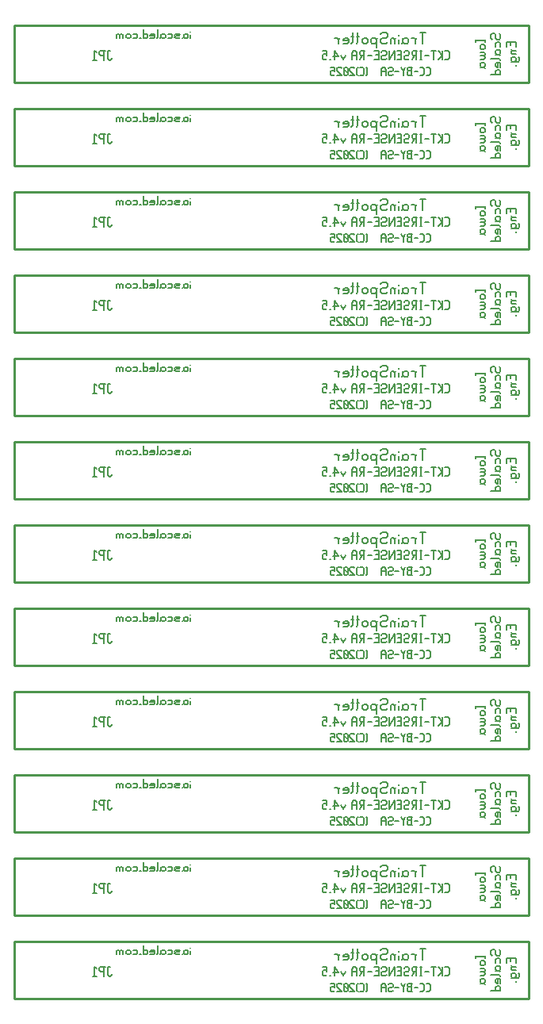
<source format=gbr>
G04 start of page 10 for group -4078 idx -4078 *
G04 Title: (unknown), bottomsilk *
G04 Creator: pcb 4.2.2 *
G04 CreationDate: Mon Feb 10 04:01:32 2025 UTC *
G04 For: petersen *
G04 Format: Gerber/RS-274X *
G04 PCB-Dimensions (mil): 3000.00 5500.00 *
G04 PCB-Coordinate-Origin: lower left *
%MOIN*%
%FSLAX25Y25*%
%LNBOTTOMSILK*%
%ADD53C,0.0080*%
%ADD52C,0.0100*%
G54D52*X53000Y479500D02*X269500D01*
Y455500D02*X53000D01*
Y479500D02*Y455500D01*
Y444500D02*X269500D01*
Y420500D02*X53000D01*
Y444500D02*Y420500D01*
Y409500D02*X269500D01*
Y479500D02*Y455500D01*
Y444500D02*Y420500D01*
Y409500D02*Y385500D01*
X53000D01*
Y374500D02*X269500D01*
X53000D02*Y350500D01*
Y409500D02*Y385500D01*
X269500Y350500D02*X53000D01*
X269500Y374500D02*Y350500D01*
X53000Y339500D02*X269500D01*
Y315500D02*X53000D01*
X269500Y339500D02*Y315500D01*
X53000Y339500D02*Y315500D01*
Y304500D02*X269500D01*
Y280500D02*X53000D01*
Y304500D02*Y280500D01*
Y269500D02*X269500D01*
Y245500D02*X53000D01*
Y269500D02*Y245500D01*
X269500Y304500D02*Y280500D01*
Y269500D02*Y245500D01*
X53000Y234500D02*X269500D01*
Y210500D02*X53000D01*
Y234500D02*Y210500D01*
Y199500D02*X269500D01*
Y175500D02*X53000D01*
Y199500D02*Y175500D01*
X269500Y234500D02*Y210500D01*
Y199500D02*Y175500D01*
Y164500D02*Y140500D01*
Y94500D02*Y70500D01*
X53000Y164500D02*X269500D01*
Y129500D02*Y105500D01*
Y140500D02*X53000D01*
Y164500D02*Y140500D01*
Y129500D02*X269500D01*
Y105500D02*X53000D01*
Y129500D02*Y105500D01*
Y94500D02*X269500D01*
X53000D02*Y70500D01*
X269500D02*X53000D01*
G54D53*X126957Y476631D02*Y476720D01*
Y474050D02*Y475385D01*
X124732Y475830D02*X124287Y475385D01*
X124732Y475830D02*X125622D01*
X126067Y475385D02*X125622Y475830D01*
X126067Y474495D02*Y475385D01*
Y474495D02*X125622Y474050D01*
X124287Y474495D02*Y475830D01*
Y474495D02*X123842Y474050D01*
X124732D02*X125622D01*
X124732D02*X124287Y474495D01*
X120994Y474050D02*X122329D01*
X120994D02*X120549Y474495D01*
X120994Y474940D02*X120549Y474495D01*
X120994Y474940D02*X122329D01*
X122774Y475385D02*X122329Y474940D01*
X122774Y475385D02*X122329Y475830D01*
X120994D02*X122329D01*
X120994D02*X120549Y475385D01*
X122774Y474495D02*X122329Y474050D01*
X117701Y475830D02*X119036D01*
X119481Y475385D02*X119036Y475830D01*
X119481Y474495D02*Y475385D01*
Y474495D02*X119036Y474050D01*
X117701D02*X119036D01*
X115298Y475830D02*X114853Y475385D01*
X115298Y475830D02*X116188D01*
X116633Y475385D02*X116188Y475830D01*
X116633Y474495D02*Y475385D01*
Y474495D02*X116188Y474050D01*
X114853Y474495D02*Y475830D01*
Y474495D02*X114408Y474050D01*
X115298D02*X116188D01*
X115298D02*X114853Y474495D01*
X113340D02*Y477610D01*
Y474495D02*X112895Y474050D01*
X110225D02*X111560D01*
X112005Y474495D02*X111560Y474050D01*
X112005Y474495D02*Y475385D01*
X111560Y475830D01*
X110670D02*X111560D01*
X110670D02*X110225Y475385D01*
Y474940D02*X112005D01*
X110225D02*Y475385D01*
X107377Y474050D02*Y477610D01*
X107822Y474050D02*X107377Y474495D01*
X107822Y474050D02*X108712D01*
X109157Y474495D02*X108712Y474050D01*
X109157Y474495D02*Y475385D01*
X108712Y475830D01*
X107822D02*X108712D01*
X107822D02*X107377Y475385D01*
X105864Y474050D02*X106309D01*
X103016Y475830D02*X104351D01*
X104796Y475385D02*X104351Y475830D01*
X104796Y474495D02*Y475385D01*
Y474495D02*X104351Y474050D01*
X103016D02*X104351D01*
X101948Y474495D02*Y475385D01*
X101503Y475830D01*
X100613D02*X101503D01*
X100613D02*X100168Y475385D01*
Y474495D02*Y475385D01*
X100613Y474050D02*X100168Y474495D01*
X100613Y474050D02*X101503D01*
X101948Y474495D02*X101503Y474050D01*
X98655D02*Y475385D01*
X98210Y475830D01*
X97765D02*X98210D01*
X97765D02*X97320Y475385D01*
Y474050D02*Y475385D01*
X96875Y475830D01*
X96430D02*X96875D01*
X96430D02*X95985Y475385D01*
Y474050D02*Y475385D01*
X99100Y475830D02*X98655Y475385D01*
X126957Y441631D02*Y441720D01*
Y439050D02*Y440385D01*
X124732Y440830D02*X124287Y440385D01*
X124732Y440830D02*X125622D01*
X126067Y440385D02*X125622Y440830D01*
X126067Y439495D02*Y440385D01*
Y439495D02*X125622Y439050D01*
X124287Y439495D02*Y440830D01*
Y439495D02*X123842Y439050D01*
X124732D02*X125622D01*
X124732D02*X124287Y439495D01*
X120994Y439050D02*X122329D01*
X120994D02*X120549Y439495D01*
X120994Y439940D02*X120549Y439495D01*
X120994Y439940D02*X122329D01*
X122774Y440385D02*X122329Y439940D01*
X122774Y440385D02*X122329Y440830D01*
X120994D02*X122329D01*
X120994D02*X120549Y440385D01*
X122774Y439495D02*X122329Y439050D01*
X117701Y440830D02*X119036D01*
X119481Y440385D02*X119036Y440830D01*
X119481Y439495D02*Y440385D01*
Y439495D02*X119036Y439050D01*
X117701D02*X119036D01*
X115298Y440830D02*X114853Y440385D01*
X115298Y440830D02*X116188D01*
X116633Y440385D02*X116188Y440830D01*
X116633Y439495D02*Y440385D01*
Y439495D02*X116188Y439050D01*
X114853Y439495D02*Y440830D01*
Y439495D02*X114408Y439050D01*
X115298D02*X116188D01*
X115298D02*X114853Y439495D01*
X113340D02*Y442610D01*
Y439495D02*X112895Y439050D01*
X110225D02*X111560D01*
X112005Y439495D02*X111560Y439050D01*
X112005Y439495D02*Y440385D01*
X111560Y440830D01*
X110670D02*X111560D01*
X110670D02*X110225Y440385D01*
Y439940D02*X112005D01*
X110225D02*Y440385D01*
X107377Y439050D02*Y442610D01*
X107822Y439050D02*X107377Y439495D01*
X107822Y439050D02*X108712D01*
X109157Y439495D02*X108712Y439050D01*
X109157Y439495D02*Y440385D01*
X108712Y440830D01*
X107822D02*X108712D01*
X107822D02*X107377Y440385D01*
X105864Y439050D02*X106309D01*
X103016Y440830D02*X104351D01*
X104796Y440385D02*X104351Y440830D01*
X104796Y439495D02*Y440385D01*
Y439495D02*X104351Y439050D01*
X103016D02*X104351D01*
X101948Y439495D02*Y440385D01*
X101503Y440830D01*
X100613D02*X101503D01*
X100613D02*X100168Y440385D01*
Y439495D02*Y440385D01*
X100613Y439050D02*X100168Y439495D01*
X100613Y439050D02*X101503D01*
X101948Y439495D02*X101503Y439050D01*
X98655D02*Y440385D01*
X98210Y440830D01*
X97765D02*X98210D01*
X97765D02*X97320Y440385D01*
Y439050D02*Y440385D01*
X96875Y440830D01*
X96430D02*X96875D01*
X96430D02*X95985Y440385D01*
Y439050D02*Y440385D01*
X99100Y440830D02*X98655Y440385D01*
X126957Y406631D02*Y406720D01*
Y404050D02*Y405385D01*
X124732Y405830D02*X124287Y405385D01*
X124732Y405830D02*X125622D01*
X126067Y405385D02*X125622Y405830D01*
X126067Y404495D02*Y405385D01*
Y404495D02*X125622Y404050D01*
X124287Y404495D02*Y405830D01*
Y404495D02*X123842Y404050D01*
X124732D02*X125622D01*
X124732D02*X124287Y404495D01*
X120994Y404050D02*X122329D01*
X120994D02*X120549Y404495D01*
X120994Y404940D02*X120549Y404495D01*
X120994Y404940D02*X122329D01*
X122774Y405385D02*X122329Y404940D01*
X122774Y405385D02*X122329Y405830D01*
X120994D02*X122329D01*
X120994D02*X120549Y405385D01*
X122774Y404495D02*X122329Y404050D01*
X117701Y405830D02*X119036D01*
X119481Y405385D02*X119036Y405830D01*
X119481Y404495D02*Y405385D01*
Y404495D02*X119036Y404050D01*
X117701D02*X119036D01*
X115298Y405830D02*X114853Y405385D01*
X115298Y405830D02*X116188D01*
X116633Y405385D02*X116188Y405830D01*
X116633Y404495D02*Y405385D01*
Y404495D02*X116188Y404050D01*
X114853Y404495D02*Y405830D01*
Y404495D02*X114408Y404050D01*
X115298D02*X116188D01*
X115298D02*X114853Y404495D01*
X113340D02*Y407610D01*
Y404495D02*X112895Y404050D01*
X110225D02*X111560D01*
X112005Y404495D02*X111560Y404050D01*
X112005Y404495D02*Y405385D01*
X111560Y405830D01*
X110670D02*X111560D01*
X110670D02*X110225Y405385D01*
Y404940D02*X112005D01*
X110225D02*Y405385D01*
X107377Y404050D02*Y407610D01*
X107822Y404050D02*X107377Y404495D01*
X107822Y404050D02*X108712D01*
X109157Y404495D02*X108712Y404050D01*
X109157Y404495D02*Y405385D01*
X108712Y405830D01*
X107822D02*X108712D01*
X107822D02*X107377Y405385D01*
X105864Y404050D02*X106309D01*
X103016Y405830D02*X104351D01*
X104796Y405385D02*X104351Y405830D01*
X104796Y404495D02*Y405385D01*
Y404495D02*X104351Y404050D01*
X103016D02*X104351D01*
X101948Y404495D02*Y405385D01*
X101503Y405830D01*
X100613D02*X101503D01*
X100613D02*X100168Y405385D01*
Y404495D02*Y405385D01*
X100613Y404050D02*X100168Y404495D01*
X100613Y404050D02*X101503D01*
X101948Y404495D02*X101503Y404050D01*
X98655D02*Y405385D01*
X98210Y405830D01*
X97765D02*X98210D01*
X97765D02*X97320Y405385D01*
Y404050D02*Y405385D01*
X96875Y405830D01*
X96430D02*X96875D01*
X96430D02*X95985Y405385D01*
Y404050D02*Y405385D01*
X99100Y405830D02*X98655Y405385D01*
X126957Y371631D02*Y371720D01*
Y369050D02*Y370385D01*
X124732Y370830D02*X124287Y370385D01*
X124732Y370830D02*X125622D01*
X126067Y370385D02*X125622Y370830D01*
X126067Y369495D02*Y370385D01*
Y369495D02*X125622Y369050D01*
X124287Y369495D02*Y370830D01*
Y369495D02*X123842Y369050D01*
X124732D02*X125622D01*
X124732D02*X124287Y369495D01*
X120994Y369050D02*X122329D01*
X120994D02*X120549Y369495D01*
X120994Y369940D02*X120549Y369495D01*
X120994Y369940D02*X122329D01*
X122774Y370385D02*X122329Y369940D01*
X122774Y370385D02*X122329Y370830D01*
X120994D02*X122329D01*
X120994D02*X120549Y370385D01*
X122774Y369495D02*X122329Y369050D01*
X117701Y370830D02*X119036D01*
X119481Y370385D02*X119036Y370830D01*
X119481Y369495D02*Y370385D01*
Y369495D02*X119036Y369050D01*
X117701D02*X119036D01*
X115298Y370830D02*X114853Y370385D01*
X115298Y370830D02*X116188D01*
X116633Y370385D02*X116188Y370830D01*
X116633Y369495D02*Y370385D01*
Y369495D02*X116188Y369050D01*
X114853Y369495D02*Y370830D01*
Y369495D02*X114408Y369050D01*
X115298D02*X116188D01*
X115298D02*X114853Y369495D01*
X113340D02*Y372610D01*
Y369495D02*X112895Y369050D01*
X110225D02*X111560D01*
X112005Y369495D02*X111560Y369050D01*
X112005Y369495D02*Y370385D01*
X111560Y370830D01*
X110670D02*X111560D01*
X110670D02*X110225Y370385D01*
Y369940D02*X112005D01*
X110225D02*Y370385D01*
X107377Y369050D02*Y372610D01*
X107822Y369050D02*X107377Y369495D01*
X107822Y369050D02*X108712D01*
X109157Y369495D02*X108712Y369050D01*
X109157Y369495D02*Y370385D01*
X108712Y370830D01*
X107822D02*X108712D01*
X107822D02*X107377Y370385D01*
X105864Y369050D02*X106309D01*
X103016Y370830D02*X104351D01*
X104796Y370385D02*X104351Y370830D01*
X104796Y369495D02*Y370385D01*
Y369495D02*X104351Y369050D01*
X103016D02*X104351D01*
X101948Y369495D02*Y370385D01*
X101503Y370830D01*
X100613D02*X101503D01*
X100613D02*X100168Y370385D01*
Y369495D02*Y370385D01*
X100613Y369050D02*X100168Y369495D01*
X100613Y369050D02*X101503D01*
X101948Y369495D02*X101503Y369050D01*
X98655D02*Y370385D01*
X98210Y370830D01*
X97765D02*X98210D01*
X97765D02*X97320Y370385D01*
Y369050D02*Y370385D01*
X96875Y370830D01*
X96430D02*X96875D01*
X96430D02*X95985Y370385D01*
Y369050D02*Y370385D01*
X99100Y370830D02*X98655Y370385D01*
X126957Y336631D02*Y336720D01*
Y334050D02*Y335385D01*
X124732Y335830D02*X124287Y335385D01*
X124732Y335830D02*X125622D01*
X126067Y335385D02*X125622Y335830D01*
X126067Y334495D02*Y335385D01*
Y334495D02*X125622Y334050D01*
X124287Y334495D02*Y335830D01*
Y334495D02*X123842Y334050D01*
X124732D02*X125622D01*
X124732D02*X124287Y334495D01*
X120994Y334050D02*X122329D01*
X120994D02*X120549Y334495D01*
X120994Y334940D02*X120549Y334495D01*
X120994Y334940D02*X122329D01*
X122774Y335385D02*X122329Y334940D01*
X122774Y335385D02*X122329Y335830D01*
X120994D02*X122329D01*
X120994D02*X120549Y335385D01*
X122774Y334495D02*X122329Y334050D01*
X117701Y335830D02*X119036D01*
X119481Y335385D02*X119036Y335830D01*
X119481Y334495D02*Y335385D01*
Y334495D02*X119036Y334050D01*
X117701D02*X119036D01*
X115298Y335830D02*X114853Y335385D01*
X115298Y335830D02*X116188D01*
X116633Y335385D02*X116188Y335830D01*
X116633Y334495D02*Y335385D01*
Y334495D02*X116188Y334050D01*
X114853Y334495D02*Y335830D01*
Y334495D02*X114408Y334050D01*
X115298D02*X116188D01*
X115298D02*X114853Y334495D01*
X113340D02*Y337610D01*
Y334495D02*X112895Y334050D01*
X110225D02*X111560D01*
X112005Y334495D02*X111560Y334050D01*
X112005Y334495D02*Y335385D01*
X111560Y335830D01*
X110670D02*X111560D01*
X110670D02*X110225Y335385D01*
Y334940D02*X112005D01*
X110225D02*Y335385D01*
X107377Y334050D02*Y337610D01*
X107822Y334050D02*X107377Y334495D01*
X107822Y334050D02*X108712D01*
X109157Y334495D02*X108712Y334050D01*
X109157Y334495D02*Y335385D01*
X108712Y335830D01*
X107822D02*X108712D01*
X107822D02*X107377Y335385D01*
X105864Y334050D02*X106309D01*
X103016Y335830D02*X104351D01*
X104796Y335385D02*X104351Y335830D01*
X104796Y334495D02*Y335385D01*
Y334495D02*X104351Y334050D01*
X103016D02*X104351D01*
X101948Y334495D02*Y335385D01*
X101503Y335830D01*
X100613D02*X101503D01*
X100613D02*X100168Y335385D01*
Y334495D02*Y335385D01*
X100613Y334050D02*X100168Y334495D01*
X100613Y334050D02*X101503D01*
X101948Y334495D02*X101503Y334050D01*
X98655D02*Y335385D01*
X98210Y335830D01*
X97765D02*X98210D01*
X97765D02*X97320Y335385D01*
Y334050D02*Y335385D01*
X96875Y335830D01*
X96430D02*X96875D01*
X96430D02*X95985Y335385D01*
Y334050D02*Y335385D01*
X99100Y335830D02*X98655Y335385D01*
X126957Y301631D02*Y301720D01*
Y299050D02*Y300385D01*
X124732Y300830D02*X124287Y300385D01*
X124732Y300830D02*X125622D01*
X126067Y300385D02*X125622Y300830D01*
X126067Y299495D02*Y300385D01*
Y299495D02*X125622Y299050D01*
X124287Y299495D02*Y300830D01*
Y299495D02*X123842Y299050D01*
X124732D02*X125622D01*
X124732D02*X124287Y299495D01*
X120994Y299050D02*X122329D01*
X120994D02*X120549Y299495D01*
X120994Y299940D02*X120549Y299495D01*
X120994Y299940D02*X122329D01*
X122774Y300385D02*X122329Y299940D01*
X122774Y300385D02*X122329Y300830D01*
X120994D02*X122329D01*
X120994D02*X120549Y300385D01*
X122774Y299495D02*X122329Y299050D01*
X117701Y300830D02*X119036D01*
X119481Y300385D02*X119036Y300830D01*
X119481Y299495D02*Y300385D01*
Y299495D02*X119036Y299050D01*
X117701D02*X119036D01*
X115298Y300830D02*X114853Y300385D01*
X115298Y300830D02*X116188D01*
X116633Y300385D02*X116188Y300830D01*
X116633Y299495D02*Y300385D01*
Y299495D02*X116188Y299050D01*
X114853Y299495D02*Y300830D01*
Y299495D02*X114408Y299050D01*
X115298D02*X116188D01*
X115298D02*X114853Y299495D01*
X113340D02*Y302610D01*
Y299495D02*X112895Y299050D01*
X110225D02*X111560D01*
X112005Y299495D02*X111560Y299050D01*
X112005Y299495D02*Y300385D01*
X111560Y300830D01*
X110670D02*X111560D01*
X110670D02*X110225Y300385D01*
Y299940D02*X112005D01*
X110225D02*Y300385D01*
X107377Y299050D02*Y302610D01*
X107822Y299050D02*X107377Y299495D01*
X107822Y299050D02*X108712D01*
X109157Y299495D02*X108712Y299050D01*
X109157Y299495D02*Y300385D01*
X108712Y300830D01*
X107822D02*X108712D01*
X107822D02*X107377Y300385D01*
X105864Y299050D02*X106309D01*
X103016Y300830D02*X104351D01*
X104796Y300385D02*X104351Y300830D01*
X104796Y299495D02*Y300385D01*
Y299495D02*X104351Y299050D01*
X103016D02*X104351D01*
X101948Y299495D02*Y300385D01*
X101503Y300830D01*
X100613D02*X101503D01*
X100613D02*X100168Y300385D01*
Y299495D02*Y300385D01*
X100613Y299050D02*X100168Y299495D01*
X100613Y299050D02*X101503D01*
X101948Y299495D02*X101503Y299050D01*
X98655D02*Y300385D01*
X98210Y300830D01*
X97765D02*X98210D01*
X97765D02*X97320Y300385D01*
Y299050D02*Y300385D01*
X96875Y300830D01*
X96430D02*X96875D01*
X96430D02*X95985Y300385D01*
Y299050D02*Y300385D01*
X99100Y300830D02*X98655Y300385D01*
X126957Y266631D02*Y266720D01*
Y264050D02*Y265385D01*
X124732Y265830D02*X124287Y265385D01*
X124732Y265830D02*X125622D01*
X126067Y265385D02*X125622Y265830D01*
X126067Y264495D02*Y265385D01*
Y264495D02*X125622Y264050D01*
X124287Y264495D02*Y265830D01*
Y264495D02*X123842Y264050D01*
X124732D02*X125622D01*
X124732D02*X124287Y264495D01*
X120994Y264050D02*X122329D01*
X120994D02*X120549Y264495D01*
X120994Y264940D02*X120549Y264495D01*
X120994Y264940D02*X122329D01*
X122774Y265385D02*X122329Y264940D01*
X122774Y265385D02*X122329Y265830D01*
X120994D02*X122329D01*
X120994D02*X120549Y265385D01*
X122774Y264495D02*X122329Y264050D01*
X117701Y265830D02*X119036D01*
X119481Y265385D02*X119036Y265830D01*
X119481Y264495D02*Y265385D01*
Y264495D02*X119036Y264050D01*
X117701D02*X119036D01*
X115298Y265830D02*X114853Y265385D01*
X115298Y265830D02*X116188D01*
X116633Y265385D02*X116188Y265830D01*
X116633Y264495D02*Y265385D01*
Y264495D02*X116188Y264050D01*
X114853Y264495D02*Y265830D01*
Y264495D02*X114408Y264050D01*
X115298D02*X116188D01*
X115298D02*X114853Y264495D01*
X113340D02*Y267610D01*
Y264495D02*X112895Y264050D01*
X110225D02*X111560D01*
X112005Y264495D02*X111560Y264050D01*
X112005Y264495D02*Y265385D01*
X111560Y265830D01*
X110670D02*X111560D01*
X110670D02*X110225Y265385D01*
Y264940D02*X112005D01*
X110225D02*Y265385D01*
X107377Y264050D02*Y267610D01*
X107822Y264050D02*X107377Y264495D01*
X107822Y264050D02*X108712D01*
X109157Y264495D02*X108712Y264050D01*
X109157Y264495D02*Y265385D01*
X108712Y265830D01*
X107822D02*X108712D01*
X107822D02*X107377Y265385D01*
X105864Y264050D02*X106309D01*
X103016Y265830D02*X104351D01*
X104796Y265385D02*X104351Y265830D01*
X104796Y264495D02*Y265385D01*
Y264495D02*X104351Y264050D01*
X103016D02*X104351D01*
X101948Y264495D02*Y265385D01*
X101503Y265830D01*
X100613D02*X101503D01*
X100613D02*X100168Y265385D01*
Y264495D02*Y265385D01*
X100613Y264050D02*X100168Y264495D01*
X100613Y264050D02*X101503D01*
X101948Y264495D02*X101503Y264050D01*
X98655D02*Y265385D01*
X98210Y265830D01*
X97765D02*X98210D01*
X97765D02*X97320Y265385D01*
Y264050D02*Y265385D01*
X96875Y265830D01*
X96430D02*X96875D01*
X96430D02*X95985Y265385D01*
Y264050D02*Y265385D01*
X99100Y265830D02*X98655Y265385D01*
X126957Y231631D02*Y231720D01*
Y229050D02*Y230385D01*
X124732Y230830D02*X124287Y230385D01*
X124732Y230830D02*X125622D01*
X126067Y230385D02*X125622Y230830D01*
X126067Y229495D02*Y230385D01*
Y229495D02*X125622Y229050D01*
X124287Y229495D02*Y230830D01*
Y229495D02*X123842Y229050D01*
X124732D02*X125622D01*
X124732D02*X124287Y229495D01*
X120994Y229050D02*X122329D01*
X120994D02*X120549Y229495D01*
X120994Y229940D02*X120549Y229495D01*
X120994Y229940D02*X122329D01*
X122774Y230385D02*X122329Y229940D01*
X122774Y230385D02*X122329Y230830D01*
X120994D02*X122329D01*
X120994D02*X120549Y230385D01*
X122774Y229495D02*X122329Y229050D01*
X117701Y230830D02*X119036D01*
X119481Y230385D02*X119036Y230830D01*
X119481Y229495D02*Y230385D01*
Y229495D02*X119036Y229050D01*
X117701D02*X119036D01*
X115298Y230830D02*X114853Y230385D01*
X115298Y230830D02*X116188D01*
X116633Y230385D02*X116188Y230830D01*
X116633Y229495D02*Y230385D01*
Y229495D02*X116188Y229050D01*
X114853Y229495D02*Y230830D01*
Y229495D02*X114408Y229050D01*
X115298D02*X116188D01*
X115298D02*X114853Y229495D01*
X113340D02*Y232610D01*
Y229495D02*X112895Y229050D01*
X110225D02*X111560D01*
X112005Y229495D02*X111560Y229050D01*
X112005Y229495D02*Y230385D01*
X111560Y230830D01*
X110670D02*X111560D01*
X110670D02*X110225Y230385D01*
Y229940D02*X112005D01*
X110225D02*Y230385D01*
X107377Y229050D02*Y232610D01*
X107822Y229050D02*X107377Y229495D01*
X107822Y229050D02*X108712D01*
X109157Y229495D02*X108712Y229050D01*
X109157Y229495D02*Y230385D01*
X108712Y230830D01*
X107822D02*X108712D01*
X107822D02*X107377Y230385D01*
X105864Y229050D02*X106309D01*
X103016Y230830D02*X104351D01*
X104796Y230385D02*X104351Y230830D01*
X104796Y229495D02*Y230385D01*
Y229495D02*X104351Y229050D01*
X103016D02*X104351D01*
X101948Y229495D02*Y230385D01*
X101503Y230830D01*
X100613D02*X101503D01*
X100613D02*X100168Y230385D01*
Y229495D02*Y230385D01*
X100613Y229050D02*X100168Y229495D01*
X100613Y229050D02*X101503D01*
X101948Y229495D02*X101503Y229050D01*
X98655D02*Y230385D01*
X98210Y230830D01*
X97765D02*X98210D01*
X97765D02*X97320Y230385D01*
Y229050D02*Y230385D01*
X96875Y230830D01*
X96430D02*X96875D01*
X96430D02*X95985Y230385D01*
Y229050D02*Y230385D01*
X99100Y230830D02*X98655Y230385D01*
X126957Y196631D02*Y196720D01*
Y194050D02*Y195385D01*
X124732Y195830D02*X124287Y195385D01*
X124732Y195830D02*X125622D01*
X126067Y195385D02*X125622Y195830D01*
X126067Y194495D02*Y195385D01*
Y194495D02*X125622Y194050D01*
X124287Y194495D02*Y195830D01*
Y194495D02*X123842Y194050D01*
X124732D02*X125622D01*
X124732D02*X124287Y194495D01*
X120994Y194050D02*X122329D01*
X120994D02*X120549Y194495D01*
X120994Y194940D02*X120549Y194495D01*
X120994Y194940D02*X122329D01*
X122774Y195385D02*X122329Y194940D01*
X122774Y195385D02*X122329Y195830D01*
X120994D02*X122329D01*
X120994D02*X120549Y195385D01*
X122774Y194495D02*X122329Y194050D01*
X117701Y195830D02*X119036D01*
X119481Y195385D02*X119036Y195830D01*
X119481Y194495D02*Y195385D01*
Y194495D02*X119036Y194050D01*
X117701D02*X119036D01*
X115298Y195830D02*X114853Y195385D01*
X115298Y195830D02*X116188D01*
X116633Y195385D02*X116188Y195830D01*
X116633Y194495D02*Y195385D01*
Y194495D02*X116188Y194050D01*
X114853Y194495D02*Y195830D01*
Y194495D02*X114408Y194050D01*
X115298D02*X116188D01*
X115298D02*X114853Y194495D01*
X113340D02*Y197610D01*
Y194495D02*X112895Y194050D01*
X110225D02*X111560D01*
X112005Y194495D02*X111560Y194050D01*
X112005Y194495D02*Y195385D01*
X111560Y195830D01*
X110670D02*X111560D01*
X110670D02*X110225Y195385D01*
Y194940D02*X112005D01*
X110225D02*Y195385D01*
X107377Y194050D02*Y197610D01*
X107822Y194050D02*X107377Y194495D01*
X107822Y194050D02*X108712D01*
X109157Y194495D02*X108712Y194050D01*
X109157Y194495D02*Y195385D01*
X108712Y195830D01*
X107822D02*X108712D01*
X107822D02*X107377Y195385D01*
X105864Y194050D02*X106309D01*
X103016Y195830D02*X104351D01*
X104796Y195385D02*X104351Y195830D01*
X104796Y194495D02*Y195385D01*
Y194495D02*X104351Y194050D01*
X103016D02*X104351D01*
X101948Y194495D02*Y195385D01*
X101503Y195830D01*
X100613D02*X101503D01*
X100613D02*X100168Y195385D01*
Y194495D02*Y195385D01*
X100613Y194050D02*X100168Y194495D01*
X100613Y194050D02*X101503D01*
X101948Y194495D02*X101503Y194050D01*
X98655D02*Y195385D01*
X98210Y195830D01*
X97765D02*X98210D01*
X97765D02*X97320Y195385D01*
Y194050D02*Y195385D01*
X96875Y195830D01*
X96430D02*X96875D01*
X96430D02*X95985Y195385D01*
Y194050D02*Y195385D01*
X99100Y195830D02*X98655Y195385D01*
X126957Y161631D02*Y161720D01*
Y159050D02*Y160385D01*
X124732Y160830D02*X124287Y160385D01*
X124732Y160830D02*X125622D01*
X126067Y160385D02*X125622Y160830D01*
X126067Y159495D02*Y160385D01*
Y159495D02*X125622Y159050D01*
X124287Y159495D02*Y160830D01*
Y159495D02*X123842Y159050D01*
X124732D02*X125622D01*
X124732D02*X124287Y159495D01*
X120994Y159050D02*X122329D01*
X120994D02*X120549Y159495D01*
X120994Y159940D02*X120549Y159495D01*
X120994Y159940D02*X122329D01*
X122774Y160385D02*X122329Y159940D01*
X122774Y160385D02*X122329Y160830D01*
X120994D02*X122329D01*
X120994D02*X120549Y160385D01*
X122774Y159495D02*X122329Y159050D01*
X117701Y160830D02*X119036D01*
X119481Y160385D02*X119036Y160830D01*
X119481Y159495D02*Y160385D01*
Y159495D02*X119036Y159050D01*
X117701D02*X119036D01*
X115298Y160830D02*X114853Y160385D01*
X115298Y160830D02*X116188D01*
X116633Y160385D02*X116188Y160830D01*
X116633Y159495D02*Y160385D01*
Y159495D02*X116188Y159050D01*
X114853Y159495D02*Y160830D01*
Y159495D02*X114408Y159050D01*
X115298D02*X116188D01*
X115298D02*X114853Y159495D01*
X113340D02*Y162610D01*
Y159495D02*X112895Y159050D01*
X110225D02*X111560D01*
X112005Y159495D02*X111560Y159050D01*
X112005Y159495D02*Y160385D01*
X111560Y160830D01*
X110670D02*X111560D01*
X110670D02*X110225Y160385D01*
Y159940D02*X112005D01*
X110225D02*Y160385D01*
X107377Y159050D02*Y162610D01*
X107822Y159050D02*X107377Y159495D01*
X107822Y159050D02*X108712D01*
X109157Y159495D02*X108712Y159050D01*
X109157Y159495D02*Y160385D01*
X108712Y160830D01*
X107822D02*X108712D01*
X107822D02*X107377Y160385D01*
X105864Y159050D02*X106309D01*
X103016Y160830D02*X104351D01*
X104796Y160385D02*X104351Y160830D01*
X104796Y159495D02*Y160385D01*
Y159495D02*X104351Y159050D01*
X103016D02*X104351D01*
X101948Y159495D02*Y160385D01*
X101503Y160830D01*
X100613D02*X101503D01*
X100613D02*X100168Y160385D01*
Y159495D02*Y160385D01*
X100613Y159050D02*X100168Y159495D01*
X100613Y159050D02*X101503D01*
X101948Y159495D02*X101503Y159050D01*
X98655D02*Y160385D01*
X98210Y160830D01*
X97765D02*X98210D01*
X97765D02*X97320Y160385D01*
Y159050D02*Y160385D01*
X96875Y160830D01*
X96430D02*X96875D01*
X96430D02*X95985Y160385D01*
Y159050D02*Y160385D01*
X99100Y160830D02*X98655Y160385D01*
X126957Y126631D02*Y126720D01*
Y124050D02*Y125385D01*
X124732Y125830D02*X124287Y125385D01*
X124732Y125830D02*X125622D01*
X126067Y125385D02*X125622Y125830D01*
X126067Y124495D02*Y125385D01*
Y124495D02*X125622Y124050D01*
X124287Y124495D02*Y125830D01*
Y124495D02*X123842Y124050D01*
X124732D02*X125622D01*
X124732D02*X124287Y124495D01*
X120994Y124050D02*X122329D01*
X120994D02*X120549Y124495D01*
X120994Y124940D02*X120549Y124495D01*
X120994Y124940D02*X122329D01*
X122774Y125385D02*X122329Y124940D01*
X122774Y125385D02*X122329Y125830D01*
X120994D02*X122329D01*
X120994D02*X120549Y125385D01*
X122774Y124495D02*X122329Y124050D01*
X117701Y125830D02*X119036D01*
X119481Y125385D02*X119036Y125830D01*
X119481Y124495D02*Y125385D01*
Y124495D02*X119036Y124050D01*
X117701D02*X119036D01*
X115298Y125830D02*X114853Y125385D01*
X115298Y125830D02*X116188D01*
X116633Y125385D02*X116188Y125830D01*
X116633Y124495D02*Y125385D01*
Y124495D02*X116188Y124050D01*
X114853Y124495D02*Y125830D01*
Y124495D02*X114408Y124050D01*
X115298D02*X116188D01*
X115298D02*X114853Y124495D01*
X113340D02*Y127610D01*
Y124495D02*X112895Y124050D01*
X110225D02*X111560D01*
X112005Y124495D02*X111560Y124050D01*
X112005Y124495D02*Y125385D01*
X111560Y125830D01*
X110670D02*X111560D01*
X110670D02*X110225Y125385D01*
Y124940D02*X112005D01*
X110225D02*Y125385D01*
X107377Y124050D02*Y127610D01*
X107822Y124050D02*X107377Y124495D01*
X107822Y124050D02*X108712D01*
X109157Y124495D02*X108712Y124050D01*
X109157Y124495D02*Y125385D01*
X108712Y125830D01*
X107822D02*X108712D01*
X107822D02*X107377Y125385D01*
X105864Y124050D02*X106309D01*
X103016Y125830D02*X104351D01*
X104796Y125385D02*X104351Y125830D01*
X104796Y124495D02*Y125385D01*
Y124495D02*X104351Y124050D01*
X103016D02*X104351D01*
X101948Y124495D02*Y125385D01*
X101503Y125830D01*
X100613D02*X101503D01*
X100613D02*X100168Y125385D01*
Y124495D02*Y125385D01*
X100613Y124050D02*X100168Y124495D01*
X100613Y124050D02*X101503D01*
X101948Y124495D02*X101503Y124050D01*
X98655D02*Y125385D01*
X98210Y125830D01*
X97765D02*X98210D01*
X97765D02*X97320Y125385D01*
Y124050D02*Y125385D01*
X96875Y125830D01*
X96430D02*X96875D01*
X96430D02*X95985Y125385D01*
Y124050D02*Y125385D01*
X99100Y125830D02*X98655Y125385D01*
X126957Y91631D02*Y91720D01*
Y89050D02*Y90385D01*
X124732Y90830D02*X124287Y90385D01*
X124732Y90830D02*X125622D01*
X126067Y90385D02*X125622Y90830D01*
X126067Y89495D02*Y90385D01*
Y89495D02*X125622Y89050D01*
X124287Y89495D02*Y90830D01*
Y89495D02*X123842Y89050D01*
X124732D02*X125622D01*
X124732D02*X124287Y89495D01*
X120994Y89050D02*X122329D01*
X120994D02*X120549Y89495D01*
X120994Y89940D02*X120549Y89495D01*
X120994Y89940D02*X122329D01*
X122774Y90385D02*X122329Y89940D01*
X122774Y90385D02*X122329Y90830D01*
X120994D02*X122329D01*
X120994D02*X120549Y90385D01*
X122774Y89495D02*X122329Y89050D01*
X117701Y90830D02*X119036D01*
X119481Y90385D02*X119036Y90830D01*
X119481Y89495D02*Y90385D01*
Y89495D02*X119036Y89050D01*
X117701D02*X119036D01*
X115298Y90830D02*X114853Y90385D01*
X115298Y90830D02*X116188D01*
X116633Y90385D02*X116188Y90830D01*
X116633Y89495D02*Y90385D01*
Y89495D02*X116188Y89050D01*
X114853Y89495D02*Y90830D01*
Y89495D02*X114408Y89050D01*
X115298D02*X116188D01*
X115298D02*X114853Y89495D01*
X113340D02*Y92610D01*
Y89495D02*X112895Y89050D01*
X110225D02*X111560D01*
X112005Y89495D02*X111560Y89050D01*
X112005Y89495D02*Y90385D01*
X111560Y90830D01*
X110670D02*X111560D01*
X110670D02*X110225Y90385D01*
Y89940D02*X112005D01*
X110225D02*Y90385D01*
X107377Y89050D02*Y92610D01*
X107822Y89050D02*X107377Y89495D01*
X107822Y89050D02*X108712D01*
X109157Y89495D02*X108712Y89050D01*
X109157Y89495D02*Y90385D01*
X108712Y90830D01*
X107822D02*X108712D01*
X107822D02*X107377Y90385D01*
X105864Y89050D02*X106309D01*
X103016Y90830D02*X104351D01*
X104796Y90385D02*X104351Y90830D01*
X104796Y89495D02*Y90385D01*
Y89495D02*X104351Y89050D01*
X103016D02*X104351D01*
X101948Y89495D02*Y90385D01*
X101503Y90830D01*
X100613D02*X101503D01*
X100613D02*X100168Y90385D01*
Y89495D02*Y90385D01*
X100613Y89050D02*X100168Y89495D01*
X100613Y89050D02*X101503D01*
X101948Y89495D02*X101503Y89050D01*
X98655D02*Y90385D01*
X98210Y90830D01*
X97765D02*X98210D01*
X97765D02*X97320Y90385D01*
Y89050D02*Y90385D01*
X96875Y90830D01*
X96430D02*X96875D01*
X96430D02*X95985Y90385D01*
Y89050D02*Y90385D01*
X99100Y90830D02*X98655Y90385D01*
X261800Y436000D02*Y437500D01*
X264000Y435500D02*Y437500D01*
X260000D02*X264000D01*
X260000Y435500D02*Y437500D01*
X262500Y433800D02*X264000D01*
X262500D02*X262000Y433300D01*
Y432800D02*Y433300D01*
Y432800D02*X262500Y432300D01*
X264000D01*
X262000Y434300D02*X262500Y433800D01*
X262000Y429600D02*X262500Y429100D01*
X262000Y429600D02*Y430600D01*
X262500Y431100D02*X262000Y430600D01*
X262500Y431100D02*X263500D01*
X264000Y430600D01*
Y429600D02*Y430600D01*
Y429600D02*X263500Y429100D01*
X265000Y431100D02*X265500Y430600D01*
Y429600D02*Y430600D01*
Y429600D02*X265000Y429100D01*
X262000D02*X265000D01*
X264000Y427400D02*Y427900D01*
X261800Y401000D02*Y402500D01*
X264000Y400500D02*Y402500D01*
X260000D02*X264000D01*
X260000Y400500D02*Y402500D01*
X262500Y398800D02*X264000D01*
X262500D02*X262000Y398300D01*
Y397800D02*Y398300D01*
Y397800D02*X262500Y397300D01*
X264000D01*
X262000Y399300D02*X262500Y398800D01*
X262000Y394600D02*X262500Y394100D01*
X262000Y394600D02*Y395600D01*
X262500Y396100D02*X262000Y395600D01*
X262500Y396100D02*X263500D01*
X264000Y395600D01*
Y394600D02*Y395600D01*
Y394600D02*X263500Y394100D01*
X265000Y396100D02*X265500Y395600D01*
Y394600D02*Y395600D01*
Y394600D02*X265000Y394100D01*
X262000D02*X265000D01*
X264000Y392400D02*Y392900D01*
X261800Y366000D02*Y367500D01*
X264000Y365500D02*Y367500D01*
X260000D02*X264000D01*
X260000Y365500D02*Y367500D01*
X262500Y363800D02*X264000D01*
X262500D02*X262000Y363300D01*
Y362800D02*Y363300D01*
Y362800D02*X262500Y362300D01*
X264000D01*
X262000Y364300D02*X262500Y363800D01*
X262000Y359600D02*X262500Y359100D01*
X262000Y359600D02*Y360600D01*
X262500Y361100D02*X262000Y360600D01*
X262500Y361100D02*X263500D01*
X264000Y360600D01*
Y359600D02*Y360600D01*
Y359600D02*X263500Y359100D01*
X265000Y361100D02*X265500Y360600D01*
Y359600D02*Y360600D01*
Y359600D02*X265000Y359100D01*
X262000D02*X265000D01*
X264000Y357400D02*Y357900D01*
X261800Y331000D02*Y332500D01*
X264000Y330500D02*Y332500D01*
X260000D02*X264000D01*
X260000Y330500D02*Y332500D01*
X262500Y328800D02*X264000D01*
X262500D02*X262000Y328300D01*
Y327800D02*Y328300D01*
Y327800D02*X262500Y327300D01*
X264000D01*
X262000Y329300D02*X262500Y328800D01*
X262000Y324600D02*X262500Y324100D01*
X262000Y324600D02*Y325600D01*
X262500Y326100D02*X262000Y325600D01*
X262500Y326100D02*X263500D01*
X264000Y325600D01*
Y324600D02*Y325600D01*
Y324600D02*X263500Y324100D01*
X265000Y326100D02*X265500Y325600D01*
Y324600D02*Y325600D01*
Y324600D02*X265000Y324100D01*
X262000D02*X265000D01*
X264000Y322400D02*Y322900D01*
X253500Y439000D02*X254000Y438500D01*
X253500Y439000D02*Y440500D01*
X254000Y441000D02*X253500Y440500D01*
X254000Y441000D02*X255000D01*
X255500Y440500D01*
Y439000D02*Y440500D01*
Y439000D02*X256000Y438500D01*
X257000D01*
X257500Y439000D02*X257000Y438500D01*
X257500Y439000D02*Y440500D01*
X257000Y441000D02*X257500Y440500D01*
X255500Y435300D02*Y436800D01*
X256000Y437300D02*X255500Y436800D01*
X256000Y437300D02*X257000D01*
X257500Y436800D01*
Y435300D02*Y436800D01*
X255500Y432600D02*X256000Y432100D01*
X255500Y432600D02*Y433600D01*
X256000Y434100D02*X255500Y433600D01*
X256000Y434100D02*X257000D01*
X257500Y433600D01*
X255500Y432100D02*X257000D01*
X257500Y431600D01*
Y432600D02*Y433600D01*
Y432600D02*X257000Y432100D01*
X253500Y430400D02*X257000D01*
X257500Y429900D01*
Y426900D02*Y428400D01*
X257000Y428900D02*X257500Y428400D01*
X256000Y428900D02*X257000D01*
X256000D02*X255500Y428400D01*
Y427400D02*Y428400D01*
Y427400D02*X256000Y426900D01*
X256500D02*Y428900D01*
X256000Y426900D02*X256500D01*
X253500Y423700D02*X257500D01*
Y424200D02*X257000Y423700D01*
X257500Y424200D02*Y425200D01*
X257000Y425700D02*X257500Y425200D01*
X256000Y425700D02*X257000D01*
X256000D02*X255500Y425200D01*
Y424200D02*Y425200D01*
Y424200D02*X256000Y423700D01*
X253500Y404000D02*X254000Y403500D01*
X253500Y404000D02*Y405500D01*
X254000Y406000D02*X253500Y405500D01*
X254000Y406000D02*X255000D01*
X255500Y405500D01*
Y404000D02*Y405500D01*
Y404000D02*X256000Y403500D01*
X257000D01*
X257500Y404000D02*X257000Y403500D01*
X257500Y404000D02*Y405500D01*
X257000Y406000D02*X257500Y405500D01*
X255500Y400300D02*Y401800D01*
X256000Y402300D02*X255500Y401800D01*
X256000Y402300D02*X257000D01*
X257500Y401800D01*
Y400300D02*Y401800D01*
X255500Y397600D02*X256000Y397100D01*
X255500Y397600D02*Y398600D01*
X256000Y399100D02*X255500Y398600D01*
X256000Y399100D02*X257000D01*
X257500Y398600D01*
X255500Y397100D02*X257000D01*
X257500Y396600D01*
Y397600D02*Y398600D01*
Y397600D02*X257000Y397100D01*
X253500Y395400D02*X257000D01*
X257500Y394900D01*
Y391900D02*Y393400D01*
X257000Y393900D02*X257500Y393400D01*
X256000Y393900D02*X257000D01*
X256000D02*X255500Y393400D01*
Y392400D02*Y393400D01*
Y392400D02*X256000Y391900D01*
X256500D02*Y393900D01*
X256000Y391900D02*X256500D01*
X253500Y388700D02*X257500D01*
Y389200D02*X257000Y388700D01*
X257500Y389200D02*Y390200D01*
X257000Y390700D02*X257500Y390200D01*
X256000Y390700D02*X257000D01*
X256000D02*X255500Y390200D01*
Y389200D02*Y390200D01*
Y389200D02*X256000Y388700D01*
X247000Y402500D02*Y403500D01*
Y403000D02*X251000D01*
Y402500D02*Y403500D01*
X249500Y401300D02*X250500D01*
X249500D02*X249000Y400800D01*
Y399800D02*Y400800D01*
Y399800D02*X249500Y399300D01*
X250500D01*
X251000Y399800D02*X250500Y399300D01*
X251000Y399800D02*Y400800D01*
X250500Y401300D02*X251000Y400800D01*
X249000Y398100D02*X250500D01*
X251000Y397600D01*
Y397100D02*Y397600D01*
Y397100D02*X250500Y396600D01*
X249000D02*X250500D01*
X251000Y396100D01*
Y395600D02*Y396100D01*
Y395600D02*X250500Y395100D01*
X249000D02*X250500D01*
X249000Y392400D02*X249500Y391900D01*
X249000Y392400D02*Y393400D01*
X249500Y393900D02*X249000Y393400D01*
X249500Y393900D02*X250500D01*
X251000Y393400D01*
X249000Y391900D02*X250500D01*
X251000Y391400D01*
Y392400D02*Y393400D01*
Y392400D02*X250500Y391900D01*
X253500Y369000D02*X254000Y368500D01*
X253500Y369000D02*Y370500D01*
X254000Y371000D02*X253500Y370500D01*
X254000Y371000D02*X255000D01*
X255500Y370500D01*
Y369000D02*Y370500D01*
Y369000D02*X256000Y368500D01*
X257000D01*
X257500Y369000D02*X257000Y368500D01*
X257500Y369000D02*Y370500D01*
X257000Y371000D02*X257500Y370500D01*
X255500Y365300D02*Y366800D01*
X256000Y367300D02*X255500Y366800D01*
X256000Y367300D02*X257000D01*
X257500Y366800D01*
Y365300D02*Y366800D01*
X255500Y362600D02*X256000Y362100D01*
X255500Y362600D02*Y363600D01*
X256000Y364100D02*X255500Y363600D01*
X256000Y364100D02*X257000D01*
X257500Y363600D01*
X255500Y362100D02*X257000D01*
X257500Y361600D01*
Y362600D02*Y363600D01*
Y362600D02*X257000Y362100D01*
X253500Y360400D02*X257000D01*
X257500Y359900D01*
Y356900D02*Y358400D01*
X257000Y358900D02*X257500Y358400D01*
X256000Y358900D02*X257000D01*
X256000D02*X255500Y358400D01*
Y357400D02*Y358400D01*
Y357400D02*X256000Y356900D01*
X256500D02*Y358900D01*
X256000Y356900D02*X256500D01*
X253500Y353700D02*X257500D01*
Y354200D02*X257000Y353700D01*
X257500Y354200D02*Y355200D01*
X257000Y355700D02*X257500Y355200D01*
X256000Y355700D02*X257000D01*
X256000D02*X255500Y355200D01*
Y354200D02*Y355200D01*
Y354200D02*X256000Y353700D01*
X247000Y367500D02*Y368500D01*
Y368000D02*X251000D01*
Y367500D02*Y368500D01*
X249500Y366300D02*X250500D01*
X249500D02*X249000Y365800D01*
Y364800D02*Y365800D01*
Y364800D02*X249500Y364300D01*
X250500D01*
X251000Y364800D02*X250500Y364300D01*
X251000Y364800D02*Y365800D01*
X250500Y366300D02*X251000Y365800D01*
X249000Y363100D02*X250500D01*
X251000Y362600D01*
Y362100D02*Y362600D01*
Y362100D02*X250500Y361600D01*
X249000D02*X250500D01*
X251000Y361100D01*
Y360600D02*Y361100D01*
Y360600D02*X250500Y360100D01*
X249000D02*X250500D01*
X249000Y357400D02*X249500Y356900D01*
X249000Y357400D02*Y358400D01*
X249500Y358900D02*X249000Y358400D01*
X249500Y358900D02*X250500D01*
X251000Y358400D01*
X249000Y356900D02*X250500D01*
X251000Y356400D01*
Y357400D02*Y358400D01*
Y357400D02*X250500Y356900D01*
X253500Y334000D02*X254000Y333500D01*
X253500Y334000D02*Y335500D01*
X254000Y336000D02*X253500Y335500D01*
X254000Y336000D02*X255000D01*
X255500Y335500D01*
Y334000D02*Y335500D01*
Y334000D02*X256000Y333500D01*
X257000D01*
X257500Y334000D02*X257000Y333500D01*
X257500Y334000D02*Y335500D01*
X257000Y336000D02*X257500Y335500D01*
X255500Y330300D02*Y331800D01*
X256000Y332300D02*X255500Y331800D01*
X256000Y332300D02*X257000D01*
X257500Y331800D01*
Y330300D02*Y331800D01*
X255500Y327600D02*X256000Y327100D01*
X255500Y327600D02*Y328600D01*
X256000Y329100D02*X255500Y328600D01*
X256000Y329100D02*X257000D01*
X257500Y328600D01*
X255500Y327100D02*X257000D01*
X257500Y326600D01*
Y327600D02*Y328600D01*
Y327600D02*X257000Y327100D01*
X253500Y325400D02*X257000D01*
X257500Y324900D01*
Y321900D02*Y323400D01*
X257000Y323900D02*X257500Y323400D01*
X256000Y323900D02*X257000D01*
X256000D02*X255500Y323400D01*
Y322400D02*Y323400D01*
Y322400D02*X256000Y321900D01*
X256500D02*Y323900D01*
X256000Y321900D02*X256500D01*
X253500Y318700D02*X257500D01*
Y319200D02*X257000Y318700D01*
X257500Y319200D02*Y320200D01*
X257000Y320700D02*X257500Y320200D01*
X256000Y320700D02*X257000D01*
X256000D02*X255500Y320200D01*
Y319200D02*Y320200D01*
Y319200D02*X256000Y318700D01*
X247000Y332500D02*Y333500D01*
Y333000D02*X251000D01*
Y332500D02*Y333500D01*
X249500Y331300D02*X250500D01*
X249500D02*X249000Y330800D01*
Y329800D02*Y330800D01*
Y329800D02*X249500Y329300D01*
X250500D01*
X251000Y329800D02*X250500Y329300D01*
X251000Y329800D02*Y330800D01*
X250500Y331300D02*X251000Y330800D01*
X249000Y328100D02*X250500D01*
X251000Y327600D01*
Y327100D02*Y327600D01*
Y327100D02*X250500Y326600D01*
X249000D02*X250500D01*
X251000Y326100D01*
Y325600D02*Y326100D01*
Y325600D02*X250500Y325100D01*
X249000D02*X250500D01*
X249000Y322400D02*X249500Y321900D01*
X249000Y322400D02*Y323400D01*
X249500Y323900D02*X249000Y323400D01*
X249500Y323900D02*X250500D01*
X251000Y323400D01*
X249000Y321900D02*X250500D01*
X251000Y321400D01*
Y322400D02*Y323400D01*
Y322400D02*X250500Y321900D01*
X223717Y336380D02*X225957D01*
X224837Y331900D02*Y336380D01*
X221813Y331900D02*Y333580D01*
X221253Y334140D01*
X220133D02*X221253D01*
X222373D02*X221813Y333580D01*
X217109Y334140D02*X216549Y333580D01*
X217109Y334140D02*X218229D01*
X218789Y333580D02*X218229Y334140D01*
X218789Y332460D02*Y333580D01*
Y332460D02*X218229Y331900D01*
X216549Y332460D02*Y334140D01*
Y332460D02*X215989Y331900D01*
X217109D02*X218229D01*
X217109D02*X216549Y332460D01*
X214645Y335148D02*Y335260D01*
Y331900D02*Y333580D01*
X212965Y331900D02*Y333580D01*
X212405Y334140D01*
X211845D02*X212405D01*
X211845D02*X211285Y333580D01*
Y331900D02*Y333580D01*
X213525Y334140D02*X212965Y333580D01*
X207701Y336380D02*X207141Y335820D01*
X207701Y336380D02*X209381D01*
X209941Y335820D02*X209381Y336380D01*
X209941Y334700D02*Y335820D01*
Y334700D02*X209381Y334140D01*
X207701D02*X209381D01*
X207701D02*X207141Y333580D01*
Y332460D02*Y333580D01*
X207701Y331900D02*X207141Y332460D01*
X207701Y331900D02*X209381D01*
X209941Y332460D02*X209381Y331900D01*
X205237Y330220D02*Y333580D01*
X205797Y334140D02*X205237Y333580D01*
X204677Y334140D01*
X203557D02*X204677D01*
X203557D02*X202997Y333580D01*
Y332460D02*Y333580D01*
X203557Y331900D02*X202997Y332460D01*
X203557Y331900D02*X204677D01*
X205237Y332460D02*X204677Y331900D01*
X201653Y332460D02*Y333580D01*
X201093Y334140D01*
X199973D02*X201093D01*
X199973D02*X199413Y333580D01*
Y332460D02*Y333580D01*
X199973Y331900D02*X199413Y332460D01*
X199973Y331900D02*X201093D01*
X201653Y332460D02*X201093Y331900D01*
X197509Y332460D02*Y336380D01*
Y332460D02*X196949Y331900D01*
Y334700D02*X198069D01*
X195269Y332460D02*Y336380D01*
Y332460D02*X194709Y331900D01*
Y334700D02*X195829D01*
X191349Y331900D02*X193029D01*
X193589Y332460D02*X193029Y331900D01*
X193589Y332460D02*Y333580D01*
X193029Y334140D01*
X191909D02*X193029D01*
X191909D02*X191349Y333580D01*
Y333020D02*X193589D01*
X191349D02*Y333580D01*
X189445Y331900D02*Y333580D01*
X188885Y334140D01*
X187765D02*X188885D01*
X190005D02*X189445Y333580D01*
X234200Y325000D02*X235370D01*
X236000Y325630D02*X235370Y325000D01*
X236000Y325630D02*Y327970D01*
X235370Y328600D01*
X234200D02*X235370D01*
X233120Y325000D02*Y328600D01*
Y326800D02*X231320Y328600D01*
X233120Y326800D02*X231320Y325000D01*
X228440Y328600D02*X230240D01*
X229340Y325000D02*Y328600D01*
X225560Y326800D02*X227360D01*
X223580Y328600D02*X224480D01*
X224030Y325000D02*Y328600D01*
X223580Y325000D02*X224480D01*
X220700Y328600D02*X222500D01*
X220700D02*X220250Y328150D01*
Y327250D02*Y328150D01*
X220700Y326800D02*X220250Y327250D01*
X220700Y326800D02*X222050D01*
Y325000D02*Y328600D01*
X221330Y326800D02*X220250Y325000D01*
X217370Y328600D02*X216920Y328150D01*
X217370Y328600D02*X218720D01*
X219170Y328150D02*X218720Y328600D01*
X219170Y327250D02*Y328150D01*
Y327250D02*X218720Y326800D01*
X217370D02*X218720D01*
X217370D02*X216920Y326350D01*
Y325450D02*Y326350D01*
X217370Y325000D02*X216920Y325450D01*
X217370Y325000D02*X218720D01*
X219170Y325450D02*X218720Y325000D01*
X214490Y326980D02*X215840D01*
X214040Y325000D02*X215840D01*
Y328600D01*
X214040D02*X215840D01*
X212960Y325000D02*Y328600D01*
X210710Y325000D01*
Y328600D01*
X207830D02*X207380Y328150D01*
X207830Y328600D02*X209180D01*
X209630Y328150D02*X209180Y328600D01*
X209630Y327250D02*Y328150D01*
Y327250D02*X209180Y326800D01*
X207830D02*X209180D01*
X207830D02*X207380Y326350D01*
Y325450D02*Y326350D01*
X207830Y325000D02*X207380Y325450D01*
X207830Y325000D02*X209180D01*
X209630Y325450D02*X209180Y325000D01*
X204950Y326980D02*X206300D01*
X204500Y325000D02*X206300D01*
Y328600D01*
X204500D02*X206300D01*
X201620Y326800D02*X203420D01*
X198740Y328600D02*X200540D01*
X198740D02*X198290Y328150D01*
Y327250D02*Y328150D01*
X198740Y326800D02*X198290Y327250D01*
X198740Y326800D02*X200090D01*
Y325000D02*Y328600D01*
X199370Y326800D02*X198290Y325000D01*
X197210D02*Y327700D01*
X196580Y328600D01*
X195590D02*X196580D01*
X195590D02*X194960Y327700D01*
Y325000D02*Y327700D01*
Y326800D02*X197210D01*
X192260D02*X191360Y325000D01*
X190460Y326800D02*X191360Y325000D01*
X189380Y326350D02*X187580Y328600D01*
X187130Y326350D02*X189380D01*
X187580Y325000D02*Y328600D01*
X185600Y325000D02*X186050D01*
X182720Y328600D02*X184520D01*
Y326800D02*Y328600D01*
Y326800D02*X184070Y327250D01*
X183170D02*X184070D01*
X183170D02*X182720Y326800D01*
Y325450D02*Y326800D01*
X183170Y325000D02*X182720Y325450D01*
X183170Y325000D02*X184070D01*
X184520Y325450D02*X184070Y325000D01*
X201500Y318900D02*X201100Y318500D01*
X201500Y321300D02*X201100Y321700D01*
X201500Y318900D02*Y321300D01*
X198540Y318500D02*X199580D01*
X200140Y319060D02*X199580Y318500D01*
X200140Y319060D02*Y321140D01*
X199580Y321700D01*
X198540D02*X199580D01*
X197580D02*X197180Y321300D01*
Y318900D02*Y321300D01*
X197580Y318500D02*X197180Y318900D01*
X196220Y321300D02*X195820Y321700D01*
X194620D02*X195820D01*
X194620D02*X194220Y321300D01*
Y320500D02*Y321300D01*
X196220Y318500D02*X194220Y320500D01*
Y318500D02*X196220D01*
X193260Y318900D02*X192860Y318500D01*
X193260Y318900D02*Y321300D01*
X192860Y321700D01*
X192060D02*X192860D01*
X192060D02*X191660Y321300D01*
Y318900D02*Y321300D01*
X192060Y318500D02*X191660Y318900D01*
X192060Y318500D02*X192860D01*
X193260Y319300D02*X191660Y320900D01*
X190700Y321300D02*X190300Y321700D01*
X189100D02*X190300D01*
X189100D02*X188700Y321300D01*
Y320500D02*Y321300D01*
X190700Y318500D02*X188700Y320500D01*
Y318500D02*X190700D01*
X186140Y321700D02*X187740D01*
Y320100D02*Y321700D01*
Y320100D02*X187340Y320500D01*
X186540D02*X187340D01*
X186540D02*X186140Y320100D01*
Y318900D02*Y320100D01*
X186540Y318500D02*X186140Y318900D01*
X186540Y318500D02*X187340D01*
X187740Y318900D02*X187340Y318500D01*
X226400D02*X227440D01*
X228000Y319060D02*X227440Y318500D01*
X228000Y319060D02*Y321140D01*
X227440Y321700D01*
X226400D02*X227440D01*
X223840Y318500D02*X224880D01*
X225440Y319060D02*X224880Y318500D01*
X225440Y319060D02*Y321140D01*
X224880Y321700D01*
X223840D02*X224880D01*
X221280Y320100D02*X222880D01*
X218720Y318500D02*X220320D01*
X218720D02*X218320Y318900D01*
Y319860D01*
X218720Y320260D02*X218320Y319860D01*
X218720Y320260D02*X219920D01*
Y318500D02*Y321700D01*
X218720D02*X220320D01*
X218720D02*X218320Y321300D01*
Y320660D02*Y321300D01*
X218720Y320260D02*X218320Y320660D01*
X217360Y321700D02*X216560Y320100D01*
X215760Y321700D01*
X216560Y318500D02*Y320100D01*
X213200D02*X214800D01*
X210640Y321700D02*X210240Y321300D01*
X210640Y321700D02*X211840D01*
X212240Y321300D02*X211840Y321700D01*
X212240Y320500D02*Y321300D01*
Y320500D02*X211840Y320100D01*
X210640D02*X211840D01*
X210640D02*X210240Y319700D01*
Y318900D02*Y319700D01*
X210640Y318500D02*X210240Y318900D01*
X210640Y318500D02*X211840D01*
X212240Y318900D02*X211840Y318500D01*
X209280D02*Y320900D01*
X208720Y321700D01*
X207840D02*X208720D01*
X207840D02*X207280Y320900D01*
Y318500D02*Y320900D01*
Y320100D02*X209280D01*
X223717Y301380D02*X225957D01*
X224837Y296900D02*Y301380D01*
X221813Y296900D02*Y298580D01*
X221253Y299140D01*
X220133D02*X221253D01*
X222373D02*X221813Y298580D01*
X217109Y299140D02*X216549Y298580D01*
X217109Y299140D02*X218229D01*
X218789Y298580D02*X218229Y299140D01*
X218789Y297460D02*Y298580D01*
Y297460D02*X218229Y296900D01*
X216549Y297460D02*Y299140D01*
Y297460D02*X215989Y296900D01*
X217109D02*X218229D01*
X217109D02*X216549Y297460D01*
X214645Y300148D02*Y300260D01*
Y296900D02*Y298580D01*
X212965Y296900D02*Y298580D01*
X212405Y299140D01*
X211845D02*X212405D01*
X211845D02*X211285Y298580D01*
Y296900D02*Y298580D01*
X213525Y299140D02*X212965Y298580D01*
X207701Y301380D02*X207141Y300820D01*
X207701Y301380D02*X209381D01*
X209941Y300820D02*X209381Y301380D01*
X209941Y299700D02*Y300820D01*
Y299700D02*X209381Y299140D01*
X207701D02*X209381D01*
X207701D02*X207141Y298580D01*
Y297460D02*Y298580D01*
X207701Y296900D02*X207141Y297460D01*
X207701Y296900D02*X209381D01*
X209941Y297460D02*X209381Y296900D01*
X205237Y295220D02*Y298580D01*
X205797Y299140D02*X205237Y298580D01*
X204677Y299140D01*
X203557D02*X204677D01*
X203557D02*X202997Y298580D01*
Y297460D02*Y298580D01*
X203557Y296900D02*X202997Y297460D01*
X203557Y296900D02*X204677D01*
X205237Y297460D02*X204677Y296900D01*
X201653Y297460D02*Y298580D01*
X201093Y299140D01*
X199973D02*X201093D01*
X199973D02*X199413Y298580D01*
Y297460D02*Y298580D01*
X199973Y296900D02*X199413Y297460D01*
X199973Y296900D02*X201093D01*
X201653Y297460D02*X201093Y296900D01*
X197509Y297460D02*Y301380D01*
Y297460D02*X196949Y296900D01*
Y299700D02*X198069D01*
X195269Y297460D02*Y301380D01*
Y297460D02*X194709Y296900D01*
Y299700D02*X195829D01*
X191349Y296900D02*X193029D01*
X193589Y297460D02*X193029Y296900D01*
X193589Y297460D02*Y298580D01*
X193029Y299140D01*
X191909D02*X193029D01*
X191909D02*X191349Y298580D01*
Y298020D02*X193589D01*
X191349D02*Y298580D01*
X189445Y296900D02*Y298580D01*
X188885Y299140D01*
X187765D02*X188885D01*
X190005D02*X189445Y298580D01*
X201500Y283900D02*X201100Y283500D01*
X201500Y286300D02*X201100Y286700D01*
X201500Y283900D02*Y286300D01*
X198540Y283500D02*X199580D01*
X200140Y284060D02*X199580Y283500D01*
X200140Y284060D02*Y286140D01*
X199580Y286700D01*
X198540D02*X199580D01*
X197580D02*X197180Y286300D01*
Y283900D02*Y286300D01*
X197580Y283500D02*X197180Y283900D01*
X196220Y286300D02*X195820Y286700D01*
X194620D02*X195820D01*
X194620D02*X194220Y286300D01*
Y285500D02*Y286300D01*
X196220Y283500D02*X194220Y285500D01*
Y283500D02*X196220D01*
X193260Y283900D02*X192860Y283500D01*
X193260Y283900D02*Y286300D01*
X192860Y286700D01*
X192060D02*X192860D01*
X192060D02*X191660Y286300D01*
Y283900D02*Y286300D01*
X192060Y283500D02*X191660Y283900D01*
X192060Y283500D02*X192860D01*
X193260Y284300D02*X191660Y285900D01*
X190700Y286300D02*X190300Y286700D01*
X189100D02*X190300D01*
X189100D02*X188700Y286300D01*
Y285500D02*Y286300D01*
X190700Y283500D02*X188700Y285500D01*
Y283500D02*X190700D01*
X186140Y286700D02*X187740D01*
Y285100D02*Y286700D01*
Y285100D02*X187340Y285500D01*
X186540D02*X187340D01*
X186540D02*X186140Y285100D01*
Y283900D02*Y285100D01*
X186540Y283500D02*X186140Y283900D01*
X186540Y283500D02*X187340D01*
X187740Y283900D02*X187340Y283500D01*
X226400D02*X227440D01*
X228000Y284060D02*X227440Y283500D01*
X228000Y284060D02*Y286140D01*
X227440Y286700D01*
X226400D02*X227440D01*
X223840Y283500D02*X224880D01*
X225440Y284060D02*X224880Y283500D01*
X225440Y284060D02*Y286140D01*
X224880Y286700D01*
X223840D02*X224880D01*
X221280Y285100D02*X222880D01*
X218720Y283500D02*X220320D01*
X218720D02*X218320Y283900D01*
Y284860D01*
X218720Y285260D02*X218320Y284860D01*
X218720Y285260D02*X219920D01*
Y283500D02*Y286700D01*
X218720D02*X220320D01*
X218720D02*X218320Y286300D01*
Y285660D02*Y286300D01*
X218720Y285260D02*X218320Y285660D01*
X217360Y286700D02*X216560Y285100D01*
X215760Y286700D01*
X216560Y283500D02*Y285100D01*
X213200D02*X214800D01*
X210640Y286700D02*X210240Y286300D01*
X210640Y286700D02*X211840D01*
X212240Y286300D02*X211840Y286700D01*
X212240Y285500D02*Y286300D01*
Y285500D02*X211840Y285100D01*
X210640D02*X211840D01*
X210640D02*X210240Y284700D01*
Y283900D02*Y284700D01*
X210640Y283500D02*X210240Y283900D01*
X210640Y283500D02*X211840D01*
X212240Y283900D02*X211840Y283500D01*
X209280D02*Y285900D01*
X208720Y286700D01*
X207840D02*X208720D01*
X207840D02*X207280Y285900D01*
Y283500D02*Y285900D01*
Y285100D02*X209280D01*
X234200Y290000D02*X235370D01*
X236000Y290630D02*X235370Y290000D01*
X236000Y290630D02*Y292970D01*
X235370Y293600D01*
X234200D02*X235370D01*
X233120Y290000D02*Y293600D01*
Y291800D02*X231320Y293600D01*
X233120Y291800D02*X231320Y290000D01*
X228440Y293600D02*X230240D01*
X229340Y290000D02*Y293600D01*
X225560Y291800D02*X227360D01*
X223580Y293600D02*X224480D01*
X224030Y290000D02*Y293600D01*
X223580Y290000D02*X224480D01*
X220700Y293600D02*X222500D01*
X220700D02*X220250Y293150D01*
Y292250D02*Y293150D01*
X220700Y291800D02*X220250Y292250D01*
X220700Y291800D02*X222050D01*
Y290000D02*Y293600D01*
X221330Y291800D02*X220250Y290000D01*
X217370Y293600D02*X216920Y293150D01*
X217370Y293600D02*X218720D01*
X219170Y293150D02*X218720Y293600D01*
X219170Y292250D02*Y293150D01*
Y292250D02*X218720Y291800D01*
X217370D02*X218720D01*
X217370D02*X216920Y291350D01*
Y290450D02*Y291350D01*
X217370Y290000D02*X216920Y290450D01*
X217370Y290000D02*X218720D01*
X219170Y290450D02*X218720Y290000D01*
X214490Y291980D02*X215840D01*
X214040Y290000D02*X215840D01*
Y293600D01*
X214040D02*X215840D01*
X212960Y290000D02*Y293600D01*
X210710Y290000D01*
Y293600D01*
X207830D02*X207380Y293150D01*
X207830Y293600D02*X209180D01*
X209630Y293150D02*X209180Y293600D01*
X209630Y292250D02*Y293150D01*
Y292250D02*X209180Y291800D01*
X207830D02*X209180D01*
X207830D02*X207380Y291350D01*
Y290450D02*Y291350D01*
X207830Y290000D02*X207380Y290450D01*
X207830Y290000D02*X209180D01*
X209630Y290450D02*X209180Y290000D01*
X204950Y291980D02*X206300D01*
X204500Y290000D02*X206300D01*
Y293600D01*
X204500D02*X206300D01*
X201620Y291800D02*X203420D01*
X198740Y293600D02*X200540D01*
X198740D02*X198290Y293150D01*
Y292250D02*Y293150D01*
X198740Y291800D02*X198290Y292250D01*
X198740Y291800D02*X200090D01*
Y290000D02*Y293600D01*
X199370Y291800D02*X198290Y290000D01*
X197210D02*Y292700D01*
X196580Y293600D01*
X195590D02*X196580D01*
X195590D02*X194960Y292700D01*
Y290000D02*Y292700D01*
Y291800D02*X197210D01*
X192260D02*X191360Y290000D01*
X190460Y291800D02*X191360Y290000D01*
X189380Y291350D02*X187580Y293600D01*
X187130Y291350D02*X189380D01*
X187580Y290000D02*Y293600D01*
X185600Y290000D02*X186050D01*
X182720Y293600D02*X184520D01*
Y291800D02*Y293600D01*
Y291800D02*X184070Y292250D01*
X183170D02*X184070D01*
X183170D02*X182720Y291800D01*
Y290450D02*Y291800D01*
X183170Y290000D02*X182720Y290450D01*
X183170Y290000D02*X184070D01*
X184520Y290450D02*X184070Y290000D01*
X223717Y266380D02*X225957D01*
X224837Y261900D02*Y266380D01*
X221813Y261900D02*Y263580D01*
X221253Y264140D01*
X220133D02*X221253D01*
X222373D02*X221813Y263580D01*
X217109Y264140D02*X216549Y263580D01*
X217109Y264140D02*X218229D01*
X218789Y263580D02*X218229Y264140D01*
X218789Y262460D02*Y263580D01*
Y262460D02*X218229Y261900D01*
X216549Y262460D02*Y264140D01*
Y262460D02*X215989Y261900D01*
X217109D02*X218229D01*
X217109D02*X216549Y262460D01*
X214645Y265148D02*Y265260D01*
Y261900D02*Y263580D01*
X212965Y261900D02*Y263580D01*
X212405Y264140D01*
X211845D02*X212405D01*
X211845D02*X211285Y263580D01*
Y261900D02*Y263580D01*
X213525Y264140D02*X212965Y263580D01*
X207701Y266380D02*X207141Y265820D01*
X207701Y266380D02*X209381D01*
X209941Y265820D02*X209381Y266380D01*
X209941Y264700D02*Y265820D01*
Y264700D02*X209381Y264140D01*
X207701D02*X209381D01*
X207701D02*X207141Y263580D01*
Y262460D02*Y263580D01*
X207701Y261900D02*X207141Y262460D01*
X207701Y261900D02*X209381D01*
X209941Y262460D02*X209381Y261900D01*
X205237Y260220D02*Y263580D01*
X205797Y264140D02*X205237Y263580D01*
X204677Y264140D01*
X203557D02*X204677D01*
X203557D02*X202997Y263580D01*
Y262460D02*Y263580D01*
X203557Y261900D02*X202997Y262460D01*
X203557Y261900D02*X204677D01*
X205237Y262460D02*X204677Y261900D01*
X201653Y262460D02*Y263580D01*
X201093Y264140D01*
X199973D02*X201093D01*
X199973D02*X199413Y263580D01*
Y262460D02*Y263580D01*
X199973Y261900D02*X199413Y262460D01*
X199973Y261900D02*X201093D01*
X201653Y262460D02*X201093Y261900D01*
X197509Y262460D02*Y266380D01*
Y262460D02*X196949Y261900D01*
Y264700D02*X198069D01*
X195269Y262460D02*Y266380D01*
Y262460D02*X194709Y261900D01*
Y264700D02*X195829D01*
X191349Y261900D02*X193029D01*
X193589Y262460D02*X193029Y261900D01*
X193589Y262460D02*Y263580D01*
X193029Y264140D01*
X191909D02*X193029D01*
X191909D02*X191349Y263580D01*
Y263020D02*X193589D01*
X191349D02*Y263580D01*
X189445Y261900D02*Y263580D01*
X188885Y264140D01*
X187765D02*X188885D01*
X190005D02*X189445Y263580D01*
X201500Y248900D02*X201100Y248500D01*
X201500Y251300D02*X201100Y251700D01*
X201500Y248900D02*Y251300D01*
X198540Y248500D02*X199580D01*
X200140Y249060D02*X199580Y248500D01*
X200140Y249060D02*Y251140D01*
X199580Y251700D01*
X198540D02*X199580D01*
X197580D02*X197180Y251300D01*
Y248900D02*Y251300D01*
X197580Y248500D02*X197180Y248900D01*
X196220Y251300D02*X195820Y251700D01*
X194620D02*X195820D01*
X194620D02*X194220Y251300D01*
Y250500D02*Y251300D01*
X196220Y248500D02*X194220Y250500D01*
Y248500D02*X196220D01*
X193260Y248900D02*X192860Y248500D01*
X193260Y248900D02*Y251300D01*
X192860Y251700D01*
X192060D02*X192860D01*
X192060D02*X191660Y251300D01*
Y248900D02*Y251300D01*
X192060Y248500D02*X191660Y248900D01*
X192060Y248500D02*X192860D01*
X193260Y249300D02*X191660Y250900D01*
X190700Y251300D02*X190300Y251700D01*
X189100D02*X190300D01*
X189100D02*X188700Y251300D01*
Y250500D02*Y251300D01*
X190700Y248500D02*X188700Y250500D01*
Y248500D02*X190700D01*
X186140Y251700D02*X187740D01*
Y250100D02*Y251700D01*
Y250100D02*X187340Y250500D01*
X186540D02*X187340D01*
X186540D02*X186140Y250100D01*
Y248900D02*Y250100D01*
X186540Y248500D02*X186140Y248900D01*
X186540Y248500D02*X187340D01*
X187740Y248900D02*X187340Y248500D01*
X226400D02*X227440D01*
X228000Y249060D02*X227440Y248500D01*
X228000Y249060D02*Y251140D01*
X227440Y251700D01*
X226400D02*X227440D01*
X223840Y248500D02*X224880D01*
X225440Y249060D02*X224880Y248500D01*
X225440Y249060D02*Y251140D01*
X224880Y251700D01*
X223840D02*X224880D01*
X221280Y250100D02*X222880D01*
X218720Y248500D02*X220320D01*
X218720D02*X218320Y248900D01*
Y249860D01*
X218720Y250260D02*X218320Y249860D01*
X218720Y250260D02*X219920D01*
Y248500D02*Y251700D01*
X218720D02*X220320D01*
X218720D02*X218320Y251300D01*
Y250660D02*Y251300D01*
X218720Y250260D02*X218320Y250660D01*
X217360Y251700D02*X216560Y250100D01*
X215760Y251700D01*
X216560Y248500D02*Y250100D01*
X213200D02*X214800D01*
X210640Y251700D02*X210240Y251300D01*
X210640Y251700D02*X211840D01*
X212240Y251300D02*X211840Y251700D01*
X212240Y250500D02*Y251300D01*
Y250500D02*X211840Y250100D01*
X210640D02*X211840D01*
X210640D02*X210240Y249700D01*
Y248900D02*Y249700D01*
X210640Y248500D02*X210240Y248900D01*
X210640Y248500D02*X211840D01*
X212240Y248900D02*X211840Y248500D01*
X209280D02*Y250900D01*
X208720Y251700D01*
X207840D02*X208720D01*
X207840D02*X207280Y250900D01*
Y248500D02*Y250900D01*
Y250100D02*X209280D01*
X223717Y231380D02*X225957D01*
X224837Y226900D02*Y231380D01*
X221813Y226900D02*Y228580D01*
X221253Y229140D01*
X220133D02*X221253D01*
X222373D02*X221813Y228580D01*
X217109Y229140D02*X216549Y228580D01*
X217109Y229140D02*X218229D01*
X218789Y228580D02*X218229Y229140D01*
X218789Y227460D02*Y228580D01*
Y227460D02*X218229Y226900D01*
X216549Y227460D02*Y229140D01*
Y227460D02*X215989Y226900D01*
X217109D02*X218229D01*
X217109D02*X216549Y227460D01*
X214645Y230148D02*Y230260D01*
Y226900D02*Y228580D01*
X212965Y226900D02*Y228580D01*
X212405Y229140D01*
X211845D02*X212405D01*
X211845D02*X211285Y228580D01*
Y226900D02*Y228580D01*
X213525Y229140D02*X212965Y228580D01*
X207701Y231380D02*X207141Y230820D01*
X207701Y231380D02*X209381D01*
X209941Y230820D02*X209381Y231380D01*
X209941Y229700D02*Y230820D01*
Y229700D02*X209381Y229140D01*
X207701D02*X209381D01*
X207701D02*X207141Y228580D01*
Y227460D02*Y228580D01*
X207701Y226900D02*X207141Y227460D01*
X207701Y226900D02*X209381D01*
X209941Y227460D02*X209381Y226900D01*
X205237Y225220D02*Y228580D01*
X205797Y229140D02*X205237Y228580D01*
X204677Y229140D01*
X203557D02*X204677D01*
X203557D02*X202997Y228580D01*
Y227460D02*Y228580D01*
X203557Y226900D02*X202997Y227460D01*
X203557Y226900D02*X204677D01*
X205237Y227460D02*X204677Y226900D01*
X201653Y227460D02*Y228580D01*
X201093Y229140D01*
X199973D02*X201093D01*
X199973D02*X199413Y228580D01*
Y227460D02*Y228580D01*
X199973Y226900D02*X199413Y227460D01*
X199973Y226900D02*X201093D01*
X201653Y227460D02*X201093Y226900D01*
X197509Y227460D02*Y231380D01*
Y227460D02*X196949Y226900D01*
Y229700D02*X198069D01*
X195269Y227460D02*Y231380D01*
Y227460D02*X194709Y226900D01*
Y229700D02*X195829D01*
X191349Y226900D02*X193029D01*
X193589Y227460D02*X193029Y226900D01*
X193589Y227460D02*Y228580D01*
X193029Y229140D01*
X191909D02*X193029D01*
X191909D02*X191349Y228580D01*
Y228020D02*X193589D01*
X191349D02*Y228580D01*
X189445Y226900D02*Y228580D01*
X188885Y229140D01*
X187765D02*X188885D01*
X190005D02*X189445Y228580D01*
X226400Y213500D02*X227440D01*
X228000Y214060D02*X227440Y213500D01*
X228000Y214060D02*Y216140D01*
X227440Y216700D01*
X226400D02*X227440D01*
X223840Y213500D02*X224880D01*
X225440Y214060D02*X224880Y213500D01*
X225440Y214060D02*Y216140D01*
X224880Y216700D01*
X223840D02*X224880D01*
X221280Y215100D02*X222880D01*
X218720Y213500D02*X220320D01*
X218720D02*X218320Y213900D01*
Y214860D01*
X218720Y215260D02*X218320Y214860D01*
X218720Y215260D02*X219920D01*
Y213500D02*Y216700D01*
X218720D02*X220320D01*
X218720D02*X218320Y216300D01*
Y215660D02*Y216300D01*
X218720Y215260D02*X218320Y215660D01*
X217360Y216700D02*X216560Y215100D01*
X215760Y216700D01*
X216560Y213500D02*Y215100D01*
X213200D02*X214800D01*
X210640Y216700D02*X210240Y216300D01*
X210640Y216700D02*X211840D01*
X212240Y216300D02*X211840Y216700D01*
X212240Y215500D02*Y216300D01*
Y215500D02*X211840Y215100D01*
X210640D02*X211840D01*
X210640D02*X210240Y214700D01*
Y213900D02*Y214700D01*
X210640Y213500D02*X210240Y213900D01*
X210640Y213500D02*X211840D01*
X212240Y213900D02*X211840Y213500D01*
X209280D02*Y215900D01*
X208720Y216700D01*
X207840D02*X208720D01*
X207840D02*X207280Y215900D01*
Y213500D02*Y215900D01*
Y215100D02*X209280D01*
X234200Y220000D02*X235370D01*
X236000Y220630D02*X235370Y220000D01*
X236000Y220630D02*Y222970D01*
X235370Y223600D01*
X234200D02*X235370D01*
X233120Y220000D02*Y223600D01*
Y221800D02*X231320Y223600D01*
X233120Y221800D02*X231320Y220000D01*
X228440Y223600D02*X230240D01*
X229340Y220000D02*Y223600D01*
X225560Y221800D02*X227360D01*
X223580Y223600D02*X224480D01*
X224030Y220000D02*Y223600D01*
X223580Y220000D02*X224480D01*
X220700Y223600D02*X222500D01*
X220700D02*X220250Y223150D01*
Y222250D02*Y223150D01*
X220700Y221800D02*X220250Y222250D01*
X220700Y221800D02*X222050D01*
Y220000D02*Y223600D01*
X221330Y221800D02*X220250Y220000D01*
X217370Y223600D02*X216920Y223150D01*
X217370Y223600D02*X218720D01*
X219170Y223150D02*X218720Y223600D01*
X219170Y222250D02*Y223150D01*
Y222250D02*X218720Y221800D01*
X217370D02*X218720D01*
X217370D02*X216920Y221350D01*
Y220450D02*Y221350D01*
X217370Y220000D02*X216920Y220450D01*
X217370Y220000D02*X218720D01*
X219170Y220450D02*X218720Y220000D01*
X214490Y221980D02*X215840D01*
X214040Y220000D02*X215840D01*
Y223600D01*
X214040D02*X215840D01*
X212960Y220000D02*Y223600D01*
X210710Y220000D01*
Y223600D01*
X207830D02*X207380Y223150D01*
X207830Y223600D02*X209180D01*
X209630Y223150D02*X209180Y223600D01*
X209630Y222250D02*Y223150D01*
Y222250D02*X209180Y221800D01*
X207830D02*X209180D01*
X207830D02*X207380Y221350D01*
Y220450D02*Y221350D01*
X207830Y220000D02*X207380Y220450D01*
X207830Y220000D02*X209180D01*
X209630Y220450D02*X209180Y220000D01*
X204950Y221980D02*X206300D01*
X204500Y220000D02*X206300D01*
Y223600D01*
X204500D02*X206300D01*
X201620Y221800D02*X203420D01*
X198740Y223600D02*X200540D01*
X198740D02*X198290Y223150D01*
Y222250D02*Y223150D01*
X198740Y221800D02*X198290Y222250D01*
X198740Y221800D02*X200090D01*
Y220000D02*Y223600D01*
X199370Y221800D02*X198290Y220000D01*
X197210D02*Y222700D01*
X196580Y223600D01*
X195590D02*X196580D01*
X195590D02*X194960Y222700D01*
Y220000D02*Y222700D01*
Y221800D02*X197210D01*
X192260D02*X191360Y220000D01*
X190460Y221800D02*X191360Y220000D01*
X189380Y221350D02*X187580Y223600D01*
X187130Y221350D02*X189380D01*
X187580Y220000D02*Y223600D01*
X185600Y220000D02*X186050D01*
X182720Y223600D02*X184520D01*
Y221800D02*Y223600D01*
Y221800D02*X184070Y222250D01*
X183170D02*X184070D01*
X183170D02*X182720Y221800D01*
Y220450D02*Y221800D01*
X183170Y220000D02*X182720Y220450D01*
X183170Y220000D02*X184070D01*
X184520Y220450D02*X184070Y220000D01*
X234200Y255000D02*X235370D01*
X236000Y255630D02*X235370Y255000D01*
X236000Y255630D02*Y257970D01*
X235370Y258600D01*
X234200D02*X235370D01*
X233120Y255000D02*Y258600D01*
Y256800D02*X231320Y258600D01*
X233120Y256800D02*X231320Y255000D01*
X228440Y258600D02*X230240D01*
X229340Y255000D02*Y258600D01*
X225560Y256800D02*X227360D01*
X223580Y258600D02*X224480D01*
X224030Y255000D02*Y258600D01*
X223580Y255000D02*X224480D01*
X220700Y258600D02*X222500D01*
X220700D02*X220250Y258150D01*
Y257250D02*Y258150D01*
X220700Y256800D02*X220250Y257250D01*
X220700Y256800D02*X222050D01*
Y255000D02*Y258600D01*
X221330Y256800D02*X220250Y255000D01*
X217370Y258600D02*X216920Y258150D01*
X217370Y258600D02*X218720D01*
X219170Y258150D02*X218720Y258600D01*
X219170Y257250D02*Y258150D01*
Y257250D02*X218720Y256800D01*
X217370D02*X218720D01*
X217370D02*X216920Y256350D01*
Y255450D02*Y256350D01*
X217370Y255000D02*X216920Y255450D01*
X217370Y255000D02*X218720D01*
X219170Y255450D02*X218720Y255000D01*
X214490Y256980D02*X215840D01*
X214040Y255000D02*X215840D01*
Y258600D01*
X214040D02*X215840D01*
X212960Y255000D02*Y258600D01*
X210710Y255000D01*
Y258600D01*
X207830D02*X207380Y258150D01*
X207830Y258600D02*X209180D01*
X209630Y258150D02*X209180Y258600D01*
X209630Y257250D02*Y258150D01*
Y257250D02*X209180Y256800D01*
X207830D02*X209180D01*
X207830D02*X207380Y256350D01*
Y255450D02*Y256350D01*
X207830Y255000D02*X207380Y255450D01*
X207830Y255000D02*X209180D01*
X209630Y255450D02*X209180Y255000D01*
X204950Y256980D02*X206300D01*
X204500Y255000D02*X206300D01*
Y258600D01*
X204500D02*X206300D01*
X201620Y256800D02*X203420D01*
X198740Y258600D02*X200540D01*
X198740D02*X198290Y258150D01*
Y257250D02*Y258150D01*
X198740Y256800D02*X198290Y257250D01*
X198740Y256800D02*X200090D01*
Y255000D02*Y258600D01*
X199370Y256800D02*X198290Y255000D01*
X197210D02*Y257700D01*
X196580Y258600D01*
X195590D02*X196580D01*
X195590D02*X194960Y257700D01*
Y255000D02*Y257700D01*
Y256800D02*X197210D01*
X192260D02*X191360Y255000D01*
X190460Y256800D02*X191360Y255000D01*
X189380Y256350D02*X187580Y258600D01*
X187130Y256350D02*X189380D01*
X187580Y255000D02*Y258600D01*
X185600Y255000D02*X186050D01*
X182720Y258600D02*X184520D01*
Y256800D02*Y258600D01*
Y256800D02*X184070Y257250D01*
X183170D02*X184070D01*
X183170D02*X182720Y256800D01*
Y255450D02*Y256800D01*
X183170Y255000D02*X182720Y255450D01*
X183170Y255000D02*X184070D01*
X184520Y255450D02*X184070Y255000D01*
X201500Y213900D02*X201100Y213500D01*
X201500Y216300D02*X201100Y216700D01*
X201500Y213900D02*Y216300D01*
X198540Y213500D02*X199580D01*
X200140Y214060D02*X199580Y213500D01*
X200140Y214060D02*Y216140D01*
X199580Y216700D01*
X198540D02*X199580D01*
X197580D02*X197180Y216300D01*
Y213900D02*Y216300D01*
X197580Y213500D02*X197180Y213900D01*
X196220Y216300D02*X195820Y216700D01*
X194620D02*X195820D01*
X194620D02*X194220Y216300D01*
Y215500D02*Y216300D01*
X196220Y213500D02*X194220Y215500D01*
Y213500D02*X196220D01*
X193260Y213900D02*X192860Y213500D01*
X193260Y213900D02*Y216300D01*
X192860Y216700D01*
X192060D02*X192860D01*
X192060D02*X191660Y216300D01*
Y213900D02*Y216300D01*
X192060Y213500D02*X191660Y213900D01*
X192060Y213500D02*X192860D01*
X193260Y214300D02*X191660Y215900D01*
X190700Y216300D02*X190300Y216700D01*
X189100D02*X190300D01*
X189100D02*X188700Y216300D01*
Y215500D02*Y216300D01*
X190700Y213500D02*X188700Y215500D01*
Y213500D02*X190700D01*
X186140Y216700D02*X187740D01*
Y215100D02*Y216700D01*
Y215100D02*X187340Y215500D01*
X186540D02*X187340D01*
X186540D02*X186140Y215100D01*
Y213900D02*Y215100D01*
X186540Y213500D02*X186140Y213900D01*
X186540Y213500D02*X187340D01*
X187740Y213900D02*X187340Y213500D01*
X223717Y196380D02*X225957D01*
X224837Y191900D02*Y196380D01*
X221813Y191900D02*Y193580D01*
X221253Y194140D01*
X220133D02*X221253D01*
X222373D02*X221813Y193580D01*
X217109Y194140D02*X216549Y193580D01*
X217109Y194140D02*X218229D01*
X218789Y193580D02*X218229Y194140D01*
X218789Y192460D02*Y193580D01*
Y192460D02*X218229Y191900D01*
X216549Y192460D02*Y194140D01*
Y192460D02*X215989Y191900D01*
X217109D02*X218229D01*
X217109D02*X216549Y192460D01*
X214645Y195148D02*Y195260D01*
Y191900D02*Y193580D01*
X212965Y191900D02*Y193580D01*
X212405Y194140D01*
X211845D02*X212405D01*
X211845D02*X211285Y193580D01*
Y191900D02*Y193580D01*
X213525Y194140D02*X212965Y193580D01*
X207701Y196380D02*X207141Y195820D01*
X207701Y196380D02*X209381D01*
X209941Y195820D02*X209381Y196380D01*
X209941Y194700D02*Y195820D01*
Y194700D02*X209381Y194140D01*
X207701D02*X209381D01*
X207701D02*X207141Y193580D01*
Y192460D02*Y193580D01*
X207701Y191900D02*X207141Y192460D01*
X207701Y191900D02*X209381D01*
X209941Y192460D02*X209381Y191900D01*
X205237Y190220D02*Y193580D01*
X205797Y194140D02*X205237Y193580D01*
X204677Y194140D01*
X203557D02*X204677D01*
X203557D02*X202997Y193580D01*
Y192460D02*Y193580D01*
X203557Y191900D02*X202997Y192460D01*
X203557Y191900D02*X204677D01*
X205237Y192460D02*X204677Y191900D01*
X201653Y192460D02*Y193580D01*
X201093Y194140D01*
X199973D02*X201093D01*
X199973D02*X199413Y193580D01*
Y192460D02*Y193580D01*
X199973Y191900D02*X199413Y192460D01*
X199973Y191900D02*X201093D01*
X201653Y192460D02*X201093Y191900D01*
X197509Y192460D02*Y196380D01*
Y192460D02*X196949Y191900D01*
Y194700D02*X198069D01*
X195269Y192460D02*Y196380D01*
Y192460D02*X194709Y191900D01*
Y194700D02*X195829D01*
X191349Y191900D02*X193029D01*
X193589Y192460D02*X193029Y191900D01*
X193589Y192460D02*Y193580D01*
X193029Y194140D01*
X191909D02*X193029D01*
X191909D02*X191349Y193580D01*
Y193020D02*X193589D01*
X191349D02*Y193580D01*
X189445Y191900D02*Y193580D01*
X188885Y194140D01*
X187765D02*X188885D01*
X190005D02*X189445Y193580D01*
X201500Y178900D02*X201100Y178500D01*
X201500Y181300D02*X201100Y181700D01*
X201500Y178900D02*Y181300D01*
X198540Y178500D02*X199580D01*
X200140Y179060D02*X199580Y178500D01*
X200140Y179060D02*Y181140D01*
X199580Y181700D01*
X198540D02*X199580D01*
X197580D02*X197180Y181300D01*
Y178900D02*Y181300D01*
X197580Y178500D02*X197180Y178900D01*
X196220Y181300D02*X195820Y181700D01*
X194620D02*X195820D01*
X194620D02*X194220Y181300D01*
Y180500D02*Y181300D01*
X196220Y178500D02*X194220Y180500D01*
Y178500D02*X196220D01*
X193260Y178900D02*X192860Y178500D01*
X193260Y178900D02*Y181300D01*
X192860Y181700D01*
X192060D02*X192860D01*
X192060D02*X191660Y181300D01*
Y178900D02*Y181300D01*
X192060Y178500D02*X191660Y178900D01*
X192060Y178500D02*X192860D01*
X193260Y179300D02*X191660Y180900D01*
X190700Y181300D02*X190300Y181700D01*
X189100D02*X190300D01*
X189100D02*X188700Y181300D01*
Y180500D02*Y181300D01*
X190700Y178500D02*X188700Y180500D01*
Y178500D02*X190700D01*
X186140Y181700D02*X187740D01*
Y180100D02*Y181700D01*
Y180100D02*X187340Y180500D01*
X186540D02*X187340D01*
X186540D02*X186140Y180100D01*
Y178900D02*Y180100D01*
X186540Y178500D02*X186140Y178900D01*
X186540Y178500D02*X187340D01*
X187740Y178900D02*X187340Y178500D01*
X226400D02*X227440D01*
X228000Y179060D02*X227440Y178500D01*
X228000Y179060D02*Y181140D01*
X227440Y181700D01*
X226400D02*X227440D01*
X223840Y178500D02*X224880D01*
X225440Y179060D02*X224880Y178500D01*
X225440Y179060D02*Y181140D01*
X224880Y181700D01*
X223840D02*X224880D01*
X221280Y180100D02*X222880D01*
X218720Y178500D02*X220320D01*
X218720D02*X218320Y178900D01*
Y179860D01*
X218720Y180260D02*X218320Y179860D01*
X218720Y180260D02*X219920D01*
Y178500D02*Y181700D01*
X218720D02*X220320D01*
X218720D02*X218320Y181300D01*
Y180660D02*Y181300D01*
X218720Y180260D02*X218320Y180660D01*
X217360Y181700D02*X216560Y180100D01*
X215760Y181700D01*
X216560Y178500D02*Y180100D01*
X213200D02*X214800D01*
X210640Y181700D02*X210240Y181300D01*
X210640Y181700D02*X211840D01*
X212240Y181300D02*X211840Y181700D01*
X212240Y180500D02*Y181300D01*
Y180500D02*X211840Y180100D01*
X210640D02*X211840D01*
X210640D02*X210240Y179700D01*
Y178900D02*Y179700D01*
X210640Y178500D02*X210240Y178900D01*
X210640Y178500D02*X211840D01*
X212240Y178900D02*X211840Y178500D01*
X209280D02*Y180900D01*
X208720Y181700D01*
X207840D02*X208720D01*
X207840D02*X207280Y180900D01*
Y178500D02*Y180900D01*
Y180100D02*X209280D01*
X234200Y185000D02*X235370D01*
X236000Y185630D02*X235370Y185000D01*
X236000Y185630D02*Y187970D01*
X235370Y188600D01*
X234200D02*X235370D01*
X233120Y185000D02*Y188600D01*
Y186800D02*X231320Y188600D01*
X233120Y186800D02*X231320Y185000D01*
X228440Y188600D02*X230240D01*
X229340Y185000D02*Y188600D01*
X225560Y186800D02*X227360D01*
X223580Y188600D02*X224480D01*
X224030Y185000D02*Y188600D01*
X223580Y185000D02*X224480D01*
X220700Y188600D02*X222500D01*
X220700D02*X220250Y188150D01*
Y187250D02*Y188150D01*
X220700Y186800D02*X220250Y187250D01*
X220700Y186800D02*X222050D01*
Y185000D02*Y188600D01*
X221330Y186800D02*X220250Y185000D01*
X217370Y188600D02*X216920Y188150D01*
X217370Y188600D02*X218720D01*
X219170Y188150D02*X218720Y188600D01*
X219170Y187250D02*Y188150D01*
Y187250D02*X218720Y186800D01*
X217370D02*X218720D01*
X217370D02*X216920Y186350D01*
Y185450D02*Y186350D01*
X217370Y185000D02*X216920Y185450D01*
X217370Y185000D02*X218720D01*
X219170Y185450D02*X218720Y185000D01*
X214490Y186980D02*X215840D01*
X214040Y185000D02*X215840D01*
Y188600D01*
X214040D02*X215840D01*
X212960Y185000D02*Y188600D01*
X210710Y185000D01*
Y188600D01*
X207830D02*X207380Y188150D01*
X207830Y188600D02*X209180D01*
X209630Y188150D02*X209180Y188600D01*
X209630Y187250D02*Y188150D01*
Y187250D02*X209180Y186800D01*
X207830D02*X209180D01*
X207830D02*X207380Y186350D01*
Y185450D02*Y186350D01*
X207830Y185000D02*X207380Y185450D01*
X207830Y185000D02*X209180D01*
X209630Y185450D02*X209180Y185000D01*
X204950Y186980D02*X206300D01*
X204500Y185000D02*X206300D01*
Y188600D01*
X204500D02*X206300D01*
X201620Y186800D02*X203420D01*
X198740Y188600D02*X200540D01*
X198740D02*X198290Y188150D01*
Y187250D02*Y188150D01*
X198740Y186800D02*X198290Y187250D01*
X198740Y186800D02*X200090D01*
Y185000D02*Y188600D01*
X199370Y186800D02*X198290Y185000D01*
X197210D02*Y187700D01*
X196580Y188600D01*
X195590D02*X196580D01*
X195590D02*X194960Y187700D01*
Y185000D02*Y187700D01*
Y186800D02*X197210D01*
X192260D02*X191360Y185000D01*
X190460Y186800D02*X191360Y185000D01*
X189380Y186350D02*X187580Y188600D01*
X187130Y186350D02*X189380D01*
X187580Y185000D02*Y188600D01*
X185600Y185000D02*X186050D01*
X182720Y188600D02*X184520D01*
Y186800D02*Y188600D01*
Y186800D02*X184070Y187250D01*
X183170D02*X184070D01*
X183170D02*X182720Y186800D01*
Y185450D02*Y186800D01*
X183170Y185000D02*X182720Y185450D01*
X183170Y185000D02*X184070D01*
X184520Y185450D02*X184070Y185000D01*
X223717Y161380D02*X225957D01*
X224837Y156900D02*Y161380D01*
X221813Y156900D02*Y158580D01*
X221253Y159140D01*
X220133D02*X221253D01*
X222373D02*X221813Y158580D01*
X217109Y159140D02*X216549Y158580D01*
X217109Y159140D02*X218229D01*
X218789Y158580D02*X218229Y159140D01*
X218789Y157460D02*Y158580D01*
Y157460D02*X218229Y156900D01*
X216549Y157460D02*Y159140D01*
Y157460D02*X215989Y156900D01*
X217109D02*X218229D01*
X217109D02*X216549Y157460D01*
X214645Y160148D02*Y160260D01*
Y156900D02*Y158580D01*
X212965Y156900D02*Y158580D01*
X212405Y159140D01*
X211845D02*X212405D01*
X211845D02*X211285Y158580D01*
Y156900D02*Y158580D01*
X213525Y159140D02*X212965Y158580D01*
X207701Y161380D02*X207141Y160820D01*
X207701Y161380D02*X209381D01*
X209941Y160820D02*X209381Y161380D01*
X209941Y159700D02*Y160820D01*
Y159700D02*X209381Y159140D01*
X207701D02*X209381D01*
X207701D02*X207141Y158580D01*
Y157460D02*Y158580D01*
X207701Y156900D02*X207141Y157460D01*
X207701Y156900D02*X209381D01*
X209941Y157460D02*X209381Y156900D01*
X205237Y155220D02*Y158580D01*
X205797Y159140D02*X205237Y158580D01*
X204677Y159140D01*
X203557D02*X204677D01*
X203557D02*X202997Y158580D01*
Y157460D02*Y158580D01*
X203557Y156900D02*X202997Y157460D01*
X203557Y156900D02*X204677D01*
X205237Y157460D02*X204677Y156900D01*
X201653Y157460D02*Y158580D01*
X201093Y159140D01*
X199973D02*X201093D01*
X199973D02*X199413Y158580D01*
Y157460D02*Y158580D01*
X199973Y156900D02*X199413Y157460D01*
X199973Y156900D02*X201093D01*
X201653Y157460D02*X201093Y156900D01*
X197509Y157460D02*Y161380D01*
Y157460D02*X196949Y156900D01*
Y159700D02*X198069D01*
X195269Y157460D02*Y161380D01*
Y157460D02*X194709Y156900D01*
Y159700D02*X195829D01*
X191349Y156900D02*X193029D01*
X193589Y157460D02*X193029Y156900D01*
X193589Y157460D02*Y158580D01*
X193029Y159140D01*
X191909D02*X193029D01*
X191909D02*X191349Y158580D01*
Y158020D02*X193589D01*
X191349D02*Y158580D01*
X189445Y156900D02*Y158580D01*
X188885Y159140D01*
X187765D02*X188885D01*
X190005D02*X189445Y158580D01*
X201500Y143900D02*X201100Y143500D01*
X201500Y146300D02*X201100Y146700D01*
X201500Y143900D02*Y146300D01*
X198540Y143500D02*X199580D01*
X200140Y144060D02*X199580Y143500D01*
X200140Y144060D02*Y146140D01*
X199580Y146700D01*
X198540D02*X199580D01*
X197580D02*X197180Y146300D01*
Y143900D02*Y146300D01*
X197580Y143500D02*X197180Y143900D01*
X196220Y146300D02*X195820Y146700D01*
X194620D02*X195820D01*
X194620D02*X194220Y146300D01*
Y145500D02*Y146300D01*
X196220Y143500D02*X194220Y145500D01*
Y143500D02*X196220D01*
X193260Y143900D02*X192860Y143500D01*
X193260Y143900D02*Y146300D01*
X192860Y146700D01*
X192060D02*X192860D01*
X192060D02*X191660Y146300D01*
Y143900D02*Y146300D01*
X192060Y143500D02*X191660Y143900D01*
X192060Y143500D02*X192860D01*
X193260Y144300D02*X191660Y145900D01*
X190700Y146300D02*X190300Y146700D01*
X189100D02*X190300D01*
X189100D02*X188700Y146300D01*
Y145500D02*Y146300D01*
X190700Y143500D02*X188700Y145500D01*
Y143500D02*X190700D01*
X186140Y146700D02*X187740D01*
Y145100D02*Y146700D01*
Y145100D02*X187340Y145500D01*
X186540D02*X187340D01*
X186540D02*X186140Y145100D01*
Y143900D02*Y145100D01*
X186540Y143500D02*X186140Y143900D01*
X186540Y143500D02*X187340D01*
X187740Y143900D02*X187340Y143500D01*
X226400D02*X227440D01*
X228000Y144060D02*X227440Y143500D01*
X228000Y144060D02*Y146140D01*
X227440Y146700D01*
X226400D02*X227440D01*
X223840Y143500D02*X224880D01*
X225440Y144060D02*X224880Y143500D01*
X225440Y144060D02*Y146140D01*
X224880Y146700D01*
X223840D02*X224880D01*
X221280Y145100D02*X222880D01*
X218720Y143500D02*X220320D01*
X218720D02*X218320Y143900D01*
Y144860D01*
X218720Y145260D02*X218320Y144860D01*
X218720Y145260D02*X219920D01*
Y143500D02*Y146700D01*
X218720D02*X220320D01*
X218720D02*X218320Y146300D01*
Y145660D02*Y146300D01*
X218720Y145260D02*X218320Y145660D01*
X217360Y146700D02*X216560Y145100D01*
X215760Y146700D01*
X216560Y143500D02*Y145100D01*
X213200D02*X214800D01*
X210640Y146700D02*X210240Y146300D01*
X210640Y146700D02*X211840D01*
X212240Y146300D02*X211840Y146700D01*
X212240Y145500D02*Y146300D01*
Y145500D02*X211840Y145100D01*
X210640D02*X211840D01*
X210640D02*X210240Y144700D01*
Y143900D02*Y144700D01*
X210640Y143500D02*X210240Y143900D01*
X210640Y143500D02*X211840D01*
X212240Y143900D02*X211840Y143500D01*
X209280D02*Y145900D01*
X208720Y146700D01*
X207840D02*X208720D01*
X207840D02*X207280Y145900D01*
Y143500D02*Y145900D01*
Y145100D02*X209280D01*
X234200Y150000D02*X235370D01*
X236000Y150630D02*X235370Y150000D01*
X236000Y150630D02*Y152970D01*
X235370Y153600D01*
X234200D02*X235370D01*
X233120Y150000D02*Y153600D01*
Y151800D02*X231320Y153600D01*
X233120Y151800D02*X231320Y150000D01*
X228440Y153600D02*X230240D01*
X229340Y150000D02*Y153600D01*
X225560Y151800D02*X227360D01*
X223580Y153600D02*X224480D01*
X224030Y150000D02*Y153600D01*
X223580Y150000D02*X224480D01*
X220700Y153600D02*X222500D01*
X220700D02*X220250Y153150D01*
Y152250D02*Y153150D01*
X220700Y151800D02*X220250Y152250D01*
X220700Y151800D02*X222050D01*
Y150000D02*Y153600D01*
X221330Y151800D02*X220250Y150000D01*
X217370Y153600D02*X216920Y153150D01*
X217370Y153600D02*X218720D01*
X219170Y153150D02*X218720Y153600D01*
X219170Y152250D02*Y153150D01*
Y152250D02*X218720Y151800D01*
X217370D02*X218720D01*
X217370D02*X216920Y151350D01*
Y150450D02*Y151350D01*
X217370Y150000D02*X216920Y150450D01*
X217370Y150000D02*X218720D01*
X219170Y150450D02*X218720Y150000D01*
X214490Y151980D02*X215840D01*
X214040Y150000D02*X215840D01*
Y153600D01*
X214040D02*X215840D01*
X212960Y150000D02*Y153600D01*
X210710Y150000D01*
Y153600D01*
X207830D02*X207380Y153150D01*
X207830Y153600D02*X209180D01*
X209630Y153150D02*X209180Y153600D01*
X209630Y152250D02*Y153150D01*
Y152250D02*X209180Y151800D01*
X207830D02*X209180D01*
X207830D02*X207380Y151350D01*
Y150450D02*Y151350D01*
X207830Y150000D02*X207380Y150450D01*
X207830Y150000D02*X209180D01*
X209630Y150450D02*X209180Y150000D01*
X204950Y151980D02*X206300D01*
X204500Y150000D02*X206300D01*
Y153600D01*
X204500D02*X206300D01*
X201620Y151800D02*X203420D01*
X198740Y153600D02*X200540D01*
X198740D02*X198290Y153150D01*
Y152250D02*Y153150D01*
X198740Y151800D02*X198290Y152250D01*
X198740Y151800D02*X200090D01*
Y150000D02*Y153600D01*
X199370Y151800D02*X198290Y150000D01*
X197210D02*Y152700D01*
X196580Y153600D01*
X195590D02*X196580D01*
X195590D02*X194960Y152700D01*
Y150000D02*Y152700D01*
Y151800D02*X197210D01*
X192260D02*X191360Y150000D01*
X190460Y151800D02*X191360Y150000D01*
X189380Y151350D02*X187580Y153600D01*
X187130Y151350D02*X189380D01*
X187580Y150000D02*Y153600D01*
X185600Y150000D02*X186050D01*
X182720Y153600D02*X184520D01*
Y151800D02*Y153600D01*
Y151800D02*X184070Y152250D01*
X183170D02*X184070D01*
X183170D02*X182720Y151800D01*
Y150450D02*Y151800D01*
X183170Y150000D02*X182720Y150450D01*
X183170Y150000D02*X184070D01*
X184520Y150450D02*X184070Y150000D01*
X223717Y126380D02*X225957D01*
X224837Y121900D02*Y126380D01*
X221813Y121900D02*Y123580D01*
X221253Y124140D01*
X220133D02*X221253D01*
X222373D02*X221813Y123580D01*
X217109Y124140D02*X216549Y123580D01*
X217109Y124140D02*X218229D01*
X218789Y123580D02*X218229Y124140D01*
X218789Y122460D02*Y123580D01*
Y122460D02*X218229Y121900D01*
X216549Y122460D02*Y124140D01*
Y122460D02*X215989Y121900D01*
X217109D02*X218229D01*
X217109D02*X216549Y122460D01*
X214645Y125148D02*Y125260D01*
Y121900D02*Y123580D01*
X212965Y121900D02*Y123580D01*
X212405Y124140D01*
X211845D02*X212405D01*
X211845D02*X211285Y123580D01*
Y121900D02*Y123580D01*
X213525Y124140D02*X212965Y123580D01*
X207701Y126380D02*X207141Y125820D01*
X207701Y126380D02*X209381D01*
X209941Y125820D02*X209381Y126380D01*
X209941Y124700D02*Y125820D01*
Y124700D02*X209381Y124140D01*
X207701D02*X209381D01*
X207701D02*X207141Y123580D01*
Y122460D02*Y123580D01*
X207701Y121900D02*X207141Y122460D01*
X207701Y121900D02*X209381D01*
X209941Y122460D02*X209381Y121900D01*
X205237Y120220D02*Y123580D01*
X205797Y124140D02*X205237Y123580D01*
X204677Y124140D01*
X203557D02*X204677D01*
X203557D02*X202997Y123580D01*
Y122460D02*Y123580D01*
X203557Y121900D02*X202997Y122460D01*
X203557Y121900D02*X204677D01*
X205237Y122460D02*X204677Y121900D01*
X201653Y122460D02*Y123580D01*
X201093Y124140D01*
X199973D02*X201093D01*
X199973D02*X199413Y123580D01*
Y122460D02*Y123580D01*
X199973Y121900D02*X199413Y122460D01*
X199973Y121900D02*X201093D01*
X201653Y122460D02*X201093Y121900D01*
X197509Y122460D02*Y126380D01*
Y122460D02*X196949Y121900D01*
Y124700D02*X198069D01*
X195269Y122460D02*Y126380D01*
Y122460D02*X194709Y121900D01*
Y124700D02*X195829D01*
X191349Y121900D02*X193029D01*
X193589Y122460D02*X193029Y121900D01*
X193589Y122460D02*Y123580D01*
X193029Y124140D01*
X191909D02*X193029D01*
X191909D02*X191349Y123580D01*
Y123020D02*X193589D01*
X191349D02*Y123580D01*
X189445Y121900D02*Y123580D01*
X188885Y124140D01*
X187765D02*X188885D01*
X190005D02*X189445Y123580D01*
X234200Y115000D02*X235370D01*
X236000Y115630D02*X235370Y115000D01*
X236000Y115630D02*Y117970D01*
X235370Y118600D01*
X234200D02*X235370D01*
X233120Y115000D02*Y118600D01*
Y116800D02*X231320Y118600D01*
X233120Y116800D02*X231320Y115000D01*
X228440Y118600D02*X230240D01*
X229340Y115000D02*Y118600D01*
X225560Y116800D02*X227360D01*
X223580Y118600D02*X224480D01*
X224030Y115000D02*Y118600D01*
X223580Y115000D02*X224480D01*
X220700Y118600D02*X222500D01*
X220700D02*X220250Y118150D01*
Y117250D02*Y118150D01*
X220700Y116800D02*X220250Y117250D01*
X220700Y116800D02*X222050D01*
Y115000D02*Y118600D01*
X221330Y116800D02*X220250Y115000D01*
X217370Y118600D02*X216920Y118150D01*
X217370Y118600D02*X218720D01*
X219170Y118150D02*X218720Y118600D01*
X219170Y117250D02*Y118150D01*
Y117250D02*X218720Y116800D01*
X217370D02*X218720D01*
X217370D02*X216920Y116350D01*
Y115450D02*Y116350D01*
X217370Y115000D02*X216920Y115450D01*
X217370Y115000D02*X218720D01*
X219170Y115450D02*X218720Y115000D01*
X214490Y116980D02*X215840D01*
X214040Y115000D02*X215840D01*
Y118600D01*
X214040D02*X215840D01*
X212960Y115000D02*Y118600D01*
X210710Y115000D01*
Y118600D01*
X207830D02*X207380Y118150D01*
X207830Y118600D02*X209180D01*
X209630Y118150D02*X209180Y118600D01*
X209630Y117250D02*Y118150D01*
Y117250D02*X209180Y116800D01*
X207830D02*X209180D01*
X207830D02*X207380Y116350D01*
Y115450D02*Y116350D01*
X207830Y115000D02*X207380Y115450D01*
X207830Y115000D02*X209180D01*
X209630Y115450D02*X209180Y115000D01*
X204950Y116980D02*X206300D01*
X204500Y115000D02*X206300D01*
Y118600D01*
X204500D02*X206300D01*
X201620Y116800D02*X203420D01*
X198740Y118600D02*X200540D01*
X198740D02*X198290Y118150D01*
Y117250D02*Y118150D01*
X198740Y116800D02*X198290Y117250D01*
X198740Y116800D02*X200090D01*
Y115000D02*Y118600D01*
X199370Y116800D02*X198290Y115000D01*
X197210D02*Y117700D01*
X196580Y118600D01*
X195590D02*X196580D01*
X195590D02*X194960Y117700D01*
Y115000D02*Y117700D01*
Y116800D02*X197210D01*
X192260D02*X191360Y115000D01*
X190460Y116800D02*X191360Y115000D01*
X189380Y116350D02*X187580Y118600D01*
X187130Y116350D02*X189380D01*
X187580Y115000D02*Y118600D01*
X185600Y115000D02*X186050D01*
X182720Y118600D02*X184520D01*
Y116800D02*Y118600D01*
Y116800D02*X184070Y117250D01*
X183170D02*X184070D01*
X183170D02*X182720Y116800D01*
Y115450D02*Y116800D01*
X183170Y115000D02*X182720Y115450D01*
X183170Y115000D02*X184070D01*
X184520Y115450D02*X184070Y115000D01*
X201500Y108900D02*X201100Y108500D01*
X201500Y111300D02*X201100Y111700D01*
X201500Y108900D02*Y111300D01*
X198540Y108500D02*X199580D01*
X200140Y109060D02*X199580Y108500D01*
X200140Y109060D02*Y111140D01*
X199580Y111700D01*
X198540D02*X199580D01*
X197580D02*X197180Y111300D01*
Y108900D02*Y111300D01*
X197580Y108500D02*X197180Y108900D01*
X196220Y111300D02*X195820Y111700D01*
X194620D02*X195820D01*
X194620D02*X194220Y111300D01*
Y110500D02*Y111300D01*
X196220Y108500D02*X194220Y110500D01*
Y108500D02*X196220D01*
X193260Y108900D02*X192860Y108500D01*
X193260Y108900D02*Y111300D01*
X192860Y111700D01*
X192060D02*X192860D01*
X192060D02*X191660Y111300D01*
Y108900D02*Y111300D01*
X192060Y108500D02*X191660Y108900D01*
X192060Y108500D02*X192860D01*
X193260Y109300D02*X191660Y110900D01*
X190700Y111300D02*X190300Y111700D01*
X189100D02*X190300D01*
X189100D02*X188700Y111300D01*
Y110500D02*Y111300D01*
X190700Y108500D02*X188700Y110500D01*
Y108500D02*X190700D01*
X186140Y111700D02*X187740D01*
Y110100D02*Y111700D01*
Y110100D02*X187340Y110500D01*
X186540D02*X187340D01*
X186540D02*X186140Y110100D01*
Y108900D02*Y110100D01*
X186540Y108500D02*X186140Y108900D01*
X186540Y108500D02*X187340D01*
X187740Y108900D02*X187340Y108500D01*
X226400D02*X227440D01*
X228000Y109060D02*X227440Y108500D01*
X228000Y109060D02*Y111140D01*
X227440Y111700D01*
X226400D02*X227440D01*
X223840Y108500D02*X224880D01*
X225440Y109060D02*X224880Y108500D01*
X225440Y109060D02*Y111140D01*
X224880Y111700D01*
X223840D02*X224880D01*
X221280Y110100D02*X222880D01*
X218720Y108500D02*X220320D01*
X218720D02*X218320Y108900D01*
Y109860D01*
X218720Y110260D02*X218320Y109860D01*
X218720Y110260D02*X219920D01*
Y108500D02*Y111700D01*
X218720D02*X220320D01*
X218720D02*X218320Y111300D01*
Y110660D02*Y111300D01*
X218720Y110260D02*X218320Y110660D01*
X217360Y111700D02*X216560Y110100D01*
X215760Y111700D01*
X216560Y108500D02*Y110100D01*
X213200D02*X214800D01*
X210640Y111700D02*X210240Y111300D01*
X210640Y111700D02*X211840D01*
X212240Y111300D02*X211840Y111700D01*
X212240Y110500D02*Y111300D01*
Y110500D02*X211840Y110100D01*
X210640D02*X211840D01*
X210640D02*X210240Y109700D01*
Y108900D02*Y109700D01*
X210640Y108500D02*X210240Y108900D01*
X210640Y108500D02*X211840D01*
X212240Y108900D02*X211840Y108500D01*
X209280D02*Y110900D01*
X208720Y111700D01*
X207840D02*X208720D01*
X207840D02*X207280Y110900D01*
Y108500D02*Y110900D01*
Y110100D02*X209280D01*
X223717Y91380D02*X225957D01*
X224837Y86900D02*Y91380D01*
X221813Y86900D02*Y88580D01*
X221253Y89140D01*
X220133D02*X221253D01*
X222373D02*X221813Y88580D01*
X217109Y89140D02*X216549Y88580D01*
X217109Y89140D02*X218229D01*
X218789Y88580D02*X218229Y89140D01*
X218789Y87460D02*Y88580D01*
Y87460D02*X218229Y86900D01*
X216549Y87460D02*Y89140D01*
Y87460D02*X215989Y86900D01*
X217109D02*X218229D01*
X217109D02*X216549Y87460D01*
X214645Y90148D02*Y90260D01*
Y86900D02*Y88580D01*
X212965Y86900D02*Y88580D01*
X212405Y89140D01*
X211845D02*X212405D01*
X211845D02*X211285Y88580D01*
Y86900D02*Y88580D01*
X213525Y89140D02*X212965Y88580D01*
X207701Y91380D02*X207141Y90820D01*
X207701Y91380D02*X209381D01*
X209941Y90820D02*X209381Y91380D01*
X209941Y89700D02*Y90820D01*
Y89700D02*X209381Y89140D01*
X207701D02*X209381D01*
X207701D02*X207141Y88580D01*
Y87460D02*Y88580D01*
X207701Y86900D02*X207141Y87460D01*
X207701Y86900D02*X209381D01*
X209941Y87460D02*X209381Y86900D01*
X205237Y85220D02*Y88580D01*
X205797Y89140D02*X205237Y88580D01*
X204677Y89140D01*
X203557D02*X204677D01*
X203557D02*X202997Y88580D01*
Y87460D02*Y88580D01*
X203557Y86900D02*X202997Y87460D01*
X203557Y86900D02*X204677D01*
X205237Y87460D02*X204677Y86900D01*
X201653Y87460D02*Y88580D01*
X201093Y89140D01*
X199973D02*X201093D01*
X199973D02*X199413Y88580D01*
Y87460D02*Y88580D01*
X199973Y86900D02*X199413Y87460D01*
X199973Y86900D02*X201093D01*
X201653Y87460D02*X201093Y86900D01*
X197509Y87460D02*Y91380D01*
Y87460D02*X196949Y86900D01*
Y89700D02*X198069D01*
X195269Y87460D02*Y91380D01*
Y87460D02*X194709Y86900D01*
Y89700D02*X195829D01*
X191349Y86900D02*X193029D01*
X193589Y87460D02*X193029Y86900D01*
X193589Y87460D02*Y88580D01*
X193029Y89140D01*
X191909D02*X193029D01*
X191909D02*X191349Y88580D01*
Y88020D02*X193589D01*
X191349D02*Y88580D01*
X189445Y86900D02*Y88580D01*
X188885Y89140D01*
X187765D02*X188885D01*
X190005D02*X189445Y88580D01*
X201500Y73900D02*X201100Y73500D01*
X201500Y76300D02*X201100Y76700D01*
X201500Y73900D02*Y76300D01*
X198540Y73500D02*X199580D01*
X200140Y74060D02*X199580Y73500D01*
X200140Y74060D02*Y76140D01*
X199580Y76700D01*
X198540D02*X199580D01*
X197580D02*X197180Y76300D01*
Y73900D02*Y76300D01*
X197580Y73500D02*X197180Y73900D01*
X196220Y76300D02*X195820Y76700D01*
X194620D02*X195820D01*
X194620D02*X194220Y76300D01*
Y75500D02*Y76300D01*
X196220Y73500D02*X194220Y75500D01*
Y73500D02*X196220D01*
X193260Y73900D02*X192860Y73500D01*
X193260Y73900D02*Y76300D01*
X192860Y76700D01*
X192060D02*X192860D01*
X192060D02*X191660Y76300D01*
Y73900D02*Y76300D01*
X192060Y73500D02*X191660Y73900D01*
X192060Y73500D02*X192860D01*
X193260Y74300D02*X191660Y75900D01*
X190700Y76300D02*X190300Y76700D01*
X189100D02*X190300D01*
X189100D02*X188700Y76300D01*
Y75500D02*Y76300D01*
X190700Y73500D02*X188700Y75500D01*
Y73500D02*X190700D01*
X186140Y76700D02*X187740D01*
Y75100D02*Y76700D01*
Y75100D02*X187340Y75500D01*
X186540D02*X187340D01*
X186540D02*X186140Y75100D01*
Y73900D02*Y75100D01*
X186540Y73500D02*X186140Y73900D01*
X186540Y73500D02*X187340D01*
X187740Y73900D02*X187340Y73500D01*
X226400D02*X227440D01*
X228000Y74060D02*X227440Y73500D01*
X228000Y74060D02*Y76140D01*
X227440Y76700D01*
X226400D02*X227440D01*
X223840Y73500D02*X224880D01*
X225440Y74060D02*X224880Y73500D01*
X225440Y74060D02*Y76140D01*
X224880Y76700D01*
X223840D02*X224880D01*
X221280Y75100D02*X222880D01*
X218720Y73500D02*X220320D01*
X218720D02*X218320Y73900D01*
Y74860D01*
X218720Y75260D02*X218320Y74860D01*
X218720Y75260D02*X219920D01*
Y73500D02*Y76700D01*
X218720D02*X220320D01*
X218720D02*X218320Y76300D01*
Y75660D02*Y76300D01*
X218720Y75260D02*X218320Y75660D01*
X217360Y76700D02*X216560Y75100D01*
X215760Y76700D01*
X216560Y73500D02*Y75100D01*
X213200D02*X214800D01*
X210640Y76700D02*X210240Y76300D01*
X210640Y76700D02*X211840D01*
X212240Y76300D02*X211840Y76700D01*
X212240Y75500D02*Y76300D01*
Y75500D02*X211840Y75100D01*
X210640D02*X211840D01*
X210640D02*X210240Y74700D01*
Y73900D02*Y74700D01*
X210640Y73500D02*X210240Y73900D01*
X210640Y73500D02*X211840D01*
X212240Y73900D02*X211840Y73500D01*
X209280D02*Y75900D01*
X208720Y76700D01*
X207840D02*X208720D01*
X207840D02*X207280Y75900D01*
Y73500D02*Y75900D01*
Y75100D02*X209280D01*
X234200Y80000D02*X235370D01*
X236000Y80630D02*X235370Y80000D01*
X236000Y80630D02*Y82970D01*
X235370Y83600D01*
X234200D02*X235370D01*
X233120Y80000D02*Y83600D01*
Y81800D02*X231320Y83600D01*
X233120Y81800D02*X231320Y80000D01*
X228440Y83600D02*X230240D01*
X229340Y80000D02*Y83600D01*
X225560Y81800D02*X227360D01*
X223580Y83600D02*X224480D01*
X224030Y80000D02*Y83600D01*
X223580Y80000D02*X224480D01*
X220700Y83600D02*X222500D01*
X220700D02*X220250Y83150D01*
Y82250D02*Y83150D01*
X220700Y81800D02*X220250Y82250D01*
X220700Y81800D02*X222050D01*
Y80000D02*Y83600D01*
X221330Y81800D02*X220250Y80000D01*
X217370Y83600D02*X216920Y83150D01*
X217370Y83600D02*X218720D01*
X219170Y83150D02*X218720Y83600D01*
X219170Y82250D02*Y83150D01*
Y82250D02*X218720Y81800D01*
X217370D02*X218720D01*
X217370D02*X216920Y81350D01*
Y80450D02*Y81350D01*
X217370Y80000D02*X216920Y80450D01*
X217370Y80000D02*X218720D01*
X219170Y80450D02*X218720Y80000D01*
X214490Y81980D02*X215840D01*
X214040Y80000D02*X215840D01*
Y83600D01*
X214040D02*X215840D01*
X212960Y80000D02*Y83600D01*
X210710Y80000D01*
Y83600D01*
X207830D02*X207380Y83150D01*
X207830Y83600D02*X209180D01*
X209630Y83150D02*X209180Y83600D01*
X209630Y82250D02*Y83150D01*
Y82250D02*X209180Y81800D01*
X207830D02*X209180D01*
X207830D02*X207380Y81350D01*
Y80450D02*Y81350D01*
X207830Y80000D02*X207380Y80450D01*
X207830Y80000D02*X209180D01*
X209630Y80450D02*X209180Y80000D01*
X204950Y81980D02*X206300D01*
X204500Y80000D02*X206300D01*
Y83600D01*
X204500D02*X206300D01*
X201620Y81800D02*X203420D01*
X198740Y83600D02*X200540D01*
X198740D02*X198290Y83150D01*
Y82250D02*Y83150D01*
X198740Y81800D02*X198290Y82250D01*
X198740Y81800D02*X200090D01*
Y80000D02*Y83600D01*
X199370Y81800D02*X198290Y80000D01*
X197210D02*Y82700D01*
X196580Y83600D01*
X195590D02*X196580D01*
X195590D02*X194960Y82700D01*
Y80000D02*Y82700D01*
Y81800D02*X197210D01*
X192260D02*X191360Y80000D01*
X190460Y81800D02*X191360Y80000D01*
X189380Y81350D02*X187580Y83600D01*
X187130Y81350D02*X189380D01*
X187580Y80000D02*Y83600D01*
X185600Y80000D02*X186050D01*
X182720Y83600D02*X184520D01*
Y81800D02*Y83600D01*
Y81800D02*X184070Y82250D01*
X183170D02*X184070D01*
X183170D02*X182720Y81800D01*
Y80450D02*Y81800D01*
X183170Y80000D02*X182720Y80450D01*
X183170Y80000D02*X184070D01*
X184520Y80450D02*X184070Y80000D01*
X261800Y296000D02*Y297500D01*
X264000Y295500D02*Y297500D01*
X260000D02*X264000D01*
X260000Y295500D02*Y297500D01*
X262500Y293800D02*X264000D01*
X262500D02*X262000Y293300D01*
Y292800D02*Y293300D01*
Y292800D02*X262500Y292300D01*
X264000D01*
X262000Y294300D02*X262500Y293800D01*
X262000Y289600D02*X262500Y289100D01*
X262000Y289600D02*Y290600D01*
X262500Y291100D02*X262000Y290600D01*
X262500Y291100D02*X263500D01*
X264000Y290600D01*
Y289600D02*Y290600D01*
Y289600D02*X263500Y289100D01*
X265000Y291100D02*X265500Y290600D01*
Y289600D02*Y290600D01*
Y289600D02*X265000Y289100D01*
X262000D02*X265000D01*
X264000Y287400D02*Y287900D01*
X261800Y261000D02*Y262500D01*
X264000Y260500D02*Y262500D01*
X260000D02*X264000D01*
X260000Y260500D02*Y262500D01*
X262500Y258800D02*X264000D01*
X262500D02*X262000Y258300D01*
Y257800D02*Y258300D01*
Y257800D02*X262500Y257300D01*
X264000D01*
X262000Y259300D02*X262500Y258800D01*
X262000Y254600D02*X262500Y254100D01*
X262000Y254600D02*Y255600D01*
X262500Y256100D02*X262000Y255600D01*
X262500Y256100D02*X263500D01*
X264000Y255600D01*
Y254600D02*Y255600D01*
Y254600D02*X263500Y254100D01*
X265000Y256100D02*X265500Y255600D01*
Y254600D02*Y255600D01*
Y254600D02*X265000Y254100D01*
X262000D02*X265000D01*
X264000Y252400D02*Y252900D01*
X261800Y226000D02*Y227500D01*
X264000Y225500D02*Y227500D01*
X260000D02*X264000D01*
X260000Y225500D02*Y227500D01*
X262500Y223800D02*X264000D01*
X262500D02*X262000Y223300D01*
Y222800D02*Y223300D01*
Y222800D02*X262500Y222300D01*
X264000D01*
X262000Y224300D02*X262500Y223800D01*
X262000Y219600D02*X262500Y219100D01*
X262000Y219600D02*Y220600D01*
X262500Y221100D02*X262000Y220600D01*
X262500Y221100D02*X263500D01*
X264000Y220600D01*
Y219600D02*Y220600D01*
Y219600D02*X263500Y219100D01*
X265000Y221100D02*X265500Y220600D01*
Y219600D02*Y220600D01*
Y219600D02*X265000Y219100D01*
X262000D02*X265000D01*
X264000Y217400D02*Y217900D01*
X253500Y299000D02*X254000Y298500D01*
X253500Y299000D02*Y300500D01*
X254000Y301000D02*X253500Y300500D01*
X254000Y301000D02*X255000D01*
X255500Y300500D01*
Y299000D02*Y300500D01*
Y299000D02*X256000Y298500D01*
X257000D01*
X257500Y299000D02*X257000Y298500D01*
X257500Y299000D02*Y300500D01*
X257000Y301000D02*X257500Y300500D01*
X255500Y295300D02*Y296800D01*
X256000Y297300D02*X255500Y296800D01*
X256000Y297300D02*X257000D01*
X257500Y296800D01*
Y295300D02*Y296800D01*
X255500Y292600D02*X256000Y292100D01*
X255500Y292600D02*Y293600D01*
X256000Y294100D02*X255500Y293600D01*
X256000Y294100D02*X257000D01*
X257500Y293600D01*
X255500Y292100D02*X257000D01*
X257500Y291600D01*
Y292600D02*Y293600D01*
Y292600D02*X257000Y292100D01*
X253500Y290400D02*X257000D01*
X257500Y289900D01*
Y286900D02*Y288400D01*
X257000Y288900D02*X257500Y288400D01*
X256000Y288900D02*X257000D01*
X256000D02*X255500Y288400D01*
Y287400D02*Y288400D01*
Y287400D02*X256000Y286900D01*
X256500D02*Y288900D01*
X256000Y286900D02*X256500D01*
X253500Y283700D02*X257500D01*
Y284200D02*X257000Y283700D01*
X257500Y284200D02*Y285200D01*
X257000Y285700D02*X257500Y285200D01*
X256000Y285700D02*X257000D01*
X256000D02*X255500Y285200D01*
Y284200D02*Y285200D01*
Y284200D02*X256000Y283700D01*
X253500Y264000D02*X254000Y263500D01*
X253500Y264000D02*Y265500D01*
X254000Y266000D02*X253500Y265500D01*
X254000Y266000D02*X255000D01*
X255500Y265500D01*
Y264000D02*Y265500D01*
Y264000D02*X256000Y263500D01*
X257000D01*
X257500Y264000D02*X257000Y263500D01*
X257500Y264000D02*Y265500D01*
X257000Y266000D02*X257500Y265500D01*
X255500Y260300D02*Y261800D01*
X256000Y262300D02*X255500Y261800D01*
X256000Y262300D02*X257000D01*
X257500Y261800D01*
Y260300D02*Y261800D01*
X255500Y257600D02*X256000Y257100D01*
X255500Y257600D02*Y258600D01*
X256000Y259100D02*X255500Y258600D01*
X256000Y259100D02*X257000D01*
X257500Y258600D01*
X255500Y257100D02*X257000D01*
X257500Y256600D01*
Y257600D02*Y258600D01*
Y257600D02*X257000Y257100D01*
X253500Y255400D02*X257000D01*
X257500Y254900D01*
Y251900D02*Y253400D01*
X257000Y253900D02*X257500Y253400D01*
X256000Y253900D02*X257000D01*
X256000D02*X255500Y253400D01*
Y252400D02*Y253400D01*
Y252400D02*X256000Y251900D01*
X256500D02*Y253900D01*
X256000Y251900D02*X256500D01*
X253500Y248700D02*X257500D01*
Y249200D02*X257000Y248700D01*
X257500Y249200D02*Y250200D01*
X257000Y250700D02*X257500Y250200D01*
X256000Y250700D02*X257000D01*
X256000D02*X255500Y250200D01*
Y249200D02*Y250200D01*
Y249200D02*X256000Y248700D01*
X253500Y229000D02*X254000Y228500D01*
X253500Y229000D02*Y230500D01*
X254000Y231000D02*X253500Y230500D01*
X254000Y231000D02*X255000D01*
X255500Y230500D01*
Y229000D02*Y230500D01*
Y229000D02*X256000Y228500D01*
X257000D01*
X257500Y229000D02*X257000Y228500D01*
X257500Y229000D02*Y230500D01*
X257000Y231000D02*X257500Y230500D01*
X255500Y225300D02*Y226800D01*
X256000Y227300D02*X255500Y226800D01*
X256000Y227300D02*X257000D01*
X257500Y226800D01*
Y225300D02*Y226800D01*
X255500Y222600D02*X256000Y222100D01*
X255500Y222600D02*Y223600D01*
X256000Y224100D02*X255500Y223600D01*
X256000Y224100D02*X257000D01*
X257500Y223600D01*
X255500Y222100D02*X257000D01*
X257500Y221600D01*
Y222600D02*Y223600D01*
Y222600D02*X257000Y222100D01*
X253500Y220400D02*X257000D01*
X257500Y219900D01*
Y216900D02*Y218400D01*
X257000Y218900D02*X257500Y218400D01*
X256000Y218900D02*X257000D01*
X256000D02*X255500Y218400D01*
Y217400D02*Y218400D01*
Y217400D02*X256000Y216900D01*
X256500D02*Y218900D01*
X256000Y216900D02*X256500D01*
X253500Y213700D02*X257500D01*
Y214200D02*X257000Y213700D01*
X257500Y214200D02*Y215200D01*
X257000Y215700D02*X257500Y215200D01*
X256000Y215700D02*X257000D01*
X256000D02*X255500Y215200D01*
Y214200D02*Y215200D01*
Y214200D02*X256000Y213700D01*
X253500Y194000D02*X254000Y193500D01*
X253500Y194000D02*Y195500D01*
X254000Y196000D02*X253500Y195500D01*
X254000Y196000D02*X255000D01*
X255500Y195500D01*
Y194000D02*Y195500D01*
Y194000D02*X256000Y193500D01*
X257000D01*
X257500Y194000D02*X257000Y193500D01*
X257500Y194000D02*Y195500D01*
X257000Y196000D02*X257500Y195500D01*
X255500Y190300D02*Y191800D01*
X256000Y192300D02*X255500Y191800D01*
X256000Y192300D02*X257000D01*
X257500Y191800D01*
Y190300D02*Y191800D01*
X255500Y187600D02*X256000Y187100D01*
X255500Y187600D02*Y188600D01*
X256000Y189100D02*X255500Y188600D01*
X256000Y189100D02*X257000D01*
X257500Y188600D01*
X255500Y187100D02*X257000D01*
X257500Y186600D01*
Y187600D02*Y188600D01*
Y187600D02*X257000Y187100D01*
X253500Y185400D02*X257000D01*
X257500Y184900D01*
Y181900D02*Y183400D01*
X257000Y183900D02*X257500Y183400D01*
X256000Y183900D02*X257000D01*
X256000D02*X255500Y183400D01*
Y182400D02*Y183400D01*
Y182400D02*X256000Y181900D01*
X256500D02*Y183900D01*
X256000Y181900D02*X256500D01*
X253500Y178700D02*X257500D01*
Y179200D02*X257000Y178700D01*
X257500Y179200D02*Y180200D01*
X257000Y180700D02*X257500Y180200D01*
X256000Y180700D02*X257000D01*
X256000D02*X255500Y180200D01*
Y179200D02*Y180200D01*
Y179200D02*X256000Y178700D01*
X253500Y159000D02*X254000Y158500D01*
X253500Y159000D02*Y160500D01*
X254000Y161000D02*X253500Y160500D01*
X254000Y161000D02*X255000D01*
X255500Y160500D01*
Y159000D02*Y160500D01*
Y159000D02*X256000Y158500D01*
X257000D01*
X257500Y159000D02*X257000Y158500D01*
X257500Y159000D02*Y160500D01*
X257000Y161000D02*X257500Y160500D01*
X255500Y155300D02*Y156800D01*
X256000Y157300D02*X255500Y156800D01*
X256000Y157300D02*X257000D01*
X257500Y156800D01*
Y155300D02*Y156800D01*
X255500Y152600D02*X256000Y152100D01*
X255500Y152600D02*Y153600D01*
X256000Y154100D02*X255500Y153600D01*
X256000Y154100D02*X257000D01*
X257500Y153600D01*
X255500Y152100D02*X257000D01*
X257500Y151600D01*
Y152600D02*Y153600D01*
Y152600D02*X257000Y152100D01*
X253500Y150400D02*X257000D01*
X257500Y149900D01*
Y146900D02*Y148400D01*
X257000Y148900D02*X257500Y148400D01*
X256000Y148900D02*X257000D01*
X256000D02*X255500Y148400D01*
Y147400D02*Y148400D01*
Y147400D02*X256000Y146900D01*
X256500D02*Y148900D01*
X256000Y146900D02*X256500D01*
X253500Y143700D02*X257500D01*
Y144200D02*X257000Y143700D01*
X257500Y144200D02*Y145200D01*
X257000Y145700D02*X257500Y145200D01*
X256000Y145700D02*X257000D01*
X256000D02*X255500Y145200D01*
Y144200D02*Y145200D01*
Y144200D02*X256000Y143700D01*
X253500Y124000D02*X254000Y123500D01*
X253500Y124000D02*Y125500D01*
X254000Y126000D02*X253500Y125500D01*
X254000Y126000D02*X255000D01*
X255500Y125500D01*
Y124000D02*Y125500D01*
Y124000D02*X256000Y123500D01*
X257000D01*
X257500Y124000D02*X257000Y123500D01*
X257500Y124000D02*Y125500D01*
X257000Y126000D02*X257500Y125500D01*
X255500Y120300D02*Y121800D01*
X256000Y122300D02*X255500Y121800D01*
X256000Y122300D02*X257000D01*
X257500Y121800D01*
Y120300D02*Y121800D01*
X255500Y117600D02*X256000Y117100D01*
X255500Y117600D02*Y118600D01*
X256000Y119100D02*X255500Y118600D01*
X256000Y119100D02*X257000D01*
X257500Y118600D01*
X255500Y117100D02*X257000D01*
X257500Y116600D01*
Y117600D02*Y118600D01*
Y117600D02*X257000Y117100D01*
X253500Y115400D02*X257000D01*
X257500Y114900D01*
Y111900D02*Y113400D01*
X257000Y113900D02*X257500Y113400D01*
X256000Y113900D02*X257000D01*
X256000D02*X255500Y113400D01*
Y112400D02*Y113400D01*
Y112400D02*X256000Y111900D01*
X256500D02*Y113900D01*
X256000Y111900D02*X256500D01*
X253500Y108700D02*X257500D01*
Y109200D02*X257000Y108700D01*
X257500Y109200D02*Y110200D01*
X257000Y110700D02*X257500Y110200D01*
X256000Y110700D02*X257000D01*
X256000D02*X255500Y110200D01*
Y109200D02*Y110200D01*
Y109200D02*X256000Y108700D01*
X247000Y297500D02*Y298500D01*
Y298000D02*X251000D01*
Y297500D02*Y298500D01*
X249500Y296300D02*X250500D01*
X249500D02*X249000Y295800D01*
Y294800D02*Y295800D01*
Y294800D02*X249500Y294300D01*
X250500D01*
X251000Y294800D02*X250500Y294300D01*
X251000Y294800D02*Y295800D01*
X250500Y296300D02*X251000Y295800D01*
X249000Y293100D02*X250500D01*
X251000Y292600D01*
Y292100D02*Y292600D01*
Y292100D02*X250500Y291600D01*
X249000D02*X250500D01*
X251000Y291100D01*
Y290600D02*Y291100D01*
Y290600D02*X250500Y290100D01*
X249000D02*X250500D01*
X249000Y287400D02*X249500Y286900D01*
X249000Y287400D02*Y288400D01*
X249500Y288900D02*X249000Y288400D01*
X249500Y288900D02*X250500D01*
X251000Y288400D01*
X249000Y286900D02*X250500D01*
X251000Y286400D01*
Y287400D02*Y288400D01*
Y287400D02*X250500Y286900D01*
X247000Y262500D02*Y263500D01*
Y263000D02*X251000D01*
Y262500D02*Y263500D01*
X249500Y261300D02*X250500D01*
X249500D02*X249000Y260800D01*
Y259800D02*Y260800D01*
Y259800D02*X249500Y259300D01*
X250500D01*
X251000Y259800D02*X250500Y259300D01*
X251000Y259800D02*Y260800D01*
X250500Y261300D02*X251000Y260800D01*
X249000Y258100D02*X250500D01*
X251000Y257600D01*
Y257100D02*Y257600D01*
Y257100D02*X250500Y256600D01*
X249000D02*X250500D01*
X251000Y256100D01*
Y255600D02*Y256100D01*
Y255600D02*X250500Y255100D01*
X249000D02*X250500D01*
X249000Y252400D02*X249500Y251900D01*
X249000Y252400D02*Y253400D01*
X249500Y253900D02*X249000Y253400D01*
X249500Y253900D02*X250500D01*
X251000Y253400D01*
X249000Y251900D02*X250500D01*
X251000Y251400D01*
Y252400D02*Y253400D01*
Y252400D02*X250500Y251900D01*
X247000Y227500D02*Y228500D01*
Y228000D02*X251000D01*
Y227500D02*Y228500D01*
X249500Y226300D02*X250500D01*
X249500D02*X249000Y225800D01*
Y224800D02*Y225800D01*
Y224800D02*X249500Y224300D01*
X250500D01*
X251000Y224800D02*X250500Y224300D01*
X251000Y224800D02*Y225800D01*
X250500Y226300D02*X251000Y225800D01*
X249000Y223100D02*X250500D01*
X251000Y222600D01*
Y222100D02*Y222600D01*
Y222100D02*X250500Y221600D01*
X249000D02*X250500D01*
X251000Y221100D01*
Y220600D02*Y221100D01*
Y220600D02*X250500Y220100D01*
X249000D02*X250500D01*
X249000Y217400D02*X249500Y216900D01*
X249000Y217400D02*Y218400D01*
X249500Y218900D02*X249000Y218400D01*
X249500Y218900D02*X250500D01*
X251000Y218400D01*
X249000Y216900D02*X250500D01*
X251000Y216400D01*
Y217400D02*Y218400D01*
Y217400D02*X250500Y216900D01*
X247000Y192500D02*Y193500D01*
Y193000D02*X251000D01*
Y192500D02*Y193500D01*
X249500Y191300D02*X250500D01*
X249500D02*X249000Y190800D01*
Y189800D02*Y190800D01*
Y189800D02*X249500Y189300D01*
X250500D01*
X251000Y189800D02*X250500Y189300D01*
X251000Y189800D02*Y190800D01*
X250500Y191300D02*X251000Y190800D01*
X249000Y188100D02*X250500D01*
X251000Y187600D01*
Y187100D02*Y187600D01*
Y187100D02*X250500Y186600D01*
X249000D02*X250500D01*
X251000Y186100D01*
Y185600D02*Y186100D01*
Y185600D02*X250500Y185100D01*
X249000D02*X250500D01*
X249000Y182400D02*X249500Y181900D01*
X249000Y182400D02*Y183400D01*
X249500Y183900D02*X249000Y183400D01*
X249500Y183900D02*X250500D01*
X251000Y183400D01*
X249000Y181900D02*X250500D01*
X251000Y181400D01*
Y182400D02*Y183400D01*
Y182400D02*X250500Y181900D01*
X247000Y157500D02*Y158500D01*
Y158000D02*X251000D01*
Y157500D02*Y158500D01*
X249500Y156300D02*X250500D01*
X249500D02*X249000Y155800D01*
Y154800D02*Y155800D01*
Y154800D02*X249500Y154300D01*
X250500D01*
X251000Y154800D02*X250500Y154300D01*
X251000Y154800D02*Y155800D01*
X250500Y156300D02*X251000Y155800D01*
X249000Y153100D02*X250500D01*
X251000Y152600D01*
Y152100D02*Y152600D01*
Y152100D02*X250500Y151600D01*
X249000D02*X250500D01*
X251000Y151100D01*
Y150600D02*Y151100D01*
Y150600D02*X250500Y150100D01*
X249000D02*X250500D01*
X249000Y147400D02*X249500Y146900D01*
X249000Y147400D02*Y148400D01*
X249500Y148900D02*X249000Y148400D01*
X249500Y148900D02*X250500D01*
X251000Y148400D01*
X249000Y146900D02*X250500D01*
X251000Y146400D01*
Y147400D02*Y148400D01*
Y147400D02*X250500Y146900D01*
X247000Y122500D02*Y123500D01*
Y123000D02*X251000D01*
Y122500D02*Y123500D01*
X249500Y121300D02*X250500D01*
X249500D02*X249000Y120800D01*
Y119800D02*Y120800D01*
Y119800D02*X249500Y119300D01*
X250500D01*
X251000Y119800D02*X250500Y119300D01*
X251000Y119800D02*Y120800D01*
X250500Y121300D02*X251000Y120800D01*
X249000Y118100D02*X250500D01*
X251000Y117600D01*
Y117100D02*Y117600D01*
Y117100D02*X250500Y116600D01*
X249000D02*X250500D01*
X251000Y116100D01*
Y115600D02*Y116100D01*
Y115600D02*X250500Y115100D01*
X249000D02*X250500D01*
X249000Y112400D02*X249500Y111900D01*
X249000Y112400D02*Y113400D01*
X249500Y113900D02*X249000Y113400D01*
X249500Y113900D02*X250500D01*
X251000Y113400D01*
X249000Y111900D02*X250500D01*
X251000Y111400D01*
Y112400D02*Y113400D01*
Y112400D02*X250500Y111900D01*
X261800Y191000D02*Y192500D01*
X264000Y190500D02*Y192500D01*
X260000D02*X264000D01*
X260000Y190500D02*Y192500D01*
X262500Y188800D02*X264000D01*
X262500D02*X262000Y188300D01*
Y187800D02*Y188300D01*
Y187800D02*X262500Y187300D01*
X264000D01*
X262000Y189300D02*X262500Y188800D01*
X262000Y184600D02*X262500Y184100D01*
X262000Y184600D02*Y185600D01*
X262500Y186100D02*X262000Y185600D01*
X262500Y186100D02*X263500D01*
X264000Y185600D01*
Y184600D02*Y185600D01*
Y184600D02*X263500Y184100D01*
X265000Y186100D02*X265500Y185600D01*
Y184600D02*Y185600D01*
Y184600D02*X265000Y184100D01*
X262000D02*X265000D01*
X264000Y182400D02*Y182900D01*
X261800Y156000D02*Y157500D01*
X264000Y155500D02*Y157500D01*
X260000D02*X264000D01*
X260000Y155500D02*Y157500D01*
X262500Y153800D02*X264000D01*
X262500D02*X262000Y153300D01*
Y152800D02*Y153300D01*
Y152800D02*X262500Y152300D01*
X264000D01*
X262000Y154300D02*X262500Y153800D01*
X262000Y149600D02*X262500Y149100D01*
X262000Y149600D02*Y150600D01*
X262500Y151100D02*X262000Y150600D01*
X262500Y151100D02*X263500D01*
X264000Y150600D01*
Y149600D02*Y150600D01*
Y149600D02*X263500Y149100D01*
X265000Y151100D02*X265500Y150600D01*
Y149600D02*Y150600D01*
Y149600D02*X265000Y149100D01*
X262000D02*X265000D01*
X264000Y147400D02*Y147900D01*
X261800Y121000D02*Y122500D01*
X264000Y120500D02*Y122500D01*
X260000D02*X264000D01*
X260000Y120500D02*Y122500D01*
X262500Y118800D02*X264000D01*
X262500D02*X262000Y118300D01*
Y117800D02*Y118300D01*
Y117800D02*X262500Y117300D01*
X264000D01*
X262000Y119300D02*X262500Y118800D01*
X262000Y114600D02*X262500Y114100D01*
X262000Y114600D02*Y115600D01*
X262500Y116100D02*X262000Y115600D01*
X262500Y116100D02*X263500D01*
X264000Y115600D01*
Y114600D02*Y115600D01*
Y114600D02*X263500Y114100D01*
X265000Y116100D02*X265500Y115600D01*
Y114600D02*Y115600D01*
Y114600D02*X265000Y114100D01*
X262000D02*X265000D01*
X264000Y112400D02*Y112900D01*
X261800Y86000D02*Y87500D01*
X264000Y85500D02*Y87500D01*
X260000D02*X264000D01*
X260000Y85500D02*Y87500D01*
X262500Y83800D02*X264000D01*
X262500D02*X262000Y83300D01*
Y82800D02*Y83300D01*
Y82800D02*X262500Y82300D01*
X264000D01*
X262000Y84300D02*X262500Y83800D01*
X262000Y79600D02*X262500Y79100D01*
X262000Y79600D02*Y80600D01*
X262500Y81100D02*X262000Y80600D01*
X262500Y81100D02*X263500D01*
X264000Y80600D01*
Y79600D02*Y80600D01*
Y79600D02*X263500Y79100D01*
X265000Y81100D02*X265500Y80600D01*
Y79600D02*Y80600D01*
Y79600D02*X265000Y79100D01*
X262000D02*X265000D01*
X264000Y77400D02*Y77900D01*
X253500Y89000D02*X254000Y88500D01*
X253500Y89000D02*Y90500D01*
X254000Y91000D02*X253500Y90500D01*
X254000Y91000D02*X255000D01*
X255500Y90500D01*
Y89000D02*Y90500D01*
Y89000D02*X256000Y88500D01*
X257000D01*
X257500Y89000D02*X257000Y88500D01*
X257500Y89000D02*Y90500D01*
X257000Y91000D02*X257500Y90500D01*
X255500Y85300D02*Y86800D01*
X256000Y87300D02*X255500Y86800D01*
X256000Y87300D02*X257000D01*
X257500Y86800D01*
Y85300D02*Y86800D01*
X255500Y82600D02*X256000Y82100D01*
X255500Y82600D02*Y83600D01*
X256000Y84100D02*X255500Y83600D01*
X256000Y84100D02*X257000D01*
X257500Y83600D01*
X255500Y82100D02*X257000D01*
X257500Y81600D01*
Y82600D02*Y83600D01*
Y82600D02*X257000Y82100D01*
X253500Y80400D02*X257000D01*
X257500Y79900D01*
Y76900D02*Y78400D01*
X257000Y78900D02*X257500Y78400D01*
X256000Y78900D02*X257000D01*
X256000D02*X255500Y78400D01*
Y77400D02*Y78400D01*
Y77400D02*X256000Y76900D01*
X256500D02*Y78900D01*
X256000Y76900D02*X256500D01*
X253500Y73700D02*X257500D01*
Y74200D02*X257000Y73700D01*
X257500Y74200D02*Y75200D01*
X257000Y75700D02*X257500Y75200D01*
X256000Y75700D02*X257000D01*
X256000D02*X255500Y75200D01*
Y74200D02*Y75200D01*
Y74200D02*X256000Y73700D01*
X247000Y87500D02*Y88500D01*
Y88000D02*X251000D01*
Y87500D02*Y88500D01*
X249500Y86300D02*X250500D01*
X249500D02*X249000Y85800D01*
Y84800D02*Y85800D01*
Y84800D02*X249500Y84300D01*
X250500D01*
X251000Y84800D02*X250500Y84300D01*
X251000Y84800D02*Y85800D01*
X250500Y86300D02*X251000Y85800D01*
X249000Y83100D02*X250500D01*
X251000Y82600D01*
Y82100D02*Y82600D01*
Y82100D02*X250500Y81600D01*
X249000D02*X250500D01*
X251000Y81100D01*
Y80600D02*Y81100D01*
Y80600D02*X250500Y80100D01*
X249000D02*X250500D01*
X249000Y77400D02*X249500Y76900D01*
X249000Y77400D02*Y78400D01*
X249500Y78900D02*X249000Y78400D01*
X249500Y78900D02*X250500D01*
X251000Y78400D01*
X249000Y76900D02*X250500D01*
X251000Y76400D01*
Y77400D02*Y78400D01*
Y77400D02*X250500Y76900D01*
X261800Y471000D02*Y472500D01*
X264000Y470500D02*Y472500D01*
X260000D02*X264000D01*
X260000Y470500D02*Y472500D01*
X262500Y468800D02*X264000D01*
X262500D02*X262000Y468300D01*
Y467800D02*Y468300D01*
Y467800D02*X262500Y467300D01*
X264000D01*
X262000Y469300D02*X262500Y468800D01*
X262000Y464600D02*X262500Y464100D01*
X262000Y464600D02*Y465600D01*
X262500Y466100D02*X262000Y465600D01*
X262500Y466100D02*X263500D01*
X264000Y465600D01*
Y464600D02*Y465600D01*
Y464600D02*X263500Y464100D01*
X265000Y466100D02*X265500Y465600D01*
Y464600D02*Y465600D01*
Y464600D02*X265000Y464100D01*
X262000D02*X265000D01*
X264000Y462400D02*Y462900D01*
X253500Y474000D02*X254000Y473500D01*
X253500Y474000D02*Y475500D01*
X254000Y476000D02*X253500Y475500D01*
X254000Y476000D02*X255000D01*
X255500Y475500D01*
Y474000D02*Y475500D01*
Y474000D02*X256000Y473500D01*
X257000D01*
X257500Y474000D02*X257000Y473500D01*
X257500Y474000D02*Y475500D01*
X257000Y476000D02*X257500Y475500D01*
X255500Y470300D02*Y471800D01*
X256000Y472300D02*X255500Y471800D01*
X256000Y472300D02*X257000D01*
X257500Y471800D01*
Y470300D02*Y471800D01*
X255500Y467600D02*X256000Y467100D01*
X255500Y467600D02*Y468600D01*
X256000Y469100D02*X255500Y468600D01*
X256000Y469100D02*X257000D01*
X257500Y468600D01*
X255500Y467100D02*X257000D01*
X257500Y466600D01*
Y467600D02*Y468600D01*
Y467600D02*X257000Y467100D01*
X253500Y465400D02*X257000D01*
X257500Y464900D01*
Y461900D02*Y463400D01*
X257000Y463900D02*X257500Y463400D01*
X256000Y463900D02*X257000D01*
X256000D02*X255500Y463400D01*
Y462400D02*Y463400D01*
Y462400D02*X256000Y461900D01*
X256500D02*Y463900D01*
X256000Y461900D02*X256500D01*
X253500Y458700D02*X257500D01*
Y459200D02*X257000Y458700D01*
X257500Y459200D02*Y460200D01*
X257000Y460700D02*X257500Y460200D01*
X256000Y460700D02*X257000D01*
X256000D02*X255500Y460200D01*
Y459200D02*Y460200D01*
Y459200D02*X256000Y458700D01*
X247000Y472500D02*Y473500D01*
Y473000D02*X251000D01*
Y472500D02*Y473500D01*
X249500Y471300D02*X250500D01*
X249500D02*X249000Y470800D01*
Y469800D02*Y470800D01*
Y469800D02*X249500Y469300D01*
X250500D01*
X251000Y469800D02*X250500Y469300D01*
X251000Y469800D02*Y470800D01*
X250500Y471300D02*X251000Y470800D01*
X249000Y468100D02*X250500D01*
X251000Y467600D01*
Y467100D02*Y467600D01*
Y467100D02*X250500Y466600D01*
X249000D02*X250500D01*
X251000Y466100D01*
Y465600D02*Y466100D01*
Y465600D02*X250500Y465100D01*
X249000D02*X250500D01*
X249000Y462400D02*X249500Y461900D01*
X249000Y462400D02*Y463400D01*
X249500Y463900D02*X249000Y463400D01*
X249500Y463900D02*X250500D01*
X251000Y463400D01*
X249000Y461900D02*X250500D01*
X251000Y461400D01*
Y462400D02*Y463400D01*
Y462400D02*X250500Y461900D01*
X223717Y476380D02*X225957D01*
X224837Y471900D02*Y476380D01*
X221813Y471900D02*Y473580D01*
X221253Y474140D01*
X220133D02*X221253D01*
X222373D02*X221813Y473580D01*
X217109Y474140D02*X216549Y473580D01*
X217109Y474140D02*X218229D01*
X218789Y473580D02*X218229Y474140D01*
X218789Y472460D02*Y473580D01*
Y472460D02*X218229Y471900D01*
X216549Y472460D02*Y474140D01*
Y472460D02*X215989Y471900D01*
X217109D02*X218229D01*
X217109D02*X216549Y472460D01*
X214645Y475148D02*Y475260D01*
Y471900D02*Y473580D01*
X212965Y471900D02*Y473580D01*
X212405Y474140D01*
X211845D02*X212405D01*
X211845D02*X211285Y473580D01*
Y471900D02*Y473580D01*
X213525Y474140D02*X212965Y473580D01*
X207701Y476380D02*X207141Y475820D01*
X207701Y476380D02*X209381D01*
X209941Y475820D02*X209381Y476380D01*
X209941Y474700D02*Y475820D01*
Y474700D02*X209381Y474140D01*
X207701D02*X209381D01*
X207701D02*X207141Y473580D01*
Y472460D02*Y473580D01*
X207701Y471900D02*X207141Y472460D01*
X207701Y471900D02*X209381D01*
X209941Y472460D02*X209381Y471900D01*
X205237Y470220D02*Y473580D01*
X205797Y474140D02*X205237Y473580D01*
X204677Y474140D01*
X203557D02*X204677D01*
X203557D02*X202997Y473580D01*
Y472460D02*Y473580D01*
X203557Y471900D02*X202997Y472460D01*
X203557Y471900D02*X204677D01*
X205237Y472460D02*X204677Y471900D01*
X201653Y472460D02*Y473580D01*
X201093Y474140D01*
X199973D02*X201093D01*
X199973D02*X199413Y473580D01*
Y472460D02*Y473580D01*
X199973Y471900D02*X199413Y472460D01*
X199973Y471900D02*X201093D01*
X201653Y472460D02*X201093Y471900D01*
X197509Y472460D02*Y476380D01*
Y472460D02*X196949Y471900D01*
Y474700D02*X198069D01*
X195269Y472460D02*Y476380D01*
Y472460D02*X194709Y471900D01*
Y474700D02*X195829D01*
X191349Y471900D02*X193029D01*
X193589Y472460D02*X193029Y471900D01*
X193589Y472460D02*Y473580D01*
X193029Y474140D01*
X191909D02*X193029D01*
X191909D02*X191349Y473580D01*
Y473020D02*X193589D01*
X191349D02*Y473580D01*
X189445Y471900D02*Y473580D01*
X188885Y474140D01*
X187765D02*X188885D01*
X190005D02*X189445Y473580D01*
X201500Y458900D02*X201100Y458500D01*
X201500Y461300D02*X201100Y461700D01*
X201500Y458900D02*Y461300D01*
X198540Y458500D02*X199580D01*
X200140Y459060D02*X199580Y458500D01*
X200140Y459060D02*Y461140D01*
X199580Y461700D01*
X198540D02*X199580D01*
X197580D02*X197180Y461300D01*
Y458900D02*Y461300D01*
X197580Y458500D02*X197180Y458900D01*
X196220Y461300D02*X195820Y461700D01*
X194620D02*X195820D01*
X194620D02*X194220Y461300D01*
Y460500D02*Y461300D01*
X196220Y458500D02*X194220Y460500D01*
Y458500D02*X196220D01*
X193260Y458900D02*X192860Y458500D01*
X193260Y458900D02*Y461300D01*
X192860Y461700D01*
X192060D02*X192860D01*
X192060D02*X191660Y461300D01*
Y458900D02*Y461300D01*
X192060Y458500D02*X191660Y458900D01*
X192060Y458500D02*X192860D01*
X193260Y459300D02*X191660Y460900D01*
X190700Y461300D02*X190300Y461700D01*
X189100D02*X190300D01*
X189100D02*X188700Y461300D01*
Y460500D02*Y461300D01*
X190700Y458500D02*X188700Y460500D01*
Y458500D02*X190700D01*
X186140Y461700D02*X187740D01*
Y460100D02*Y461700D01*
Y460100D02*X187340Y460500D01*
X186540D02*X187340D01*
X186540D02*X186140Y460100D01*
Y458900D02*Y460100D01*
X186540Y458500D02*X186140Y458900D01*
X186540Y458500D02*X187340D01*
X187740Y458900D02*X187340Y458500D01*
X226400D02*X227440D01*
X228000Y459060D02*X227440Y458500D01*
X228000Y459060D02*Y461140D01*
X227440Y461700D01*
X226400D02*X227440D01*
X223840Y458500D02*X224880D01*
X225440Y459060D02*X224880Y458500D01*
X225440Y459060D02*Y461140D01*
X224880Y461700D01*
X223840D02*X224880D01*
X221280Y460100D02*X222880D01*
X218720Y458500D02*X220320D01*
X218720D02*X218320Y458900D01*
Y459860D01*
X218720Y460260D02*X218320Y459860D01*
X218720Y460260D02*X219920D01*
Y458500D02*Y461700D01*
X218720D02*X220320D01*
X218720D02*X218320Y461300D01*
Y460660D02*Y461300D01*
X218720Y460260D02*X218320Y460660D01*
X217360Y461700D02*X216560Y460100D01*
X215760Y461700D01*
X216560Y458500D02*Y460100D01*
X213200D02*X214800D01*
X210640Y461700D02*X210240Y461300D01*
X210640Y461700D02*X211840D01*
X212240Y461300D02*X211840Y461700D01*
X212240Y460500D02*Y461300D01*
Y460500D02*X211840Y460100D01*
X210640D02*X211840D01*
X210640D02*X210240Y459700D01*
Y458900D02*Y459700D01*
X210640Y458500D02*X210240Y458900D01*
X210640Y458500D02*X211840D01*
X212240Y458900D02*X211840Y458500D01*
X209280D02*Y460900D01*
X208720Y461700D01*
X207840D02*X208720D01*
X207840D02*X207280Y460900D01*
Y458500D02*Y460900D01*
Y460100D02*X209280D01*
X234200Y465000D02*X235370D01*
X236000Y465630D02*X235370Y465000D01*
X236000Y465630D02*Y467970D01*
X235370Y468600D01*
X234200D02*X235370D01*
X233120Y465000D02*Y468600D01*
Y466800D02*X231320Y468600D01*
X233120Y466800D02*X231320Y465000D01*
X228440Y468600D02*X230240D01*
X229340Y465000D02*Y468600D01*
X225560Y466800D02*X227360D01*
X223580Y468600D02*X224480D01*
X224030Y465000D02*Y468600D01*
X223580Y465000D02*X224480D01*
X220700Y468600D02*X222500D01*
X220700D02*X220250Y468150D01*
Y467250D02*Y468150D01*
X220700Y466800D02*X220250Y467250D01*
X220700Y466800D02*X222050D01*
Y465000D02*Y468600D01*
X221330Y466800D02*X220250Y465000D01*
X217370Y468600D02*X216920Y468150D01*
X217370Y468600D02*X218720D01*
X219170Y468150D02*X218720Y468600D01*
X219170Y467250D02*Y468150D01*
Y467250D02*X218720Y466800D01*
X217370D02*X218720D01*
X217370D02*X216920Y466350D01*
Y465450D02*Y466350D01*
X217370Y465000D02*X216920Y465450D01*
X217370Y465000D02*X218720D01*
X219170Y465450D02*X218720Y465000D01*
X214490Y466980D02*X215840D01*
X214040Y465000D02*X215840D01*
Y468600D01*
X214040D02*X215840D01*
X212960Y465000D02*Y468600D01*
X210710Y465000D01*
Y468600D01*
X207830D02*X207380Y468150D01*
X207830Y468600D02*X209180D01*
X209630Y468150D02*X209180Y468600D01*
X209630Y467250D02*Y468150D01*
Y467250D02*X209180Y466800D01*
X207830D02*X209180D01*
X207830D02*X207380Y466350D01*
Y465450D02*Y466350D01*
X207830Y465000D02*X207380Y465450D01*
X207830Y465000D02*X209180D01*
X209630Y465450D02*X209180Y465000D01*
X204950Y466980D02*X206300D01*
X204500Y465000D02*X206300D01*
Y468600D01*
X204500D02*X206300D01*
X201620Y466800D02*X203420D01*
X198740Y468600D02*X200540D01*
X198740D02*X198290Y468150D01*
Y467250D02*Y468150D01*
X198740Y466800D02*X198290Y467250D01*
X198740Y466800D02*X200090D01*
Y465000D02*Y468600D01*
X199370Y466800D02*X198290Y465000D01*
X197210D02*Y467700D01*
X196580Y468600D01*
X195590D02*X196580D01*
X195590D02*X194960Y467700D01*
Y465000D02*Y467700D01*
Y466800D02*X197210D01*
X192260D02*X191360Y465000D01*
X190460Y466800D02*X191360Y465000D01*
X189380Y466350D02*X187580Y468600D01*
X187130Y466350D02*X189380D01*
X187580Y465000D02*Y468600D01*
X185600Y465000D02*X186050D01*
X182720Y468600D02*X184520D01*
Y466800D02*Y468600D01*
Y466800D02*X184070Y467250D01*
X183170D02*X184070D01*
X183170D02*X182720Y466800D01*
Y465450D02*Y466800D01*
X183170Y465000D02*X182720Y465450D01*
X183170Y465000D02*X184070D01*
X184520Y465450D02*X184070Y465000D01*
X247000Y437500D02*Y438500D01*
Y438000D02*X251000D01*
Y437500D02*Y438500D01*
X249500Y436300D02*X250500D01*
X249500D02*X249000Y435800D01*
Y434800D02*Y435800D01*
Y434800D02*X249500Y434300D01*
X250500D01*
X251000Y434800D02*X250500Y434300D01*
X251000Y434800D02*Y435800D01*
X250500Y436300D02*X251000Y435800D01*
X249000Y433100D02*X250500D01*
X251000Y432600D01*
Y432100D02*Y432600D01*
Y432100D02*X250500Y431600D01*
X249000D02*X250500D01*
X251000Y431100D01*
Y430600D02*Y431100D01*
Y430600D02*X250500Y430100D01*
X249000D02*X250500D01*
X249000Y427400D02*X249500Y426900D01*
X249000Y427400D02*Y428400D01*
X249500Y428900D02*X249000Y428400D01*
X249500Y428900D02*X250500D01*
X251000Y428400D01*
X249000Y426900D02*X250500D01*
X251000Y426400D01*
Y427400D02*Y428400D01*
Y427400D02*X250500Y426900D01*
X223717Y441380D02*X225957D01*
X224837Y436900D02*Y441380D01*
X221813Y436900D02*Y438580D01*
X221253Y439140D01*
X220133D02*X221253D01*
X222373D02*X221813Y438580D01*
X217109Y439140D02*X216549Y438580D01*
X217109Y439140D02*X218229D01*
X218789Y438580D02*X218229Y439140D01*
X218789Y437460D02*Y438580D01*
Y437460D02*X218229Y436900D01*
X216549Y437460D02*Y439140D01*
Y437460D02*X215989Y436900D01*
X217109D02*X218229D01*
X217109D02*X216549Y437460D01*
X214645Y440148D02*Y440260D01*
Y436900D02*Y438580D01*
X212965Y436900D02*Y438580D01*
X212405Y439140D01*
X211845D02*X212405D01*
X211845D02*X211285Y438580D01*
Y436900D02*Y438580D01*
X213525Y439140D02*X212965Y438580D01*
X207701Y441380D02*X207141Y440820D01*
X207701Y441380D02*X209381D01*
X209941Y440820D02*X209381Y441380D01*
X209941Y439700D02*Y440820D01*
Y439700D02*X209381Y439140D01*
X207701D02*X209381D01*
X207701D02*X207141Y438580D01*
Y437460D02*Y438580D01*
X207701Y436900D02*X207141Y437460D01*
X207701Y436900D02*X209381D01*
X209941Y437460D02*X209381Y436900D01*
X205237Y435220D02*Y438580D01*
X205797Y439140D02*X205237Y438580D01*
X204677Y439140D01*
X203557D02*X204677D01*
X203557D02*X202997Y438580D01*
Y437460D02*Y438580D01*
X203557Y436900D02*X202997Y437460D01*
X203557Y436900D02*X204677D01*
X205237Y437460D02*X204677Y436900D01*
X201653Y437460D02*Y438580D01*
X201093Y439140D01*
X199973D02*X201093D01*
X199973D02*X199413Y438580D01*
Y437460D02*Y438580D01*
X199973Y436900D02*X199413Y437460D01*
X199973Y436900D02*X201093D01*
X201653Y437460D02*X201093Y436900D01*
X197509Y437460D02*Y441380D01*
Y437460D02*X196949Y436900D01*
Y439700D02*X198069D01*
X195269Y437460D02*Y441380D01*
Y437460D02*X194709Y436900D01*
Y439700D02*X195829D01*
X191349Y436900D02*X193029D01*
X193589Y437460D02*X193029Y436900D01*
X193589Y437460D02*Y438580D01*
X193029Y439140D01*
X191909D02*X193029D01*
X191909D02*X191349Y438580D01*
Y438020D02*X193589D01*
X191349D02*Y438580D01*
X189445Y436900D02*Y438580D01*
X188885Y439140D01*
X187765D02*X188885D01*
X190005D02*X189445Y438580D01*
X226400Y423500D02*X227440D01*
X228000Y424060D02*X227440Y423500D01*
X228000Y424060D02*Y426140D01*
X227440Y426700D01*
X226400D02*X227440D01*
X223840Y423500D02*X224880D01*
X225440Y424060D02*X224880Y423500D01*
X225440Y424060D02*Y426140D01*
X224880Y426700D01*
X223840D02*X224880D01*
X221280Y425100D02*X222880D01*
X218720Y423500D02*X220320D01*
X218720D02*X218320Y423900D01*
Y424860D01*
X218720Y425260D02*X218320Y424860D01*
X218720Y425260D02*X219920D01*
Y423500D02*Y426700D01*
X218720D02*X220320D01*
X218720D02*X218320Y426300D01*
Y425660D02*Y426300D01*
X218720Y425260D02*X218320Y425660D01*
X217360Y426700D02*X216560Y425100D01*
X215760Y426700D01*
X216560Y423500D02*Y425100D01*
X213200D02*X214800D01*
X210640Y426700D02*X210240Y426300D01*
X210640Y426700D02*X211840D01*
X212240Y426300D02*X211840Y426700D01*
X212240Y425500D02*Y426300D01*
Y425500D02*X211840Y425100D01*
X210640D02*X211840D01*
X210640D02*X210240Y424700D01*
Y423900D02*Y424700D01*
X210640Y423500D02*X210240Y423900D01*
X210640Y423500D02*X211840D01*
X212240Y423900D02*X211840Y423500D01*
X209280D02*Y425900D01*
X208720Y426700D01*
X207840D02*X208720D01*
X207840D02*X207280Y425900D01*
Y423500D02*Y425900D01*
Y425100D02*X209280D01*
X234200Y430000D02*X235370D01*
X236000Y430630D02*X235370Y430000D01*
X236000Y430630D02*Y432970D01*
X235370Y433600D01*
X234200D02*X235370D01*
X233120Y430000D02*Y433600D01*
Y431800D02*X231320Y433600D01*
X233120Y431800D02*X231320Y430000D01*
X228440Y433600D02*X230240D01*
X229340Y430000D02*Y433600D01*
X225560Y431800D02*X227360D01*
X223580Y433600D02*X224480D01*
X224030Y430000D02*Y433600D01*
X223580Y430000D02*X224480D01*
X220700Y433600D02*X222500D01*
X220700D02*X220250Y433150D01*
Y432250D02*Y433150D01*
X220700Y431800D02*X220250Y432250D01*
X220700Y431800D02*X222050D01*
Y430000D02*Y433600D01*
X221330Y431800D02*X220250Y430000D01*
X217370Y433600D02*X216920Y433150D01*
X217370Y433600D02*X218720D01*
X219170Y433150D02*X218720Y433600D01*
X219170Y432250D02*Y433150D01*
Y432250D02*X218720Y431800D01*
X217370D02*X218720D01*
X217370D02*X216920Y431350D01*
Y430450D02*Y431350D01*
X217370Y430000D02*X216920Y430450D01*
X217370Y430000D02*X218720D01*
X219170Y430450D02*X218720Y430000D01*
X214490Y431980D02*X215840D01*
X214040Y430000D02*X215840D01*
Y433600D01*
X214040D02*X215840D01*
X212960Y430000D02*Y433600D01*
X210710Y430000D01*
Y433600D01*
X207830D02*X207380Y433150D01*
X207830Y433600D02*X209180D01*
X209630Y433150D02*X209180Y433600D01*
X209630Y432250D02*Y433150D01*
Y432250D02*X209180Y431800D01*
X207830D02*X209180D01*
X207830D02*X207380Y431350D01*
Y430450D02*Y431350D01*
X207830Y430000D02*X207380Y430450D01*
X207830Y430000D02*X209180D01*
X209630Y430450D02*X209180Y430000D01*
X204950Y431980D02*X206300D01*
X204500Y430000D02*X206300D01*
Y433600D01*
X204500D02*X206300D01*
X201620Y431800D02*X203420D01*
X198740Y433600D02*X200540D01*
X198740D02*X198290Y433150D01*
Y432250D02*Y433150D01*
X198740Y431800D02*X198290Y432250D01*
X198740Y431800D02*X200090D01*
Y430000D02*Y433600D01*
X199370Y431800D02*X198290Y430000D01*
X197210D02*Y432700D01*
X196580Y433600D01*
X195590D02*X196580D01*
X195590D02*X194960Y432700D01*
Y430000D02*Y432700D01*
Y431800D02*X197210D01*
X192260D02*X191360Y430000D01*
X190460Y431800D02*X191360Y430000D01*
X189380Y431350D02*X187580Y433600D01*
X187130Y431350D02*X189380D01*
X187580Y430000D02*Y433600D01*
X185600Y430000D02*X186050D01*
X182720Y433600D02*X184520D01*
Y431800D02*Y433600D01*
Y431800D02*X184070Y432250D01*
X183170D02*X184070D01*
X183170D02*X182720Y431800D01*
Y430450D02*Y431800D01*
X183170Y430000D02*X182720Y430450D01*
X183170Y430000D02*X184070D01*
X184520Y430450D02*X184070Y430000D01*
X201500Y423900D02*X201100Y423500D01*
X201500Y426300D02*X201100Y426700D01*
X201500Y423900D02*Y426300D01*
X198540Y423500D02*X199580D01*
X200140Y424060D02*X199580Y423500D01*
X200140Y424060D02*Y426140D01*
X199580Y426700D01*
X198540D02*X199580D01*
X197580D02*X197180Y426300D01*
Y423900D02*Y426300D01*
X197580Y423500D02*X197180Y423900D01*
X196220Y426300D02*X195820Y426700D01*
X194620D02*X195820D01*
X194620D02*X194220Y426300D01*
Y425500D02*Y426300D01*
X196220Y423500D02*X194220Y425500D01*
Y423500D02*X196220D01*
X193260Y423900D02*X192860Y423500D01*
X193260Y423900D02*Y426300D01*
X192860Y426700D01*
X192060D02*X192860D01*
X192060D02*X191660Y426300D01*
Y423900D02*Y426300D01*
X192060Y423500D02*X191660Y423900D01*
X192060Y423500D02*X192860D01*
X193260Y424300D02*X191660Y425900D01*
X190700Y426300D02*X190300Y426700D01*
X189100D02*X190300D01*
X189100D02*X188700Y426300D01*
Y425500D02*Y426300D01*
X190700Y423500D02*X188700Y425500D01*
Y423500D02*X190700D01*
X186140Y426700D02*X187740D01*
Y425100D02*Y426700D01*
Y425100D02*X187340Y425500D01*
X186540D02*X187340D01*
X186540D02*X186140Y425100D01*
Y423900D02*Y425100D01*
X186540Y423500D02*X186140Y423900D01*
X186540Y423500D02*X187340D01*
X187740Y423900D02*X187340Y423500D01*
X223717Y406380D02*X225957D01*
X224837Y401900D02*Y406380D01*
X221813Y401900D02*Y403580D01*
X221253Y404140D01*
X220133D02*X221253D01*
X222373D02*X221813Y403580D01*
X217109Y404140D02*X216549Y403580D01*
X217109Y404140D02*X218229D01*
X218789Y403580D02*X218229Y404140D01*
X218789Y402460D02*Y403580D01*
Y402460D02*X218229Y401900D01*
X216549Y402460D02*Y404140D01*
Y402460D02*X215989Y401900D01*
X217109D02*X218229D01*
X217109D02*X216549Y402460D01*
X214645Y405148D02*Y405260D01*
Y401900D02*Y403580D01*
X212965Y401900D02*Y403580D01*
X212405Y404140D01*
X211845D02*X212405D01*
X211845D02*X211285Y403580D01*
Y401900D02*Y403580D01*
X213525Y404140D02*X212965Y403580D01*
X207701Y406380D02*X207141Y405820D01*
X207701Y406380D02*X209381D01*
X209941Y405820D02*X209381Y406380D01*
X209941Y404700D02*Y405820D01*
Y404700D02*X209381Y404140D01*
X207701D02*X209381D01*
X207701D02*X207141Y403580D01*
Y402460D02*Y403580D01*
X207701Y401900D02*X207141Y402460D01*
X207701Y401900D02*X209381D01*
X209941Y402460D02*X209381Y401900D01*
X205237Y400220D02*Y403580D01*
X205797Y404140D02*X205237Y403580D01*
X204677Y404140D01*
X203557D02*X204677D01*
X203557D02*X202997Y403580D01*
Y402460D02*Y403580D01*
X203557Y401900D02*X202997Y402460D01*
X203557Y401900D02*X204677D01*
X205237Y402460D02*X204677Y401900D01*
X201653Y402460D02*Y403580D01*
X201093Y404140D01*
X199973D02*X201093D01*
X199973D02*X199413Y403580D01*
Y402460D02*Y403580D01*
X199973Y401900D02*X199413Y402460D01*
X199973Y401900D02*X201093D01*
X201653Y402460D02*X201093Y401900D01*
X197509Y402460D02*Y406380D01*
Y402460D02*X196949Y401900D01*
Y404700D02*X198069D01*
X195269Y402460D02*Y406380D01*
Y402460D02*X194709Y401900D01*
Y404700D02*X195829D01*
X191349Y401900D02*X193029D01*
X193589Y402460D02*X193029Y401900D01*
X193589Y402460D02*Y403580D01*
X193029Y404140D01*
X191909D02*X193029D01*
X191909D02*X191349Y403580D01*
Y403020D02*X193589D01*
X191349D02*Y403580D01*
X189445Y401900D02*Y403580D01*
X188885Y404140D01*
X187765D02*X188885D01*
X190005D02*X189445Y403580D01*
X226400Y388500D02*X227440D01*
X228000Y389060D02*X227440Y388500D01*
X228000Y389060D02*Y391140D01*
X227440Y391700D01*
X226400D02*X227440D01*
X223840Y388500D02*X224880D01*
X225440Y389060D02*X224880Y388500D01*
X225440Y389060D02*Y391140D01*
X224880Y391700D01*
X223840D02*X224880D01*
X221280Y390100D02*X222880D01*
X218720Y388500D02*X220320D01*
X218720D02*X218320Y388900D01*
Y389860D01*
X218720Y390260D02*X218320Y389860D01*
X218720Y390260D02*X219920D01*
Y388500D02*Y391700D01*
X218720D02*X220320D01*
X218720D02*X218320Y391300D01*
Y390660D02*Y391300D01*
X218720Y390260D02*X218320Y390660D01*
X217360Y391700D02*X216560Y390100D01*
X215760Y391700D01*
X216560Y388500D02*Y390100D01*
X213200D02*X214800D01*
X210640Y391700D02*X210240Y391300D01*
X210640Y391700D02*X211840D01*
X212240Y391300D02*X211840Y391700D01*
X212240Y390500D02*Y391300D01*
Y390500D02*X211840Y390100D01*
X210640D02*X211840D01*
X210640D02*X210240Y389700D01*
Y388900D02*Y389700D01*
X210640Y388500D02*X210240Y388900D01*
X210640Y388500D02*X211840D01*
X212240Y388900D02*X211840Y388500D01*
X209280D02*Y390900D01*
X208720Y391700D01*
X207840D02*X208720D01*
X207840D02*X207280Y390900D01*
Y388500D02*Y390900D01*
Y390100D02*X209280D01*
X234200Y395000D02*X235370D01*
X236000Y395630D02*X235370Y395000D01*
X236000Y395630D02*Y397970D01*
X235370Y398600D01*
X234200D02*X235370D01*
X233120Y395000D02*Y398600D01*
Y396800D02*X231320Y398600D01*
X233120Y396800D02*X231320Y395000D01*
X228440Y398600D02*X230240D01*
X229340Y395000D02*Y398600D01*
X225560Y396800D02*X227360D01*
X223580Y398600D02*X224480D01*
X224030Y395000D02*Y398600D01*
X223580Y395000D02*X224480D01*
X220700Y398600D02*X222500D01*
X220700D02*X220250Y398150D01*
Y397250D02*Y398150D01*
X220700Y396800D02*X220250Y397250D01*
X220700Y396800D02*X222050D01*
Y395000D02*Y398600D01*
X221330Y396800D02*X220250Y395000D01*
X217370Y398600D02*X216920Y398150D01*
X217370Y398600D02*X218720D01*
X219170Y398150D02*X218720Y398600D01*
X219170Y397250D02*Y398150D01*
Y397250D02*X218720Y396800D01*
X217370D02*X218720D01*
X217370D02*X216920Y396350D01*
Y395450D02*Y396350D01*
X217370Y395000D02*X216920Y395450D01*
X217370Y395000D02*X218720D01*
X219170Y395450D02*X218720Y395000D01*
X214490Y396980D02*X215840D01*
X214040Y395000D02*X215840D01*
Y398600D01*
X214040D02*X215840D01*
X212960Y395000D02*Y398600D01*
X210710Y395000D01*
Y398600D01*
X207830D02*X207380Y398150D01*
X207830Y398600D02*X209180D01*
X209630Y398150D02*X209180Y398600D01*
X209630Y397250D02*Y398150D01*
Y397250D02*X209180Y396800D01*
X207830D02*X209180D01*
X207830D02*X207380Y396350D01*
Y395450D02*Y396350D01*
X207830Y395000D02*X207380Y395450D01*
X207830Y395000D02*X209180D01*
X209630Y395450D02*X209180Y395000D01*
X204950Y396980D02*X206300D01*
X204500Y395000D02*X206300D01*
Y398600D01*
X204500D02*X206300D01*
X201620Y396800D02*X203420D01*
X198740Y398600D02*X200540D01*
X198740D02*X198290Y398150D01*
Y397250D02*Y398150D01*
X198740Y396800D02*X198290Y397250D01*
X198740Y396800D02*X200090D01*
Y395000D02*Y398600D01*
X199370Y396800D02*X198290Y395000D01*
X197210D02*Y397700D01*
X196580Y398600D01*
X195590D02*X196580D01*
X195590D02*X194960Y397700D01*
Y395000D02*Y397700D01*
Y396800D02*X197210D01*
X192260D02*X191360Y395000D01*
X190460Y396800D02*X191360Y395000D01*
X189380Y396350D02*X187580Y398600D01*
X187130Y396350D02*X189380D01*
X187580Y395000D02*Y398600D01*
X185600Y395000D02*X186050D01*
X182720Y398600D02*X184520D01*
Y396800D02*Y398600D01*
Y396800D02*X184070Y397250D01*
X183170D02*X184070D01*
X183170D02*X182720Y396800D01*
Y395450D02*Y396800D01*
X183170Y395000D02*X182720Y395450D01*
X183170Y395000D02*X184070D01*
X184520Y395450D02*X184070Y395000D01*
X201500Y388900D02*X201100Y388500D01*
X201500Y391300D02*X201100Y391700D01*
X201500Y388900D02*Y391300D01*
X198540Y388500D02*X199580D01*
X200140Y389060D02*X199580Y388500D01*
X200140Y389060D02*Y391140D01*
X199580Y391700D01*
X198540D02*X199580D01*
X197580D02*X197180Y391300D01*
Y388900D02*Y391300D01*
X197580Y388500D02*X197180Y388900D01*
X196220Y391300D02*X195820Y391700D01*
X194620D02*X195820D01*
X194620D02*X194220Y391300D01*
Y390500D02*Y391300D01*
X196220Y388500D02*X194220Y390500D01*
Y388500D02*X196220D01*
X193260Y388900D02*X192860Y388500D01*
X193260Y388900D02*Y391300D01*
X192860Y391700D01*
X192060D02*X192860D01*
X192060D02*X191660Y391300D01*
Y388900D02*Y391300D01*
X192060Y388500D02*X191660Y388900D01*
X192060Y388500D02*X192860D01*
X193260Y389300D02*X191660Y390900D01*
X190700Y391300D02*X190300Y391700D01*
X189100D02*X190300D01*
X189100D02*X188700Y391300D01*
Y390500D02*Y391300D01*
X190700Y388500D02*X188700Y390500D01*
Y388500D02*X190700D01*
X186140Y391700D02*X187740D01*
Y390100D02*Y391700D01*
Y390100D02*X187340Y390500D01*
X186540D02*X187340D01*
X186540D02*X186140Y390100D01*
Y388900D02*Y390100D01*
X186540Y388500D02*X186140Y388900D01*
X186540Y388500D02*X187340D01*
X187740Y388900D02*X187340Y388500D01*
X223717Y371380D02*X225957D01*
X224837Y366900D02*Y371380D01*
X221813Y366900D02*Y368580D01*
X221253Y369140D01*
X220133D02*X221253D01*
X222373D02*X221813Y368580D01*
X217109Y369140D02*X216549Y368580D01*
X217109Y369140D02*X218229D01*
X218789Y368580D02*X218229Y369140D01*
X218789Y367460D02*Y368580D01*
Y367460D02*X218229Y366900D01*
X216549Y367460D02*Y369140D01*
Y367460D02*X215989Y366900D01*
X217109D02*X218229D01*
X217109D02*X216549Y367460D01*
X214645Y370148D02*Y370260D01*
Y366900D02*Y368580D01*
X212965Y366900D02*Y368580D01*
X212405Y369140D01*
X211845D02*X212405D01*
X211845D02*X211285Y368580D01*
Y366900D02*Y368580D01*
X213525Y369140D02*X212965Y368580D01*
X207701Y371380D02*X207141Y370820D01*
X207701Y371380D02*X209381D01*
X209941Y370820D02*X209381Y371380D01*
X209941Y369700D02*Y370820D01*
Y369700D02*X209381Y369140D01*
X207701D02*X209381D01*
X207701D02*X207141Y368580D01*
Y367460D02*Y368580D01*
X207701Y366900D02*X207141Y367460D01*
X207701Y366900D02*X209381D01*
X209941Y367460D02*X209381Y366900D01*
X205237Y365220D02*Y368580D01*
X205797Y369140D02*X205237Y368580D01*
X204677Y369140D01*
X203557D02*X204677D01*
X203557D02*X202997Y368580D01*
Y367460D02*Y368580D01*
X203557Y366900D02*X202997Y367460D01*
X203557Y366900D02*X204677D01*
X205237Y367460D02*X204677Y366900D01*
X201653Y367460D02*Y368580D01*
X201093Y369140D01*
X199973D02*X201093D01*
X199973D02*X199413Y368580D01*
Y367460D02*Y368580D01*
X199973Y366900D02*X199413Y367460D01*
X199973Y366900D02*X201093D01*
X201653Y367460D02*X201093Y366900D01*
X197509Y367460D02*Y371380D01*
Y367460D02*X196949Y366900D01*
Y369700D02*X198069D01*
X195269Y367460D02*Y371380D01*
Y367460D02*X194709Y366900D01*
Y369700D02*X195829D01*
X191349Y366900D02*X193029D01*
X193589Y367460D02*X193029Y366900D01*
X193589Y367460D02*Y368580D01*
X193029Y369140D01*
X191909D02*X193029D01*
X191909D02*X191349Y368580D01*
Y368020D02*X193589D01*
X191349D02*Y368580D01*
X189445Y366900D02*Y368580D01*
X188885Y369140D01*
X187765D02*X188885D01*
X190005D02*X189445Y368580D01*
X201500Y353900D02*X201100Y353500D01*
X201500Y356300D02*X201100Y356700D01*
X201500Y353900D02*Y356300D01*
X198540Y353500D02*X199580D01*
X200140Y354060D02*X199580Y353500D01*
X200140Y354060D02*Y356140D01*
X199580Y356700D01*
X198540D02*X199580D01*
X197580D02*X197180Y356300D01*
Y353900D02*Y356300D01*
X197580Y353500D02*X197180Y353900D01*
X196220Y356300D02*X195820Y356700D01*
X194620D02*X195820D01*
X194620D02*X194220Y356300D01*
Y355500D02*Y356300D01*
X196220Y353500D02*X194220Y355500D01*
Y353500D02*X196220D01*
X193260Y353900D02*X192860Y353500D01*
X193260Y353900D02*Y356300D01*
X192860Y356700D01*
X192060D02*X192860D01*
X192060D02*X191660Y356300D01*
Y353900D02*Y356300D01*
X192060Y353500D02*X191660Y353900D01*
X192060Y353500D02*X192860D01*
X193260Y354300D02*X191660Y355900D01*
X190700Y356300D02*X190300Y356700D01*
X189100D02*X190300D01*
X189100D02*X188700Y356300D01*
Y355500D02*Y356300D01*
X190700Y353500D02*X188700Y355500D01*
Y353500D02*X190700D01*
X186140Y356700D02*X187740D01*
Y355100D02*Y356700D01*
Y355100D02*X187340Y355500D01*
X186540D02*X187340D01*
X186540D02*X186140Y355100D01*
Y353900D02*Y355100D01*
X186540Y353500D02*X186140Y353900D01*
X186540Y353500D02*X187340D01*
X187740Y353900D02*X187340Y353500D01*
X226400D02*X227440D01*
X228000Y354060D02*X227440Y353500D01*
X228000Y354060D02*Y356140D01*
X227440Y356700D01*
X226400D02*X227440D01*
X223840Y353500D02*X224880D01*
X225440Y354060D02*X224880Y353500D01*
X225440Y354060D02*Y356140D01*
X224880Y356700D01*
X223840D02*X224880D01*
X221280Y355100D02*X222880D01*
X218720Y353500D02*X220320D01*
X218720D02*X218320Y353900D01*
Y354860D01*
X218720Y355260D02*X218320Y354860D01*
X218720Y355260D02*X219920D01*
Y353500D02*Y356700D01*
X218720D02*X220320D01*
X218720D02*X218320Y356300D01*
Y355660D02*Y356300D01*
X218720Y355260D02*X218320Y355660D01*
X217360Y356700D02*X216560Y355100D01*
X215760Y356700D01*
X216560Y353500D02*Y355100D01*
X213200D02*X214800D01*
X210640Y356700D02*X210240Y356300D01*
X210640Y356700D02*X211840D01*
X212240Y356300D02*X211840Y356700D01*
X212240Y355500D02*Y356300D01*
Y355500D02*X211840Y355100D01*
X210640D02*X211840D01*
X210640D02*X210240Y354700D01*
Y353900D02*Y354700D01*
X210640Y353500D02*X210240Y353900D01*
X210640Y353500D02*X211840D01*
X212240Y353900D02*X211840Y353500D01*
X209280D02*Y355900D01*
X208720Y356700D01*
X207840D02*X208720D01*
X207840D02*X207280Y355900D01*
Y353500D02*Y355900D01*
Y355100D02*X209280D01*
X234200Y360000D02*X235370D01*
X236000Y360630D02*X235370Y360000D01*
X236000Y360630D02*Y362970D01*
X235370Y363600D01*
X234200D02*X235370D01*
X233120Y360000D02*Y363600D01*
Y361800D02*X231320Y363600D01*
X233120Y361800D02*X231320Y360000D01*
X228440Y363600D02*X230240D01*
X229340Y360000D02*Y363600D01*
X225560Y361800D02*X227360D01*
X223580Y363600D02*X224480D01*
X224030Y360000D02*Y363600D01*
X223580Y360000D02*X224480D01*
X220700Y363600D02*X222500D01*
X220700D02*X220250Y363150D01*
Y362250D02*Y363150D01*
X220700Y361800D02*X220250Y362250D01*
X220700Y361800D02*X222050D01*
Y360000D02*Y363600D01*
X221330Y361800D02*X220250Y360000D01*
X217370Y363600D02*X216920Y363150D01*
X217370Y363600D02*X218720D01*
X219170Y363150D02*X218720Y363600D01*
X219170Y362250D02*Y363150D01*
Y362250D02*X218720Y361800D01*
X217370D02*X218720D01*
X217370D02*X216920Y361350D01*
Y360450D02*Y361350D01*
X217370Y360000D02*X216920Y360450D01*
X217370Y360000D02*X218720D01*
X219170Y360450D02*X218720Y360000D01*
X214490Y361980D02*X215840D01*
X214040Y360000D02*X215840D01*
Y363600D01*
X214040D02*X215840D01*
X212960Y360000D02*Y363600D01*
X210710Y360000D01*
Y363600D01*
X207830D02*X207380Y363150D01*
X207830Y363600D02*X209180D01*
X209630Y363150D02*X209180Y363600D01*
X209630Y362250D02*Y363150D01*
Y362250D02*X209180Y361800D01*
X207830D02*X209180D01*
X207830D02*X207380Y361350D01*
Y360450D02*Y361350D01*
X207830Y360000D02*X207380Y360450D01*
X207830Y360000D02*X209180D01*
X209630Y360450D02*X209180Y360000D01*
X204950Y361980D02*X206300D01*
X204500Y360000D02*X206300D01*
Y363600D01*
X204500D02*X206300D01*
X201620Y361800D02*X203420D01*
X198740Y363600D02*X200540D01*
X198740D02*X198290Y363150D01*
Y362250D02*Y363150D01*
X198740Y361800D02*X198290Y362250D01*
X198740Y361800D02*X200090D01*
Y360000D02*Y363600D01*
X199370Y361800D02*X198290Y360000D01*
X197210D02*Y362700D01*
X196580Y363600D01*
X195590D02*X196580D01*
X195590D02*X194960Y362700D01*
Y360000D02*Y362700D01*
Y361800D02*X197210D01*
X192260D02*X191360Y360000D01*
X190460Y361800D02*X191360Y360000D01*
X189380Y361350D02*X187580Y363600D01*
X187130Y361350D02*X189380D01*
X187580Y360000D02*Y363600D01*
X185600Y360000D02*X186050D01*
X182720Y363600D02*X184520D01*
Y361800D02*Y363600D01*
Y361800D02*X184070Y362250D01*
X183170D02*X184070D01*
X183170D02*X182720Y361800D01*
Y360450D02*Y361800D01*
X183170Y360000D02*X182720Y360450D01*
X183170Y360000D02*X184070D01*
X184520Y360450D02*X184070Y360000D01*
X92538Y83762D02*X93338D01*
X92538Y80262D02*Y83762D01*
X93038Y79762D02*X92538Y80262D01*
X93038Y79762D02*X93538D01*
X94038Y80262D02*X93538Y79762D01*
X94038Y80262D02*Y80762D01*
X90838Y79762D02*Y83762D01*
X89338D02*X91338D01*
X89338D02*X88838Y83262D01*
Y82262D02*Y83262D01*
X89338Y81762D02*X88838Y82262D01*
X89338Y81762D02*X90838D01*
X87638Y82962D02*X86838Y83762D01*
Y79762D02*Y83762D01*
X86138Y79762D02*X87638D01*
X92538Y468762D02*X93338D01*
X92538Y465262D02*Y468762D01*
X93038Y464762D02*X92538Y465262D01*
X93038Y464762D02*X93538D01*
X94038Y465262D02*X93538Y464762D01*
X94038Y465262D02*Y465762D01*
X90838Y464762D02*Y468762D01*
X89338D02*X91338D01*
X89338D02*X88838Y468262D01*
Y467262D02*Y468262D01*
X89338Y466762D02*X88838Y467262D01*
X89338Y466762D02*X90838D01*
X87638Y467962D02*X86838Y468762D01*
Y464762D02*Y468762D01*
X86138Y464762D02*X87638D01*
X92538Y398762D02*X93338D01*
X92538Y395262D02*Y398762D01*
X93038Y394762D02*X92538Y395262D01*
X93038Y394762D02*X93538D01*
X94038Y395262D02*X93538Y394762D01*
X94038Y395262D02*Y395762D01*
X90838Y394762D02*Y398762D01*
X89338D02*X91338D01*
X89338D02*X88838Y398262D01*
Y397262D02*Y398262D01*
X89338Y396762D02*X88838Y397262D01*
X89338Y396762D02*X90838D01*
X87638Y397962D02*X86838Y398762D01*
Y394762D02*Y398762D01*
X86138Y394762D02*X87638D01*
X92538Y433762D02*X93338D01*
X92538Y430262D02*Y433762D01*
X93038Y429762D02*X92538Y430262D01*
X93038Y429762D02*X93538D01*
X94038Y430262D02*X93538Y429762D01*
X94038Y430262D02*Y430762D01*
X90838Y429762D02*Y433762D01*
X89338D02*X91338D01*
X89338D02*X88838Y433262D01*
Y432262D02*Y433262D01*
X89338Y431762D02*X88838Y432262D01*
X89338Y431762D02*X90838D01*
X87638Y432962D02*X86838Y433762D01*
Y429762D02*Y433762D01*
X86138Y429762D02*X87638D01*
X92538Y363762D02*X93338D01*
X92538Y360262D02*Y363762D01*
X93038Y359762D02*X92538Y360262D01*
X93038Y359762D02*X93538D01*
X94038Y360262D02*X93538Y359762D01*
X94038Y360262D02*Y360762D01*
X90838Y359762D02*Y363762D01*
X89338D02*X91338D01*
X89338D02*X88838Y363262D01*
Y362262D02*Y363262D01*
X89338Y361762D02*X88838Y362262D01*
X89338Y361762D02*X90838D01*
X87638Y362962D02*X86838Y363762D01*
Y359762D02*Y363762D01*
X86138Y359762D02*X87638D01*
X92538Y328762D02*X93338D01*
X92538Y325262D02*Y328762D01*
X93038Y324762D02*X92538Y325262D01*
X93038Y324762D02*X93538D01*
X94038Y325262D02*X93538Y324762D01*
X94038Y325262D02*Y325762D01*
X90838Y324762D02*Y328762D01*
X89338D02*X91338D01*
X89338D02*X88838Y328262D01*
Y327262D02*Y328262D01*
X89338Y326762D02*X88838Y327262D01*
X89338Y326762D02*X90838D01*
X87638Y327962D02*X86838Y328762D01*
Y324762D02*Y328762D01*
X86138Y324762D02*X87638D01*
X92538Y293762D02*X93338D01*
X92538Y290262D02*Y293762D01*
X93038Y289762D02*X92538Y290262D01*
X93038Y289762D02*X93538D01*
X94038Y290262D02*X93538Y289762D01*
X94038Y290262D02*Y290762D01*
X90838Y289762D02*Y293762D01*
X89338D02*X91338D01*
X89338D02*X88838Y293262D01*
Y292262D02*Y293262D01*
X89338Y291762D02*X88838Y292262D01*
X89338Y291762D02*X90838D01*
X87638Y292962D02*X86838Y293762D01*
Y289762D02*Y293762D01*
X86138Y289762D02*X87638D01*
X92538Y258762D02*X93338D01*
X92538Y255262D02*Y258762D01*
X93038Y254762D02*X92538Y255262D01*
X93038Y254762D02*X93538D01*
X94038Y255262D02*X93538Y254762D01*
X94038Y255262D02*Y255762D01*
X90838Y254762D02*Y258762D01*
X89338D02*X91338D01*
X89338D02*X88838Y258262D01*
Y257262D02*Y258262D01*
X89338Y256762D02*X88838Y257262D01*
X89338Y256762D02*X90838D01*
X87638Y257962D02*X86838Y258762D01*
Y254762D02*Y258762D01*
X86138Y254762D02*X87638D01*
X92538Y223762D02*X93338D01*
X92538Y220262D02*Y223762D01*
X93038Y219762D02*X92538Y220262D01*
X93038Y219762D02*X93538D01*
X94038Y220262D02*X93538Y219762D01*
X94038Y220262D02*Y220762D01*
X90838Y219762D02*Y223762D01*
X89338D02*X91338D01*
X89338D02*X88838Y223262D01*
Y222262D02*Y223262D01*
X89338Y221762D02*X88838Y222262D01*
X89338Y221762D02*X90838D01*
X87638Y222962D02*X86838Y223762D01*
Y219762D02*Y223762D01*
X86138Y219762D02*X87638D01*
X92538Y188762D02*X93338D01*
X92538Y185262D02*Y188762D01*
X93038Y184762D02*X92538Y185262D01*
X93038Y184762D02*X93538D01*
X94038Y185262D02*X93538Y184762D01*
X94038Y185262D02*Y185762D01*
X90838Y184762D02*Y188762D01*
X89338D02*X91338D01*
X89338D02*X88838Y188262D01*
Y187262D02*Y188262D01*
X89338Y186762D02*X88838Y187262D01*
X89338Y186762D02*X90838D01*
X87638Y187962D02*X86838Y188762D01*
Y184762D02*Y188762D01*
X86138Y184762D02*X87638D01*
X92538Y153762D02*X93338D01*
X92538Y150262D02*Y153762D01*
X93038Y149762D02*X92538Y150262D01*
X93038Y149762D02*X93538D01*
X94038Y150262D02*X93538Y149762D01*
X94038Y150262D02*Y150762D01*
X90838Y149762D02*Y153762D01*
X89338D02*X91338D01*
X89338D02*X88838Y153262D01*
Y152262D02*Y153262D01*
X89338Y151762D02*X88838Y152262D01*
X89338Y151762D02*X90838D01*
X87638Y152962D02*X86838Y153762D01*
Y149762D02*Y153762D01*
X86138Y149762D02*X87638D01*
X92538Y118762D02*X93338D01*
X92538Y115262D02*Y118762D01*
X93038Y114762D02*X92538Y115262D01*
X93038Y114762D02*X93538D01*
X94038Y115262D02*X93538Y114762D01*
X94038Y115262D02*Y115762D01*
X90838Y114762D02*Y118762D01*
X89338D02*X91338D01*
X89338D02*X88838Y118262D01*
Y117262D02*Y118262D01*
X89338Y116762D02*X88838Y117262D01*
X89338Y116762D02*X90838D01*
X87638Y117962D02*X86838Y118762D01*
Y114762D02*Y118762D01*
X86138Y114762D02*X87638D01*
M02*

</source>
